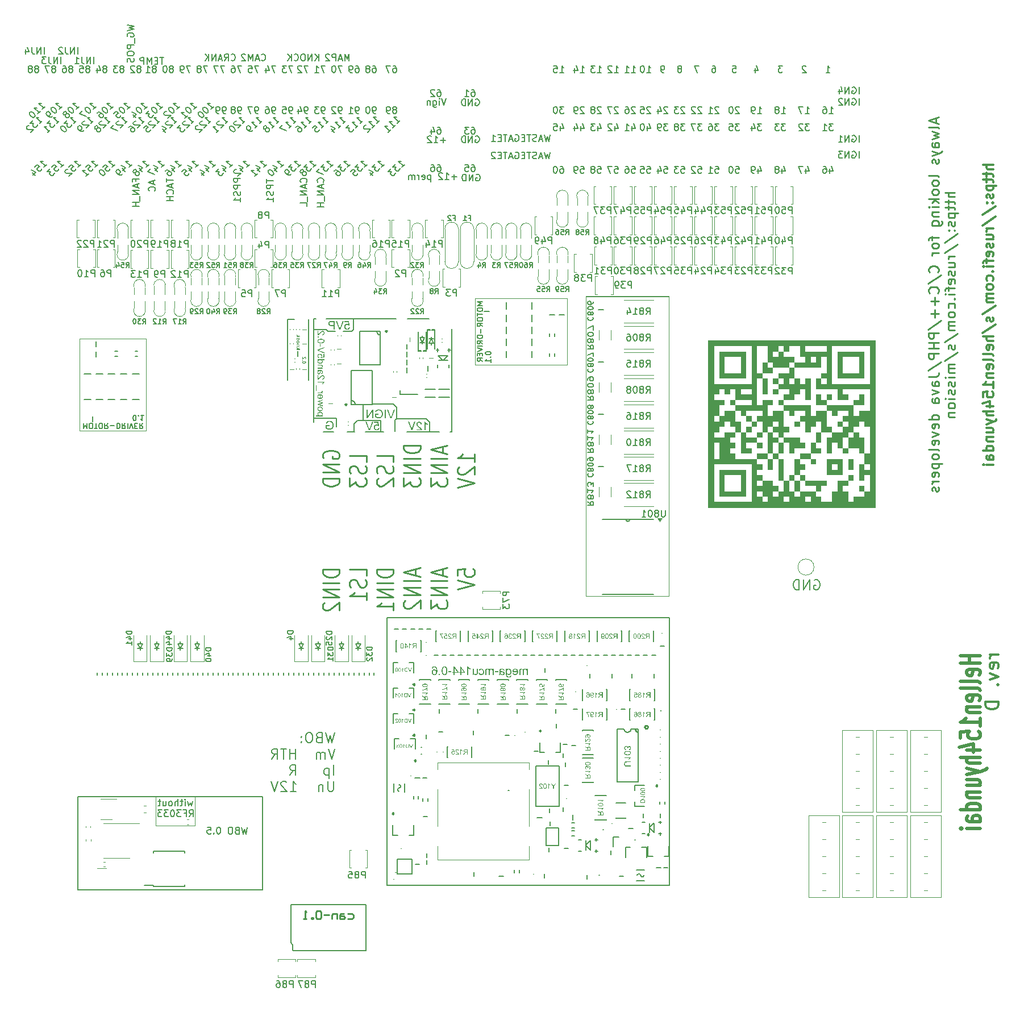
<source format=gbo>
G75*
G70*
%OFA0B0*%
%FSLAX25Y25*%
%IPPOS*%
%LPD*%
%AMOC8*
5,1,8,0,0,1.08239X$1,22.5*
%
%ADD10C,0.00787*%
%ADD157C,0.01000*%
%ADD158C,0.00300*%
%ADD252C,0.00600*%
%ADD82C,0.01969*%
%ADD83C,0.00591*%
%ADD84C,0.00984*%
%ADD88C,0.00472*%
%ADD90C,0.01181*%
%ADD91C,0.00500*%
%ADD92C,0.00669*%
%ADD93C,0.00000*%
%ADD94C,0.00800*%
%ADD95C,0.00390*%
%ADD96C,0.00394*%
X0000000Y0000000D02*
%LPD*%
G01*
D84*
X0606870Y0551265D02*
X0606870Y0548453D01*
X0608557Y0551828D02*
X0602651Y0549859D01*
X0602651Y0549859D02*
X0608557Y0547891D01*
X0608557Y0545079D02*
X0608276Y0545641D01*
X0608276Y0545641D02*
X0607713Y0545922D01*
X0607713Y0545922D02*
X0602651Y0545922D01*
X0604620Y0543391D02*
X0608557Y0542267D01*
X0608557Y0542267D02*
X0605745Y0541142D01*
X0605745Y0541142D02*
X0608557Y0540017D01*
X0608557Y0540017D02*
X0604620Y0538892D01*
X0608557Y0534111D02*
X0605464Y0534111D01*
X0605464Y0534111D02*
X0604901Y0534393D01*
X0604901Y0534393D02*
X0604620Y0534955D01*
X0604620Y0534955D02*
X0604620Y0536080D01*
X0604620Y0536080D02*
X0604901Y0536642D01*
X0608276Y0534111D02*
X0608557Y0534674D01*
X0608557Y0534674D02*
X0608557Y0536080D01*
X0608557Y0536080D02*
X0608276Y0536642D01*
X0608276Y0536642D02*
X0607713Y0536924D01*
X0607713Y0536924D02*
X0607151Y0536924D01*
X0607151Y0536924D02*
X0606588Y0536642D01*
X0606588Y0536642D02*
X0606307Y0536080D01*
X0606307Y0536080D02*
X0606307Y0534674D01*
X0606307Y0534674D02*
X0606026Y0534111D01*
X0604620Y0531862D02*
X0608557Y0530456D01*
X0604620Y0529049D02*
X0608557Y0530456D01*
X0608557Y0530456D02*
X0609963Y0531018D01*
X0609963Y0531018D02*
X0610244Y0531299D01*
X0610244Y0531299D02*
X0610525Y0531862D01*
X0608276Y0527081D02*
X0608557Y0526519D01*
X0608557Y0526519D02*
X0608557Y0525394D01*
X0608557Y0525394D02*
X0608276Y0524831D01*
X0608276Y0524831D02*
X0607713Y0524550D01*
X0607713Y0524550D02*
X0607432Y0524550D01*
X0607432Y0524550D02*
X0606870Y0524831D01*
X0606870Y0524831D02*
X0606588Y0525394D01*
X0606588Y0525394D02*
X0606588Y0526237D01*
X0606588Y0526237D02*
X0606307Y0526800D01*
X0606307Y0526800D02*
X0605745Y0527081D01*
X0605745Y0527081D02*
X0605464Y0527081D01*
X0605464Y0527081D02*
X0604901Y0526800D01*
X0604901Y0526800D02*
X0604620Y0526237D01*
X0604620Y0526237D02*
X0604620Y0525394D01*
X0604620Y0525394D02*
X0604901Y0524831D01*
X0608557Y0516676D02*
X0608276Y0517238D01*
X0608276Y0517238D02*
X0607713Y0517520D01*
X0607713Y0517520D02*
X0602651Y0517520D01*
X0608557Y0513583D02*
X0608276Y0514145D01*
X0608276Y0514145D02*
X0607995Y0514426D01*
X0607995Y0514426D02*
X0607432Y0514708D01*
X0607432Y0514708D02*
X0605745Y0514708D01*
X0605745Y0514708D02*
X0605182Y0514426D01*
X0605182Y0514426D02*
X0604901Y0514145D01*
X0604901Y0514145D02*
X0604620Y0513583D01*
X0604620Y0513583D02*
X0604620Y0512739D01*
X0604620Y0512739D02*
X0604901Y0512177D01*
X0604901Y0512177D02*
X0605182Y0511895D01*
X0605182Y0511895D02*
X0605745Y0511614D01*
X0605745Y0511614D02*
X0607432Y0511614D01*
X0607432Y0511614D02*
X0607995Y0511895D01*
X0607995Y0511895D02*
X0608276Y0512177D01*
X0608276Y0512177D02*
X0608557Y0512739D01*
X0608557Y0512739D02*
X0608557Y0513583D01*
X0608557Y0508240D02*
X0608276Y0508802D01*
X0608276Y0508802D02*
X0607995Y0509083D01*
X0607995Y0509083D02*
X0607432Y0509364D01*
X0607432Y0509364D02*
X0605745Y0509364D01*
X0605745Y0509364D02*
X0605182Y0509083D01*
X0605182Y0509083D02*
X0604901Y0508802D01*
X0604901Y0508802D02*
X0604620Y0508240D01*
X0604620Y0508240D02*
X0604620Y0507396D01*
X0604620Y0507396D02*
X0604901Y0506834D01*
X0604901Y0506834D02*
X0605182Y0506552D01*
X0605182Y0506552D02*
X0605745Y0506271D01*
X0605745Y0506271D02*
X0607432Y0506271D01*
X0607432Y0506271D02*
X0607995Y0506552D01*
X0607995Y0506552D02*
X0608276Y0506834D01*
X0608276Y0506834D02*
X0608557Y0507396D01*
X0608557Y0507396D02*
X0608557Y0508240D01*
X0608557Y0503740D02*
X0602651Y0503740D01*
X0606307Y0503178D02*
X0608557Y0501490D01*
X0604620Y0501490D02*
X0606870Y0503740D01*
X0608557Y0498960D02*
X0604620Y0498960D01*
X0602651Y0498960D02*
X0602933Y0499241D01*
X0602933Y0499241D02*
X0603214Y0498960D01*
X0603214Y0498960D02*
X0602933Y0498678D01*
X0602933Y0498678D02*
X0602651Y0498960D01*
X0602651Y0498960D02*
X0603214Y0498960D01*
X0604620Y0496147D02*
X0608557Y0496147D01*
X0605182Y0496147D02*
X0604901Y0495866D01*
X0604901Y0495866D02*
X0604620Y0495304D01*
X0604620Y0495304D02*
X0604620Y0494460D01*
X0604620Y0494460D02*
X0604901Y0493898D01*
X0604901Y0493898D02*
X0605464Y0493616D01*
X0605464Y0493616D02*
X0608557Y0493616D01*
X0604620Y0488273D02*
X0609401Y0488273D01*
X0609401Y0488273D02*
X0609963Y0488555D01*
X0609963Y0488555D02*
X0610244Y0488836D01*
X0610244Y0488836D02*
X0610525Y0489398D01*
X0610525Y0489398D02*
X0610525Y0490242D01*
X0610525Y0490242D02*
X0610244Y0490804D01*
X0608276Y0488273D02*
X0608557Y0488836D01*
X0608557Y0488836D02*
X0608557Y0489961D01*
X0608557Y0489961D02*
X0608276Y0490523D01*
X0608276Y0490523D02*
X0607995Y0490804D01*
X0607995Y0490804D02*
X0607432Y0491085D01*
X0607432Y0491085D02*
X0605745Y0491085D01*
X0605745Y0491085D02*
X0605182Y0490804D01*
X0605182Y0490804D02*
X0604901Y0490523D01*
X0604901Y0490523D02*
X0604620Y0489961D01*
X0604620Y0489961D02*
X0604620Y0488836D01*
X0604620Y0488836D02*
X0604901Y0488273D01*
X0604620Y0481805D02*
X0604620Y0479556D01*
X0608557Y0480962D02*
X0603495Y0480962D01*
X0603495Y0480962D02*
X0602933Y0480681D01*
X0602933Y0480681D02*
X0602651Y0480118D01*
X0602651Y0480118D02*
X0602651Y0479556D01*
X0608557Y0476744D02*
X0608276Y0477306D01*
X0608276Y0477306D02*
X0607995Y0477587D01*
X0607995Y0477587D02*
X0607432Y0477868D01*
X0607432Y0477868D02*
X0605745Y0477868D01*
X0605745Y0477868D02*
X0605182Y0477587D01*
X0605182Y0477587D02*
X0604901Y0477306D01*
X0604901Y0477306D02*
X0604620Y0476744D01*
X0604620Y0476744D02*
X0604620Y0475900D01*
X0604620Y0475900D02*
X0604901Y0475337D01*
X0604901Y0475337D02*
X0605182Y0475056D01*
X0605182Y0475056D02*
X0605745Y0474775D01*
X0605745Y0474775D02*
X0607432Y0474775D01*
X0607432Y0474775D02*
X0607995Y0475056D01*
X0607995Y0475056D02*
X0608276Y0475337D01*
X0608276Y0475337D02*
X0608557Y0475900D01*
X0608557Y0475900D02*
X0608557Y0476744D01*
X0608557Y0472244D02*
X0604620Y0472244D01*
X0605745Y0472244D02*
X0605182Y0471963D01*
X0605182Y0471963D02*
X0604901Y0471682D01*
X0604901Y0471682D02*
X0604620Y0471119D01*
X0604620Y0471119D02*
X0604620Y0470557D01*
X0607995Y0460714D02*
X0608276Y0460996D01*
X0608276Y0460996D02*
X0608557Y0461839D01*
X0608557Y0461839D02*
X0608557Y0462402D01*
X0608557Y0462402D02*
X0608276Y0463245D01*
X0608276Y0463245D02*
X0607713Y0463808D01*
X0607713Y0463808D02*
X0607151Y0464089D01*
X0607151Y0464089D02*
X0606026Y0464370D01*
X0606026Y0464370D02*
X0605182Y0464370D01*
X0605182Y0464370D02*
X0604058Y0464089D01*
X0604058Y0464089D02*
X0603495Y0463808D01*
X0603495Y0463808D02*
X0602933Y0463245D01*
X0602933Y0463245D02*
X0602651Y0462402D01*
X0602651Y0462402D02*
X0602651Y0461839D01*
X0602651Y0461839D02*
X0602933Y0460996D01*
X0602933Y0460996D02*
X0603214Y0460714D01*
X0602370Y0453965D02*
X0609963Y0459027D01*
X0607995Y0448622D02*
X0608276Y0448903D01*
X0608276Y0448903D02*
X0608557Y0449747D01*
X0608557Y0449747D02*
X0608557Y0450309D01*
X0608557Y0450309D02*
X0608276Y0451153D01*
X0608276Y0451153D02*
X0607713Y0451715D01*
X0607713Y0451715D02*
X0607151Y0451997D01*
X0607151Y0451997D02*
X0606026Y0452278D01*
X0606026Y0452278D02*
X0605182Y0452278D01*
X0605182Y0452278D02*
X0604058Y0451997D01*
X0604058Y0451997D02*
X0603495Y0451715D01*
X0603495Y0451715D02*
X0602933Y0451153D01*
X0602933Y0451153D02*
X0602651Y0450309D01*
X0602651Y0450309D02*
X0602651Y0449747D01*
X0602651Y0449747D02*
X0602933Y0448903D01*
X0602933Y0448903D02*
X0603214Y0448622D01*
X0606307Y0446091D02*
X0606307Y0441592D01*
X0608557Y0443841D02*
X0604058Y0443841D01*
X0606307Y0438780D02*
X0606307Y0434280D01*
X0608557Y0436530D02*
X0604058Y0436530D01*
X0602370Y0427250D02*
X0609963Y0432312D01*
X0608557Y0425281D02*
X0602651Y0425281D01*
X0602651Y0425281D02*
X0602651Y0423031D01*
X0602651Y0423031D02*
X0602933Y0422469D01*
X0602933Y0422469D02*
X0603214Y0422188D01*
X0603214Y0422188D02*
X0603776Y0421907D01*
X0603776Y0421907D02*
X0604620Y0421907D01*
X0604620Y0421907D02*
X0605182Y0422188D01*
X0605182Y0422188D02*
X0605464Y0422469D01*
X0605464Y0422469D02*
X0605745Y0423031D01*
X0605745Y0423031D02*
X0605745Y0425281D01*
X0608557Y0419376D02*
X0602651Y0419376D01*
X0605464Y0419376D02*
X0605464Y0416001D01*
X0608557Y0416001D02*
X0602651Y0416001D01*
X0608557Y0413189D02*
X0602651Y0413189D01*
X0602651Y0413189D02*
X0602651Y0410939D01*
X0602651Y0410939D02*
X0602933Y0410377D01*
X0602933Y0410377D02*
X0603214Y0410096D01*
X0603214Y0410096D02*
X0603776Y0409814D01*
X0603776Y0409814D02*
X0604620Y0409814D01*
X0604620Y0409814D02*
X0605182Y0410096D01*
X0605182Y0410096D02*
X0605464Y0410377D01*
X0605464Y0410377D02*
X0605745Y0410939D01*
X0605745Y0410939D02*
X0605745Y0413189D01*
X0602370Y0403065D02*
X0609963Y0408127D01*
X0602651Y0399409D02*
X0606870Y0399409D01*
X0606870Y0399409D02*
X0607713Y0399691D01*
X0607713Y0399691D02*
X0608276Y0400253D01*
X0608276Y0400253D02*
X0608557Y0401097D01*
X0608557Y0401097D02*
X0608557Y0401659D01*
X0608557Y0394066D02*
X0605464Y0394066D01*
X0605464Y0394066D02*
X0604901Y0394348D01*
X0604901Y0394348D02*
X0604620Y0394910D01*
X0604620Y0394910D02*
X0604620Y0396035D01*
X0604620Y0396035D02*
X0604901Y0396597D01*
X0608276Y0394066D02*
X0608557Y0394629D01*
X0608557Y0394629D02*
X0608557Y0396035D01*
X0608557Y0396035D02*
X0608276Y0396597D01*
X0608276Y0396597D02*
X0607713Y0396879D01*
X0607713Y0396879D02*
X0607151Y0396879D01*
X0607151Y0396879D02*
X0606588Y0396597D01*
X0606588Y0396597D02*
X0606307Y0396035D01*
X0606307Y0396035D02*
X0606307Y0394629D01*
X0606307Y0394629D02*
X0606026Y0394066D01*
X0604620Y0391817D02*
X0608557Y0390411D01*
X0608557Y0390411D02*
X0604620Y0389004D01*
X0608557Y0384224D02*
X0605464Y0384224D01*
X0605464Y0384224D02*
X0604901Y0384505D01*
X0604901Y0384505D02*
X0604620Y0385067D01*
X0604620Y0385067D02*
X0604620Y0386192D01*
X0604620Y0386192D02*
X0604901Y0386755D01*
X0608276Y0384224D02*
X0608557Y0384786D01*
X0608557Y0384786D02*
X0608557Y0386192D01*
X0608557Y0386192D02*
X0608276Y0386755D01*
X0608276Y0386755D02*
X0607713Y0387036D01*
X0607713Y0387036D02*
X0607151Y0387036D01*
X0607151Y0387036D02*
X0606588Y0386755D01*
X0606588Y0386755D02*
X0606307Y0386192D01*
X0606307Y0386192D02*
X0606307Y0384786D01*
X0606307Y0384786D02*
X0606026Y0384224D01*
X0608557Y0374381D02*
X0602651Y0374381D01*
X0608276Y0374381D02*
X0608557Y0374944D01*
X0608557Y0374944D02*
X0608557Y0376069D01*
X0608557Y0376069D02*
X0608276Y0376631D01*
X0608276Y0376631D02*
X0607995Y0376912D01*
X0607995Y0376912D02*
X0607432Y0377193D01*
X0607432Y0377193D02*
X0605745Y0377193D01*
X0605745Y0377193D02*
X0605182Y0376912D01*
X0605182Y0376912D02*
X0604901Y0376631D01*
X0604901Y0376631D02*
X0604620Y0376069D01*
X0604620Y0376069D02*
X0604620Y0374944D01*
X0604620Y0374944D02*
X0604901Y0374381D01*
X0608276Y0369319D02*
X0608557Y0369882D01*
X0608557Y0369882D02*
X0608557Y0371007D01*
X0608557Y0371007D02*
X0608276Y0371569D01*
X0608276Y0371569D02*
X0607713Y0371850D01*
X0607713Y0371850D02*
X0605464Y0371850D01*
X0605464Y0371850D02*
X0604901Y0371569D01*
X0604901Y0371569D02*
X0604620Y0371007D01*
X0604620Y0371007D02*
X0604620Y0369882D01*
X0604620Y0369882D02*
X0604901Y0369319D01*
X0604901Y0369319D02*
X0605464Y0369038D01*
X0605464Y0369038D02*
X0606026Y0369038D01*
X0606026Y0369038D02*
X0606588Y0371850D01*
X0604620Y0367070D02*
X0608557Y0365664D01*
X0608557Y0365664D02*
X0604620Y0364258D01*
X0608276Y0359758D02*
X0608557Y0360321D01*
X0608557Y0360321D02*
X0608557Y0361445D01*
X0608557Y0361445D02*
X0608276Y0362008D01*
X0608276Y0362008D02*
X0607713Y0362289D01*
X0607713Y0362289D02*
X0605464Y0362289D01*
X0605464Y0362289D02*
X0604901Y0362008D01*
X0604901Y0362008D02*
X0604620Y0361445D01*
X0604620Y0361445D02*
X0604620Y0360321D01*
X0604620Y0360321D02*
X0604901Y0359758D01*
X0604901Y0359758D02*
X0605464Y0359477D01*
X0605464Y0359477D02*
X0606026Y0359477D01*
X0606026Y0359477D02*
X0606588Y0362289D01*
X0608557Y0356102D02*
X0608276Y0356665D01*
X0608276Y0356665D02*
X0607713Y0356946D01*
X0607713Y0356946D02*
X0602651Y0356946D01*
X0608557Y0353009D02*
X0608276Y0353571D01*
X0608276Y0353571D02*
X0607995Y0353853D01*
X0607995Y0353853D02*
X0607432Y0354134D01*
X0607432Y0354134D02*
X0605745Y0354134D01*
X0605745Y0354134D02*
X0605182Y0353853D01*
X0605182Y0353853D02*
X0604901Y0353571D01*
X0604901Y0353571D02*
X0604620Y0353009D01*
X0604620Y0353009D02*
X0604620Y0352165D01*
X0604620Y0352165D02*
X0604901Y0351603D01*
X0604901Y0351603D02*
X0605182Y0351322D01*
X0605182Y0351322D02*
X0605745Y0351040D01*
X0605745Y0351040D02*
X0607432Y0351040D01*
X0607432Y0351040D02*
X0607995Y0351322D01*
X0607995Y0351322D02*
X0608276Y0351603D01*
X0608276Y0351603D02*
X0608557Y0352165D01*
X0608557Y0352165D02*
X0608557Y0353009D01*
X0604620Y0348510D02*
X0610525Y0348510D01*
X0604901Y0348510D02*
X0604620Y0347947D01*
X0604620Y0347947D02*
X0604620Y0346822D01*
X0604620Y0346822D02*
X0604901Y0346260D01*
X0604901Y0346260D02*
X0605182Y0345979D01*
X0605182Y0345979D02*
X0605745Y0345697D01*
X0605745Y0345697D02*
X0607432Y0345697D01*
X0607432Y0345697D02*
X0607995Y0345979D01*
X0607995Y0345979D02*
X0608276Y0346260D01*
X0608276Y0346260D02*
X0608557Y0346822D01*
X0608557Y0346822D02*
X0608557Y0347947D01*
X0608557Y0347947D02*
X0608276Y0348510D01*
X0608276Y0340917D02*
X0608557Y0341479D01*
X0608557Y0341479D02*
X0608557Y0342604D01*
X0608557Y0342604D02*
X0608276Y0343166D01*
X0608276Y0343166D02*
X0607713Y0343448D01*
X0607713Y0343448D02*
X0605464Y0343448D01*
X0605464Y0343448D02*
X0604901Y0343166D01*
X0604901Y0343166D02*
X0604620Y0342604D01*
X0604620Y0342604D02*
X0604620Y0341479D01*
X0604620Y0341479D02*
X0604901Y0340917D01*
X0604901Y0340917D02*
X0605464Y0340636D01*
X0605464Y0340636D02*
X0606026Y0340636D01*
X0606026Y0340636D02*
X0606588Y0343448D01*
X0608557Y0338105D02*
X0604620Y0338105D01*
X0605745Y0338105D02*
X0605182Y0337823D01*
X0605182Y0337823D02*
X0604901Y0337542D01*
X0604901Y0337542D02*
X0604620Y0336980D01*
X0604620Y0336980D02*
X0604620Y0336417D01*
X0608276Y0334730D02*
X0608557Y0334168D01*
X0608557Y0334168D02*
X0608557Y0333043D01*
X0608557Y0333043D02*
X0608276Y0332480D01*
X0608276Y0332480D02*
X0607713Y0332199D01*
X0607713Y0332199D02*
X0607432Y0332199D01*
X0607432Y0332199D02*
X0606870Y0332480D01*
X0606870Y0332480D02*
X0606588Y0333043D01*
X0606588Y0333043D02*
X0606588Y0333886D01*
X0606588Y0333886D02*
X0606307Y0334449D01*
X0606307Y0334449D02*
X0605745Y0334730D01*
X0605745Y0334730D02*
X0605464Y0334730D01*
X0605464Y0334730D02*
X0604901Y0334449D01*
X0604901Y0334449D02*
X0604620Y0333886D01*
X0604620Y0333886D02*
X0604620Y0333043D01*
X0604620Y0333043D02*
X0604901Y0332480D01*
X0618065Y0507537D02*
X0612159Y0507537D01*
X0618065Y0505006D02*
X0614971Y0505006D01*
X0614971Y0505006D02*
X0614409Y0505287D01*
X0614409Y0505287D02*
X0614128Y0505849D01*
X0614128Y0505849D02*
X0614128Y0506693D01*
X0614128Y0506693D02*
X0614409Y0507255D01*
X0614409Y0507255D02*
X0614690Y0507537D01*
X0614128Y0503037D02*
X0614128Y0500787D01*
X0612159Y0502193D02*
X0617221Y0502193D01*
X0617221Y0502193D02*
X0617783Y0501912D01*
X0617783Y0501912D02*
X0618065Y0501350D01*
X0618065Y0501350D02*
X0618065Y0500787D01*
X0614128Y0499663D02*
X0614128Y0497413D01*
X0612159Y0498819D02*
X0617221Y0498819D01*
X0617221Y0498819D02*
X0617783Y0498538D01*
X0617783Y0498538D02*
X0618065Y0497975D01*
X0618065Y0497975D02*
X0618065Y0497413D01*
X0614128Y0495444D02*
X0620033Y0495444D01*
X0614409Y0495444D02*
X0614128Y0494882D01*
X0614128Y0494882D02*
X0614128Y0493757D01*
X0614128Y0493757D02*
X0614409Y0493195D01*
X0614409Y0493195D02*
X0614690Y0492913D01*
X0614690Y0492913D02*
X0615252Y0492632D01*
X0615252Y0492632D02*
X0616940Y0492632D01*
X0616940Y0492632D02*
X0617502Y0492913D01*
X0617502Y0492913D02*
X0617783Y0493195D01*
X0617783Y0493195D02*
X0618065Y0493757D01*
X0618065Y0493757D02*
X0618065Y0494882D01*
X0618065Y0494882D02*
X0617783Y0495444D01*
X0617783Y0490382D02*
X0618065Y0489820D01*
X0618065Y0489820D02*
X0618065Y0488695D01*
X0618065Y0488695D02*
X0617783Y0488133D01*
X0617783Y0488133D02*
X0617221Y0487852D01*
X0617221Y0487852D02*
X0616940Y0487852D01*
X0616940Y0487852D02*
X0616377Y0488133D01*
X0616377Y0488133D02*
X0616096Y0488695D01*
X0616096Y0488695D02*
X0616096Y0489539D01*
X0616096Y0489539D02*
X0615815Y0490101D01*
X0615815Y0490101D02*
X0615252Y0490382D01*
X0615252Y0490382D02*
X0614971Y0490382D01*
X0614971Y0490382D02*
X0614409Y0490101D01*
X0614409Y0490101D02*
X0614128Y0489539D01*
X0614128Y0489539D02*
X0614128Y0488695D01*
X0614128Y0488695D02*
X0614409Y0488133D01*
X0617502Y0485321D02*
X0617783Y0485039D01*
X0617783Y0485039D02*
X0618065Y0485321D01*
X0618065Y0485321D02*
X0617783Y0485602D01*
X0617783Y0485602D02*
X0617502Y0485321D01*
X0617502Y0485321D02*
X0618065Y0485321D01*
X0614409Y0485321D02*
X0614690Y0485039D01*
X0614690Y0485039D02*
X0614971Y0485321D01*
X0614971Y0485321D02*
X0614690Y0485602D01*
X0614690Y0485602D02*
X0614409Y0485321D01*
X0614409Y0485321D02*
X0614971Y0485321D01*
X0611878Y0478290D02*
X0619471Y0483352D01*
X0611878Y0472103D02*
X0619471Y0477165D01*
X0618065Y0470135D02*
X0614128Y0470135D01*
X0615252Y0470135D02*
X0614690Y0469854D01*
X0614690Y0469854D02*
X0614409Y0469573D01*
X0614409Y0469573D02*
X0614128Y0469010D01*
X0614128Y0469010D02*
X0614128Y0468448D01*
X0614128Y0463948D02*
X0618065Y0463948D01*
X0614128Y0466479D02*
X0617221Y0466479D01*
X0617221Y0466479D02*
X0617783Y0466198D01*
X0617783Y0466198D02*
X0618065Y0465636D01*
X0618065Y0465636D02*
X0618065Y0464792D01*
X0618065Y0464792D02*
X0617783Y0464229D01*
X0617783Y0464229D02*
X0617502Y0463948D01*
X0617783Y0461417D02*
X0618065Y0460855D01*
X0618065Y0460855D02*
X0618065Y0459730D01*
X0618065Y0459730D02*
X0617783Y0459168D01*
X0617783Y0459168D02*
X0617221Y0458886D01*
X0617221Y0458886D02*
X0616940Y0458886D01*
X0616940Y0458886D02*
X0616377Y0459168D01*
X0616377Y0459168D02*
X0616096Y0459730D01*
X0616096Y0459730D02*
X0616096Y0460574D01*
X0616096Y0460574D02*
X0615815Y0461136D01*
X0615815Y0461136D02*
X0615252Y0461417D01*
X0615252Y0461417D02*
X0614971Y0461417D01*
X0614971Y0461417D02*
X0614409Y0461136D01*
X0614409Y0461136D02*
X0614128Y0460574D01*
X0614128Y0460574D02*
X0614128Y0459730D01*
X0614128Y0459730D02*
X0614409Y0459168D01*
X0617783Y0454106D02*
X0618065Y0454668D01*
X0618065Y0454668D02*
X0618065Y0455793D01*
X0618065Y0455793D02*
X0617783Y0456355D01*
X0617783Y0456355D02*
X0617221Y0456637D01*
X0617221Y0456637D02*
X0614971Y0456637D01*
X0614971Y0456637D02*
X0614409Y0456355D01*
X0614409Y0456355D02*
X0614128Y0455793D01*
X0614128Y0455793D02*
X0614128Y0454668D01*
X0614128Y0454668D02*
X0614409Y0454106D01*
X0614409Y0454106D02*
X0614971Y0453825D01*
X0614971Y0453825D02*
X0615534Y0453825D01*
X0615534Y0453825D02*
X0616096Y0456637D01*
X0614128Y0452137D02*
X0614128Y0449888D01*
X0618065Y0451294D02*
X0613003Y0451294D01*
X0613003Y0451294D02*
X0612440Y0451012D01*
X0612440Y0451012D02*
X0612159Y0450450D01*
X0612159Y0450450D02*
X0612159Y0449888D01*
X0618065Y0447919D02*
X0614128Y0447919D01*
X0612159Y0447919D02*
X0612440Y0448200D01*
X0612440Y0448200D02*
X0612721Y0447919D01*
X0612721Y0447919D02*
X0612440Y0447638D01*
X0612440Y0447638D02*
X0612159Y0447919D01*
X0612159Y0447919D02*
X0612721Y0447919D01*
X0617502Y0445107D02*
X0617783Y0444826D01*
X0617783Y0444826D02*
X0618065Y0445107D01*
X0618065Y0445107D02*
X0617783Y0445388D01*
X0617783Y0445388D02*
X0617502Y0445107D01*
X0617502Y0445107D02*
X0618065Y0445107D01*
X0617783Y0439764D02*
X0618065Y0440326D01*
X0618065Y0440326D02*
X0618065Y0441451D01*
X0618065Y0441451D02*
X0617783Y0442014D01*
X0617783Y0442014D02*
X0617502Y0442295D01*
X0617502Y0442295D02*
X0616940Y0442576D01*
X0616940Y0442576D02*
X0615252Y0442576D01*
X0615252Y0442576D02*
X0614690Y0442295D01*
X0614690Y0442295D02*
X0614409Y0442014D01*
X0614409Y0442014D02*
X0614128Y0441451D01*
X0614128Y0441451D02*
X0614128Y0440326D01*
X0614128Y0440326D02*
X0614409Y0439764D01*
X0618065Y0436389D02*
X0617783Y0436952D01*
X0617783Y0436952D02*
X0617502Y0437233D01*
X0617502Y0437233D02*
X0616940Y0437514D01*
X0616940Y0437514D02*
X0615252Y0437514D01*
X0615252Y0437514D02*
X0614690Y0437233D01*
X0614690Y0437233D02*
X0614409Y0436952D01*
X0614409Y0436952D02*
X0614128Y0436389D01*
X0614128Y0436389D02*
X0614128Y0435546D01*
X0614128Y0435546D02*
X0614409Y0434983D01*
X0614409Y0434983D02*
X0614690Y0434702D01*
X0614690Y0434702D02*
X0615252Y0434421D01*
X0615252Y0434421D02*
X0616940Y0434421D01*
X0616940Y0434421D02*
X0617502Y0434702D01*
X0617502Y0434702D02*
X0617783Y0434983D01*
X0617783Y0434983D02*
X0618065Y0435546D01*
X0618065Y0435546D02*
X0618065Y0436389D01*
X0618065Y0431890D02*
X0614128Y0431890D01*
X0614690Y0431890D02*
X0614409Y0431609D01*
X0614409Y0431609D02*
X0614128Y0431046D01*
X0614128Y0431046D02*
X0614128Y0430202D01*
X0614128Y0430202D02*
X0614409Y0429640D01*
X0614409Y0429640D02*
X0614971Y0429359D01*
X0614971Y0429359D02*
X0618065Y0429359D01*
X0614971Y0429359D02*
X0614409Y0429078D01*
X0614409Y0429078D02*
X0614128Y0428515D01*
X0614128Y0428515D02*
X0614128Y0427672D01*
X0614128Y0427672D02*
X0614409Y0427109D01*
X0614409Y0427109D02*
X0614971Y0426828D01*
X0614971Y0426828D02*
X0618065Y0426828D01*
X0611878Y0419798D02*
X0619471Y0424859D01*
X0617783Y0418110D02*
X0618065Y0417548D01*
X0618065Y0417548D02*
X0618065Y0416423D01*
X0618065Y0416423D02*
X0617783Y0415861D01*
X0617783Y0415861D02*
X0617221Y0415579D01*
X0617221Y0415579D02*
X0616940Y0415579D01*
X0616940Y0415579D02*
X0616377Y0415861D01*
X0616377Y0415861D02*
X0616096Y0416423D01*
X0616096Y0416423D02*
X0616096Y0417267D01*
X0616096Y0417267D02*
X0615815Y0417829D01*
X0615815Y0417829D02*
X0615252Y0418110D01*
X0615252Y0418110D02*
X0614971Y0418110D01*
X0614971Y0418110D02*
X0614409Y0417829D01*
X0614409Y0417829D02*
X0614128Y0417267D01*
X0614128Y0417267D02*
X0614128Y0416423D01*
X0614128Y0416423D02*
X0614409Y0415861D01*
X0611878Y0408830D02*
X0619471Y0413892D01*
X0618065Y0406862D02*
X0614128Y0406862D01*
X0614690Y0406862D02*
X0614409Y0406580D01*
X0614409Y0406580D02*
X0614128Y0406018D01*
X0614128Y0406018D02*
X0614128Y0405174D01*
X0614128Y0405174D02*
X0614409Y0404612D01*
X0614409Y0404612D02*
X0614971Y0404331D01*
X0614971Y0404331D02*
X0618065Y0404331D01*
X0614971Y0404331D02*
X0614409Y0404049D01*
X0614409Y0404049D02*
X0614128Y0403487D01*
X0614128Y0403487D02*
X0614128Y0402643D01*
X0614128Y0402643D02*
X0614409Y0402081D01*
X0614409Y0402081D02*
X0614971Y0401800D01*
X0614971Y0401800D02*
X0618065Y0401800D01*
X0618065Y0398988D02*
X0614128Y0398988D01*
X0612159Y0398988D02*
X0612440Y0399269D01*
X0612440Y0399269D02*
X0612721Y0398988D01*
X0612721Y0398988D02*
X0612440Y0398706D01*
X0612440Y0398706D02*
X0612159Y0398988D01*
X0612159Y0398988D02*
X0612721Y0398988D01*
X0617783Y0396457D02*
X0618065Y0395894D01*
X0618065Y0395894D02*
X0618065Y0394769D01*
X0618065Y0394769D02*
X0617783Y0394207D01*
X0617783Y0394207D02*
X0617221Y0393926D01*
X0617221Y0393926D02*
X0616940Y0393926D01*
X0616940Y0393926D02*
X0616377Y0394207D01*
X0616377Y0394207D02*
X0616096Y0394769D01*
X0616096Y0394769D02*
X0616096Y0395613D01*
X0616096Y0395613D02*
X0615815Y0396175D01*
X0615815Y0396175D02*
X0615252Y0396457D01*
X0615252Y0396457D02*
X0614971Y0396457D01*
X0614971Y0396457D02*
X0614409Y0396175D01*
X0614409Y0396175D02*
X0614128Y0395613D01*
X0614128Y0395613D02*
X0614128Y0394769D01*
X0614128Y0394769D02*
X0614409Y0394207D01*
X0617783Y0391676D02*
X0618065Y0391114D01*
X0618065Y0391114D02*
X0618065Y0389989D01*
X0618065Y0389989D02*
X0617783Y0389426D01*
X0617783Y0389426D02*
X0617221Y0389145D01*
X0617221Y0389145D02*
X0616940Y0389145D01*
X0616940Y0389145D02*
X0616377Y0389426D01*
X0616377Y0389426D02*
X0616096Y0389989D01*
X0616096Y0389989D02*
X0616096Y0390832D01*
X0616096Y0390832D02*
X0615815Y0391395D01*
X0615815Y0391395D02*
X0615252Y0391676D01*
X0615252Y0391676D02*
X0614971Y0391676D01*
X0614971Y0391676D02*
X0614409Y0391395D01*
X0614409Y0391395D02*
X0614128Y0390832D01*
X0614128Y0390832D02*
X0614128Y0389989D01*
X0614128Y0389989D02*
X0614409Y0389426D01*
X0618065Y0386614D02*
X0614128Y0386614D01*
X0612159Y0386614D02*
X0612440Y0386895D01*
X0612440Y0386895D02*
X0612721Y0386614D01*
X0612721Y0386614D02*
X0612440Y0386333D01*
X0612440Y0386333D02*
X0612159Y0386614D01*
X0612159Y0386614D02*
X0612721Y0386614D01*
X0618065Y0382958D02*
X0617783Y0383521D01*
X0617783Y0383521D02*
X0617502Y0383802D01*
X0617502Y0383802D02*
X0616940Y0384083D01*
X0616940Y0384083D02*
X0615252Y0384083D01*
X0615252Y0384083D02*
X0614690Y0383802D01*
X0614690Y0383802D02*
X0614409Y0383521D01*
X0614409Y0383521D02*
X0614128Y0382958D01*
X0614128Y0382958D02*
X0614128Y0382115D01*
X0614128Y0382115D02*
X0614409Y0381552D01*
X0614409Y0381552D02*
X0614690Y0381271D01*
X0614690Y0381271D02*
X0615252Y0380990D01*
X0615252Y0380990D02*
X0616940Y0380990D01*
X0616940Y0380990D02*
X0617502Y0381271D01*
X0617502Y0381271D02*
X0617783Y0381552D01*
X0617783Y0381552D02*
X0618065Y0382115D01*
X0618065Y0382115D02*
X0618065Y0382958D01*
X0614128Y0378459D02*
X0618065Y0378459D01*
X0614690Y0378459D02*
X0614409Y0378178D01*
X0614409Y0378178D02*
X0614128Y0377615D01*
X0614128Y0377615D02*
X0614128Y0376772D01*
X0614128Y0376772D02*
X0614409Y0376209D01*
X0614409Y0376209D02*
X0614971Y0375928D01*
X0614971Y0375928D02*
X0618065Y0375928D01*
D83*
X0325872Y0516638D02*
X0322872Y0516638D01*
X0324372Y0515139D02*
X0324372Y0518138D01*
X0318935Y0515139D02*
X0321185Y0515139D01*
X0320060Y0515139D02*
X0320060Y0519076D01*
X0320060Y0519076D02*
X0320435Y0518513D01*
X0320435Y0518513D02*
X0320810Y0518138D01*
X0320810Y0518138D02*
X0321185Y0517951D01*
X0317435Y0518701D02*
X0317248Y0518888D01*
X0317248Y0518888D02*
X0316873Y0519076D01*
X0316873Y0519076D02*
X0315936Y0519076D01*
X0315936Y0519076D02*
X0315561Y0518888D01*
X0315561Y0518888D02*
X0315373Y0518701D01*
X0315373Y0518701D02*
X0315186Y0518326D01*
X0315186Y0518326D02*
X0315186Y0517951D01*
X0315186Y0517951D02*
X0315373Y0517388D01*
X0315373Y0517388D02*
X0317623Y0515139D01*
X0317623Y0515139D02*
X0315186Y0515139D01*
X0310499Y0517763D02*
X0310499Y0513826D01*
X0310499Y0517576D02*
X0310124Y0517763D01*
X0310124Y0517763D02*
X0309374Y0517763D01*
X0309374Y0517763D02*
X0308999Y0517576D01*
X0308999Y0517576D02*
X0308811Y0517388D01*
X0308811Y0517388D02*
X0308624Y0517013D01*
X0308624Y0517013D02*
X0308624Y0515888D01*
X0308624Y0515888D02*
X0308811Y0515513D01*
X0308811Y0515513D02*
X0308999Y0515326D01*
X0308999Y0515326D02*
X0309374Y0515139D01*
X0309374Y0515139D02*
X0310124Y0515139D01*
X0310124Y0515139D02*
X0310499Y0515326D01*
X0305437Y0515326D02*
X0305812Y0515139D01*
X0305812Y0515139D02*
X0306562Y0515139D01*
X0306562Y0515139D02*
X0306937Y0515326D01*
X0306937Y0515326D02*
X0307124Y0515701D01*
X0307124Y0515701D02*
X0307124Y0517201D01*
X0307124Y0517201D02*
X0306937Y0517576D01*
X0306937Y0517576D02*
X0306562Y0517763D01*
X0306562Y0517763D02*
X0305812Y0517763D01*
X0305812Y0517763D02*
X0305437Y0517576D01*
X0305437Y0517576D02*
X0305249Y0517201D01*
X0305249Y0517201D02*
X0305249Y0516826D01*
X0305249Y0516826D02*
X0307124Y0516451D01*
X0303562Y0515139D02*
X0303562Y0517763D01*
X0303562Y0517013D02*
X0303375Y0517388D01*
X0303375Y0517388D02*
X0303187Y0517576D01*
X0303187Y0517576D02*
X0302812Y0517763D01*
X0302812Y0517763D02*
X0302437Y0517763D01*
X0301125Y0515139D02*
X0301125Y0517763D01*
X0301125Y0517388D02*
X0300937Y0517576D01*
X0300937Y0517576D02*
X0300562Y0517763D01*
X0300562Y0517763D02*
X0300000Y0517763D01*
X0300000Y0517763D02*
X0299625Y0517576D01*
X0299625Y0517576D02*
X0299438Y0517201D01*
X0299438Y0517201D02*
X0299438Y0515139D01*
X0299438Y0517201D02*
X0299250Y0517576D01*
X0299250Y0517576D02*
X0298875Y0517763D01*
X0298875Y0517763D02*
X0298313Y0517763D01*
X0298313Y0517763D02*
X0297938Y0517576D01*
X0297938Y0517576D02*
X0297750Y0517201D01*
X0297750Y0517201D02*
X0297750Y0515139D01*
X0380727Y0531280D02*
X0379790Y0527343D01*
X0379790Y0527343D02*
X0379040Y0530155D01*
X0379040Y0530155D02*
X0378290Y0527343D01*
X0378290Y0527343D02*
X0377353Y0531280D01*
X0376040Y0528468D02*
X0374166Y0528468D01*
X0376415Y0527343D02*
X0375103Y0531280D01*
X0375103Y0531280D02*
X0373791Y0527343D01*
X0372666Y0527531D02*
X0372103Y0527343D01*
X0372103Y0527343D02*
X0371166Y0527343D01*
X0371166Y0527343D02*
X0370791Y0527531D01*
X0370791Y0527531D02*
X0370604Y0527718D01*
X0370604Y0527718D02*
X0370416Y0528093D01*
X0370416Y0528093D02*
X0370416Y0528468D01*
X0370416Y0528468D02*
X0370604Y0528843D01*
X0370604Y0528843D02*
X0370791Y0529031D01*
X0370791Y0529031D02*
X0371166Y0529218D01*
X0371166Y0529218D02*
X0371916Y0529405D01*
X0371916Y0529405D02*
X0372291Y0529593D01*
X0372291Y0529593D02*
X0372478Y0529780D01*
X0372478Y0529780D02*
X0372666Y0530155D01*
X0372666Y0530155D02*
X0372666Y0530530D01*
X0372666Y0530530D02*
X0372478Y0530905D01*
X0372478Y0530905D02*
X0372291Y0531093D01*
X0372291Y0531093D02*
X0371916Y0531280D01*
X0371916Y0531280D02*
X0370979Y0531280D01*
X0370979Y0531280D02*
X0370416Y0531093D01*
X0369291Y0531280D02*
X0367042Y0531280D01*
X0368166Y0527343D02*
X0368166Y0531280D01*
X0365729Y0529405D02*
X0364417Y0529405D01*
X0363855Y0527343D02*
X0365729Y0527343D01*
X0365729Y0527343D02*
X0365729Y0531280D01*
X0365729Y0531280D02*
X0363855Y0531280D01*
X0360105Y0531093D02*
X0360480Y0531280D01*
X0360480Y0531280D02*
X0361042Y0531280D01*
X0361042Y0531280D02*
X0361605Y0531093D01*
X0361605Y0531093D02*
X0361980Y0530718D01*
X0361980Y0530718D02*
X0362167Y0530343D01*
X0362167Y0530343D02*
X0362355Y0529593D01*
X0362355Y0529593D02*
X0362355Y0529031D01*
X0362355Y0529031D02*
X0362167Y0528281D01*
X0362167Y0528281D02*
X0361980Y0527906D01*
X0361980Y0527906D02*
X0361605Y0527531D01*
X0361605Y0527531D02*
X0361042Y0527343D01*
X0361042Y0527343D02*
X0360667Y0527343D01*
X0360667Y0527343D02*
X0360105Y0527531D01*
X0360105Y0527531D02*
X0359918Y0527718D01*
X0359918Y0527718D02*
X0359918Y0529031D01*
X0359918Y0529031D02*
X0360667Y0529031D01*
X0358418Y0528468D02*
X0356543Y0528468D01*
X0358793Y0527343D02*
X0357480Y0531280D01*
X0357480Y0531280D02*
X0356168Y0527343D01*
X0355418Y0531280D02*
X0353168Y0531280D01*
X0354293Y0527343D02*
X0354293Y0531280D01*
X0351856Y0529405D02*
X0350544Y0529405D01*
X0349981Y0527343D02*
X0351856Y0527343D01*
X0351856Y0527343D02*
X0351856Y0531280D01*
X0351856Y0531280D02*
X0349981Y0531280D01*
X0348481Y0530905D02*
X0348294Y0531093D01*
X0348294Y0531093D02*
X0347919Y0531280D01*
X0347919Y0531280D02*
X0346982Y0531280D01*
X0346982Y0531280D02*
X0346607Y0531093D01*
X0346607Y0531093D02*
X0346419Y0530905D01*
X0346419Y0530905D02*
X0346232Y0530530D01*
X0346232Y0530530D02*
X0346232Y0530155D01*
X0346232Y0530155D02*
X0346419Y0529593D01*
X0346419Y0529593D02*
X0348669Y0527343D01*
X0348669Y0527343D02*
X0346232Y0527343D01*
X0132499Y0605943D02*
X0136436Y0605006D01*
X0136436Y0605006D02*
X0133624Y0604256D01*
X0133624Y0604256D02*
X0136436Y0603506D01*
X0136436Y0603506D02*
X0132499Y0602568D01*
X0132687Y0599006D02*
X0132499Y0599381D01*
X0132499Y0599381D02*
X0132499Y0599944D01*
X0132499Y0599944D02*
X0132687Y0600506D01*
X0132687Y0600506D02*
X0133062Y0600881D01*
X0133062Y0600881D02*
X0133437Y0601069D01*
X0133437Y0601069D02*
X0134187Y0601256D01*
X0134187Y0601256D02*
X0134749Y0601256D01*
X0134749Y0601256D02*
X0135499Y0601069D01*
X0135499Y0601069D02*
X0135874Y0600881D01*
X0135874Y0600881D02*
X0136249Y0600506D01*
X0136249Y0600506D02*
X0136436Y0599944D01*
X0136436Y0599944D02*
X0136436Y0599569D01*
X0136436Y0599569D02*
X0136249Y0599006D01*
X0136249Y0599006D02*
X0136061Y0598819D01*
X0136061Y0598819D02*
X0134749Y0598819D01*
X0134749Y0598819D02*
X0134749Y0599569D01*
X0136811Y0598069D02*
X0136811Y0595069D01*
X0136436Y0594132D02*
X0132499Y0594132D01*
X0132499Y0594132D02*
X0132499Y0592632D01*
X0132499Y0592632D02*
X0132687Y0592257D01*
X0132687Y0592257D02*
X0132874Y0592070D01*
X0132874Y0592070D02*
X0133249Y0591882D01*
X0133249Y0591882D02*
X0133812Y0591882D01*
X0133812Y0591882D02*
X0134187Y0592070D01*
X0134187Y0592070D02*
X0134374Y0592257D01*
X0134374Y0592257D02*
X0134562Y0592632D01*
X0134562Y0592632D02*
X0134562Y0594132D01*
X0132499Y0589445D02*
X0132499Y0588695D01*
X0132499Y0588695D02*
X0132687Y0588320D01*
X0132687Y0588320D02*
X0133062Y0587945D01*
X0133062Y0587945D02*
X0133812Y0587758D01*
X0133812Y0587758D02*
X0135124Y0587758D01*
X0135124Y0587758D02*
X0135874Y0587945D01*
X0135874Y0587945D02*
X0136249Y0588320D01*
X0136249Y0588320D02*
X0136436Y0588695D01*
X0136436Y0588695D02*
X0136436Y0589445D01*
X0136436Y0589445D02*
X0136249Y0589820D01*
X0136249Y0589820D02*
X0135874Y0590195D01*
X0135874Y0590195D02*
X0135124Y0590382D01*
X0135124Y0590382D02*
X0133812Y0590382D01*
X0133812Y0590382D02*
X0133062Y0590195D01*
X0133062Y0590195D02*
X0132687Y0589820D01*
X0132687Y0589820D02*
X0132499Y0589445D01*
X0136249Y0586258D02*
X0136436Y0585696D01*
X0136436Y0585696D02*
X0136436Y0584758D01*
X0136436Y0584758D02*
X0136249Y0584383D01*
X0136249Y0584383D02*
X0136061Y0584196D01*
X0136061Y0584196D02*
X0135686Y0584008D01*
X0135686Y0584008D02*
X0135311Y0584008D01*
X0135311Y0584008D02*
X0134936Y0584196D01*
X0134936Y0584196D02*
X0134749Y0584383D01*
X0134749Y0584383D02*
X0134562Y0584758D01*
X0134562Y0584758D02*
X0134374Y0585508D01*
X0134374Y0585508D02*
X0134187Y0585883D01*
X0134187Y0585883D02*
X0133999Y0586070D01*
X0133999Y0586070D02*
X0133624Y0586258D01*
X0133624Y0586258D02*
X0133249Y0586258D01*
X0133249Y0586258D02*
X0132874Y0586070D01*
X0132874Y0586070D02*
X0132687Y0585883D01*
X0132687Y0585883D02*
X0132499Y0585508D01*
X0132499Y0585508D02*
X0132499Y0584571D01*
X0132499Y0584571D02*
X0132687Y0584008D01*
X0336858Y0562195D02*
X0337233Y0562383D01*
X0337233Y0562383D02*
X0337795Y0562383D01*
X0337795Y0562383D02*
X0338358Y0562195D01*
X0338358Y0562195D02*
X0338733Y0561820D01*
X0338733Y0561820D02*
X0338920Y0561445D01*
X0338920Y0561445D02*
X0339108Y0560695D01*
X0339108Y0560695D02*
X0339108Y0560133D01*
X0339108Y0560133D02*
X0338920Y0559383D01*
X0338920Y0559383D02*
X0338733Y0559008D01*
X0338733Y0559008D02*
X0338358Y0558633D01*
X0338358Y0558633D02*
X0337795Y0558446D01*
X0337795Y0558446D02*
X0337420Y0558446D01*
X0337420Y0558446D02*
X0336858Y0558633D01*
X0336858Y0558633D02*
X0336670Y0558821D01*
X0336670Y0558821D02*
X0336670Y0560133D01*
X0336670Y0560133D02*
X0337420Y0560133D01*
X0334983Y0558446D02*
X0334983Y0562383D01*
X0334983Y0562383D02*
X0332733Y0558446D01*
X0332733Y0558446D02*
X0332733Y0562383D01*
X0330859Y0558446D02*
X0330859Y0562383D01*
X0330859Y0562383D02*
X0329921Y0562383D01*
X0329921Y0562383D02*
X0329359Y0562195D01*
X0329359Y0562195D02*
X0328984Y0561820D01*
X0328984Y0561820D02*
X0328796Y0561445D01*
X0328796Y0561445D02*
X0328609Y0560695D01*
X0328609Y0560695D02*
X0328609Y0560133D01*
X0328609Y0560133D02*
X0328796Y0559383D01*
X0328796Y0559383D02*
X0328984Y0559008D01*
X0328984Y0559008D02*
X0329359Y0558633D01*
X0329359Y0558633D02*
X0329921Y0558446D01*
X0329921Y0558446D02*
X0330859Y0558446D01*
X0262748Y0584824D02*
X0262748Y0588761D01*
X0262748Y0588761D02*
X0261436Y0585948D01*
X0261436Y0585948D02*
X0260124Y0588761D01*
X0260124Y0588761D02*
X0260124Y0584824D01*
X0258436Y0585948D02*
X0256562Y0585948D01*
X0258811Y0584824D02*
X0257499Y0588761D01*
X0257499Y0588761D02*
X0256187Y0584824D01*
X0254874Y0584824D02*
X0254874Y0588761D01*
X0254874Y0588761D02*
X0253375Y0588761D01*
X0253375Y0588761D02*
X0253000Y0588573D01*
X0253000Y0588573D02*
X0252812Y0588386D01*
X0252812Y0588386D02*
X0252625Y0588011D01*
X0252625Y0588011D02*
X0252625Y0587448D01*
X0252625Y0587448D02*
X0252812Y0587073D01*
X0252812Y0587073D02*
X0253000Y0586886D01*
X0253000Y0586886D02*
X0253375Y0586698D01*
X0253375Y0586698D02*
X0254874Y0586698D01*
X0251125Y0588386D02*
X0250937Y0588573D01*
X0250937Y0588573D02*
X0250562Y0588761D01*
X0250562Y0588761D02*
X0249625Y0588761D01*
X0249625Y0588761D02*
X0249250Y0588573D01*
X0249250Y0588573D02*
X0249063Y0588386D01*
X0249063Y0588386D02*
X0248875Y0588011D01*
X0248875Y0588011D02*
X0248875Y0587636D01*
X0248875Y0587636D02*
X0249063Y0587073D01*
X0249063Y0587073D02*
X0251312Y0584824D01*
X0251312Y0584824D02*
X0248875Y0584824D01*
X0214389Y0515504D02*
X0214389Y0513255D01*
X0218326Y0514379D02*
X0214389Y0514379D01*
X0218326Y0511942D02*
X0214389Y0511942D01*
X0214389Y0511942D02*
X0214389Y0510442D01*
X0214389Y0510442D02*
X0214577Y0510067D01*
X0214577Y0510067D02*
X0214764Y0509880D01*
X0214764Y0509880D02*
X0215139Y0509693D01*
X0215139Y0509693D02*
X0215701Y0509693D01*
X0215701Y0509693D02*
X0216076Y0509880D01*
X0216076Y0509880D02*
X0216264Y0510067D01*
X0216264Y0510067D02*
X0216451Y0510442D01*
X0216451Y0510442D02*
X0216451Y0511942D01*
X0218139Y0508193D02*
X0218326Y0507630D01*
X0218326Y0507630D02*
X0218326Y0506693D01*
X0218326Y0506693D02*
X0218139Y0506318D01*
X0218139Y0506318D02*
X0217951Y0506130D01*
X0217951Y0506130D02*
X0217576Y0505943D01*
X0217576Y0505943D02*
X0217201Y0505943D01*
X0217201Y0505943D02*
X0216826Y0506130D01*
X0216826Y0506130D02*
X0216639Y0506318D01*
X0216639Y0506318D02*
X0216451Y0506693D01*
X0216451Y0506693D02*
X0216264Y0507443D01*
X0216264Y0507443D02*
X0216076Y0507818D01*
X0216076Y0507818D02*
X0215889Y0508005D01*
X0215889Y0508005D02*
X0215514Y0508193D01*
X0215514Y0508193D02*
X0215139Y0508193D01*
X0215139Y0508193D02*
X0214764Y0508005D01*
X0214764Y0508005D02*
X0214577Y0507818D01*
X0214577Y0507818D02*
X0214389Y0507443D01*
X0214389Y0507443D02*
X0214389Y0506505D01*
X0214389Y0506505D02*
X0214577Y0505943D01*
X0218326Y0502193D02*
X0218326Y0504443D01*
X0218326Y0503318D02*
X0214389Y0503318D01*
X0214389Y0503318D02*
X0214951Y0503693D01*
X0214951Y0503693D02*
X0215326Y0504068D01*
X0215326Y0504068D02*
X0215514Y0504443D01*
X0319423Y0538292D02*
X0316423Y0538292D01*
X0317923Y0536792D02*
X0317923Y0539792D01*
X0312486Y0536792D02*
X0314736Y0536792D01*
X0313611Y0536792D02*
X0313611Y0540729D01*
X0313611Y0540729D02*
X0313986Y0540167D01*
X0313986Y0540167D02*
X0314361Y0539792D01*
X0314361Y0539792D02*
X0314736Y0539604D01*
X0310986Y0540354D02*
X0310799Y0540542D01*
X0310799Y0540542D02*
X0310424Y0540729D01*
X0310424Y0540729D02*
X0309486Y0540729D01*
X0309486Y0540729D02*
X0309111Y0540542D01*
X0309111Y0540542D02*
X0308924Y0540354D01*
X0308924Y0540354D02*
X0308736Y0539979D01*
X0308736Y0539979D02*
X0308736Y0539604D01*
X0308736Y0539604D02*
X0308924Y0539042D01*
X0308924Y0539042D02*
X0311174Y0536792D01*
X0311174Y0536792D02*
X0308736Y0536792D01*
X0561811Y0537186D02*
X0561811Y0541123D01*
X0557874Y0540935D02*
X0558249Y0541123D01*
X0558249Y0541123D02*
X0558811Y0541123D01*
X0558811Y0541123D02*
X0559374Y0540935D01*
X0559374Y0540935D02*
X0559749Y0540560D01*
X0559749Y0540560D02*
X0559936Y0540185D01*
X0559936Y0540185D02*
X0560124Y0539435D01*
X0560124Y0539435D02*
X0560124Y0538873D01*
X0560124Y0538873D02*
X0559936Y0538123D01*
X0559936Y0538123D02*
X0559749Y0537748D01*
X0559749Y0537748D02*
X0559374Y0537373D01*
X0559374Y0537373D02*
X0558811Y0537186D01*
X0558811Y0537186D02*
X0558436Y0537186D01*
X0558436Y0537186D02*
X0557874Y0537373D01*
X0557874Y0537373D02*
X0557687Y0537561D01*
X0557687Y0537561D02*
X0557687Y0538873D01*
X0557687Y0538873D02*
X0558436Y0538873D01*
X0555999Y0537186D02*
X0555999Y0541123D01*
X0555999Y0541123D02*
X0553750Y0537186D01*
X0553750Y0537186D02*
X0553750Y0541123D01*
X0549813Y0537186D02*
X0552062Y0537186D01*
X0550937Y0537186D02*
X0550937Y0541123D01*
X0550937Y0541123D02*
X0551312Y0540560D01*
X0551312Y0540560D02*
X0551687Y0540185D01*
X0551687Y0540185D02*
X0552062Y0539998D01*
D82*
X0632921Y0235807D02*
X0621110Y0235807D01*
X0626734Y0235807D02*
X0626734Y0231307D01*
X0632921Y0231307D02*
X0621110Y0231307D01*
X0632358Y0224558D02*
X0632921Y0225308D01*
X0632921Y0225308D02*
X0632921Y0226808D01*
X0632921Y0226808D02*
X0632358Y0227558D01*
X0632358Y0227558D02*
X0631233Y0227933D01*
X0631233Y0227933D02*
X0626734Y0227933D01*
X0626734Y0227933D02*
X0625609Y0227558D01*
X0625609Y0227558D02*
X0625047Y0226808D01*
X0625047Y0226808D02*
X0625047Y0225308D01*
X0625047Y0225308D02*
X0625609Y0224558D01*
X0625609Y0224558D02*
X0626734Y0224183D01*
X0626734Y0224183D02*
X0627859Y0224183D01*
X0627859Y0224183D02*
X0628984Y0227933D01*
X0632921Y0219684D02*
X0632358Y0220433D01*
X0632358Y0220433D02*
X0631233Y0220808D01*
X0631233Y0220808D02*
X0621110Y0220808D01*
X0632921Y0215559D02*
X0632358Y0216309D01*
X0632358Y0216309D02*
X0631233Y0216684D01*
X0631233Y0216684D02*
X0621110Y0216684D01*
X0632358Y0209560D02*
X0632921Y0210310D01*
X0632921Y0210310D02*
X0632921Y0211810D01*
X0632921Y0211810D02*
X0632358Y0212559D01*
X0632358Y0212559D02*
X0631233Y0212934D01*
X0631233Y0212934D02*
X0626734Y0212934D01*
X0626734Y0212934D02*
X0625609Y0212559D01*
X0625609Y0212559D02*
X0625047Y0211810D01*
X0625047Y0211810D02*
X0625047Y0210310D01*
X0625047Y0210310D02*
X0625609Y0209560D01*
X0625609Y0209560D02*
X0626734Y0209185D01*
X0626734Y0209185D02*
X0627859Y0209185D01*
X0627859Y0209185D02*
X0628984Y0212934D01*
X0625047Y0205810D02*
X0632921Y0205810D01*
X0626172Y0205810D02*
X0625609Y0205435D01*
X0625609Y0205435D02*
X0625047Y0204685D01*
X0625047Y0204685D02*
X0625047Y0203561D01*
X0625047Y0203561D02*
X0625609Y0202811D01*
X0625609Y0202811D02*
X0626734Y0202436D01*
X0626734Y0202436D02*
X0632921Y0202436D01*
X0632921Y0194562D02*
X0632921Y0199061D01*
X0632921Y0196811D02*
X0621110Y0196811D01*
X0621110Y0196811D02*
X0622797Y0197561D01*
X0622797Y0197561D02*
X0623922Y0198311D01*
X0623922Y0198311D02*
X0624484Y0199061D01*
X0621110Y0187438D02*
X0621110Y0191187D01*
X0621110Y0191187D02*
X0626734Y0191562D01*
X0626734Y0191562D02*
X0626172Y0191187D01*
X0626172Y0191187D02*
X0625609Y0190437D01*
X0625609Y0190437D02*
X0625609Y0188562D01*
X0625609Y0188562D02*
X0626172Y0187813D01*
X0626172Y0187813D02*
X0626734Y0187438D01*
X0626734Y0187438D02*
X0627859Y0187063D01*
X0627859Y0187063D02*
X0630671Y0187063D01*
X0630671Y0187063D02*
X0631796Y0187438D01*
X0631796Y0187438D02*
X0632358Y0187813D01*
X0632358Y0187813D02*
X0632921Y0188562D01*
X0632921Y0188562D02*
X0632921Y0190437D01*
X0632921Y0190437D02*
X0632358Y0191187D01*
X0632358Y0191187D02*
X0631796Y0191562D01*
X0625047Y0180313D02*
X0632921Y0180313D01*
X0620547Y0182188D02*
X0628984Y0184063D01*
X0628984Y0184063D02*
X0628984Y0179189D01*
X0632921Y0176189D02*
X0621110Y0176189D01*
X0632921Y0172814D02*
X0626734Y0172814D01*
X0626734Y0172814D02*
X0625609Y0173189D01*
X0625609Y0173189D02*
X0625047Y0173939D01*
X0625047Y0173939D02*
X0625047Y0175064D01*
X0625047Y0175064D02*
X0625609Y0175814D01*
X0625609Y0175814D02*
X0626172Y0176189D01*
X0625047Y0169815D02*
X0632921Y0167940D01*
X0625047Y0166065D02*
X0632921Y0167940D01*
X0632921Y0167940D02*
X0635733Y0168690D01*
X0635733Y0168690D02*
X0636295Y0169065D01*
X0636295Y0169065D02*
X0636858Y0169815D01*
X0625047Y0159691D02*
X0632921Y0159691D01*
X0625047Y0163066D02*
X0631233Y0163066D01*
X0631233Y0163066D02*
X0632358Y0162691D01*
X0632358Y0162691D02*
X0632921Y0161941D01*
X0632921Y0161941D02*
X0632921Y0160816D01*
X0632921Y0160816D02*
X0632358Y0160066D01*
X0632358Y0160066D02*
X0631796Y0159691D01*
X0625047Y0155942D02*
X0632921Y0155942D01*
X0626172Y0155942D02*
X0625609Y0155567D01*
X0625609Y0155567D02*
X0625047Y0154817D01*
X0625047Y0154817D02*
X0625047Y0153692D01*
X0625047Y0153692D02*
X0625609Y0152942D01*
X0625609Y0152942D02*
X0626734Y0152567D01*
X0626734Y0152567D02*
X0632921Y0152567D01*
X0632921Y0145443D02*
X0621110Y0145443D01*
X0632358Y0145443D02*
X0632921Y0146193D01*
X0632921Y0146193D02*
X0632921Y0147693D01*
X0632921Y0147693D02*
X0632358Y0148442D01*
X0632358Y0148442D02*
X0631796Y0148817D01*
X0631796Y0148817D02*
X0630671Y0149192D01*
X0630671Y0149192D02*
X0627296Y0149192D01*
X0627296Y0149192D02*
X0626172Y0148817D01*
X0626172Y0148817D02*
X0625609Y0148442D01*
X0625609Y0148442D02*
X0625047Y0147693D01*
X0625047Y0147693D02*
X0625047Y0146193D01*
X0625047Y0146193D02*
X0625609Y0145443D01*
X0632921Y0138319D02*
X0626734Y0138319D01*
X0626734Y0138319D02*
X0625609Y0138694D01*
X0625609Y0138694D02*
X0625047Y0139444D01*
X0625047Y0139444D02*
X0625047Y0140943D01*
X0625047Y0140943D02*
X0625609Y0141693D01*
X0632358Y0138319D02*
X0632921Y0139069D01*
X0632921Y0139069D02*
X0632921Y0140943D01*
X0632921Y0140943D02*
X0632358Y0141693D01*
X0632358Y0141693D02*
X0631233Y0142068D01*
X0631233Y0142068D02*
X0630109Y0142068D01*
X0630109Y0142068D02*
X0628984Y0141693D01*
X0628984Y0141693D02*
X0628421Y0140943D01*
X0628421Y0140943D02*
X0628421Y0139069D01*
X0628421Y0139069D02*
X0627859Y0138319D01*
X0632921Y0134569D02*
X0625047Y0134569D01*
X0621110Y0134569D02*
X0621672Y0134944D01*
X0621672Y0134944D02*
X0622235Y0134569D01*
X0622235Y0134569D02*
X0621672Y0134194D01*
X0621672Y0134194D02*
X0621110Y0134569D01*
X0621110Y0134569D02*
X0622235Y0134569D01*
D83*
X0561811Y0527737D02*
X0561811Y0531674D01*
X0557874Y0531486D02*
X0558249Y0531674D01*
X0558249Y0531674D02*
X0558811Y0531674D01*
X0558811Y0531674D02*
X0559374Y0531486D01*
X0559374Y0531486D02*
X0559749Y0531112D01*
X0559749Y0531112D02*
X0559936Y0530737D01*
X0559936Y0530737D02*
X0560124Y0529987D01*
X0560124Y0529987D02*
X0560124Y0529424D01*
X0560124Y0529424D02*
X0559936Y0528674D01*
X0559936Y0528674D02*
X0559749Y0528299D01*
X0559749Y0528299D02*
X0559374Y0527924D01*
X0559374Y0527924D02*
X0558811Y0527737D01*
X0558811Y0527737D02*
X0558436Y0527737D01*
X0558436Y0527737D02*
X0557874Y0527924D01*
X0557874Y0527924D02*
X0557687Y0528112D01*
X0557687Y0528112D02*
X0557687Y0529424D01*
X0557687Y0529424D02*
X0558436Y0529424D01*
X0555999Y0527737D02*
X0555999Y0531674D01*
X0555999Y0531674D02*
X0553750Y0527737D01*
X0553750Y0527737D02*
X0553750Y0531674D01*
X0552250Y0531674D02*
X0549813Y0531674D01*
X0549813Y0531674D02*
X0551125Y0530174D01*
X0551125Y0530174D02*
X0550562Y0530174D01*
X0550562Y0530174D02*
X0550187Y0529987D01*
X0550187Y0529987D02*
X0550000Y0529799D01*
X0550000Y0529799D02*
X0549813Y0529424D01*
X0549813Y0529424D02*
X0549813Y0528487D01*
X0549813Y0528487D02*
X0550000Y0528112D01*
X0550000Y0528112D02*
X0550187Y0527924D01*
X0550187Y0527924D02*
X0550562Y0527737D01*
X0550562Y0527737D02*
X0551687Y0527737D01*
X0551687Y0527737D02*
X0552062Y0527924D01*
X0552062Y0527924D02*
X0552250Y0528112D01*
X0137524Y0514229D02*
X0137524Y0515542D01*
X0139586Y0515542D02*
X0135649Y0515542D01*
X0135649Y0515542D02*
X0135649Y0513667D01*
X0138461Y0512355D02*
X0138461Y0510480D01*
X0139586Y0512730D02*
X0135649Y0511417D01*
X0135649Y0511417D02*
X0139586Y0510105D01*
X0139586Y0508793D02*
X0135649Y0508793D01*
X0135649Y0508793D02*
X0139586Y0506543D01*
X0139586Y0506543D02*
X0135649Y0506543D01*
X0139961Y0505606D02*
X0139961Y0502606D01*
X0139586Y0501669D02*
X0135649Y0501669D01*
X0137524Y0501669D02*
X0137524Y0499419D01*
X0139586Y0499419D02*
X0135649Y0499419D01*
D90*
X0640466Y0523706D02*
X0634560Y0523706D01*
X0640466Y0521175D02*
X0637372Y0521175D01*
X0637372Y0521175D02*
X0636810Y0521457D01*
X0636810Y0521457D02*
X0636529Y0522019D01*
X0636529Y0522019D02*
X0636529Y0522863D01*
X0636529Y0522863D02*
X0636810Y0523425D01*
X0636810Y0523425D02*
X0637091Y0523706D01*
X0636529Y0519207D02*
X0636529Y0516957D01*
X0634560Y0518363D02*
X0639622Y0518363D01*
X0639622Y0518363D02*
X0640185Y0518082D01*
X0640185Y0518082D02*
X0640466Y0517520D01*
X0640466Y0517520D02*
X0640466Y0516957D01*
X0636529Y0515832D02*
X0636529Y0513583D01*
X0634560Y0514989D02*
X0639622Y0514989D01*
X0639622Y0514989D02*
X0640185Y0514708D01*
X0640185Y0514708D02*
X0640466Y0514145D01*
X0640466Y0514145D02*
X0640466Y0513583D01*
X0636529Y0511614D02*
X0642434Y0511614D01*
X0636810Y0511614D02*
X0636529Y0511052D01*
X0636529Y0511052D02*
X0636529Y0509927D01*
X0636529Y0509927D02*
X0636810Y0509364D01*
X0636810Y0509364D02*
X0637091Y0509083D01*
X0637091Y0509083D02*
X0637654Y0508802D01*
X0637654Y0508802D02*
X0639341Y0508802D01*
X0639341Y0508802D02*
X0639903Y0509083D01*
X0639903Y0509083D02*
X0640185Y0509364D01*
X0640185Y0509364D02*
X0640466Y0509927D01*
X0640466Y0509927D02*
X0640466Y0511052D01*
X0640466Y0511052D02*
X0640185Y0511614D01*
X0640185Y0506552D02*
X0640466Y0505990D01*
X0640466Y0505990D02*
X0640466Y0504865D01*
X0640466Y0504865D02*
X0640185Y0504303D01*
X0640185Y0504303D02*
X0639622Y0504021D01*
X0639622Y0504021D02*
X0639341Y0504021D01*
X0639341Y0504021D02*
X0638779Y0504303D01*
X0638779Y0504303D02*
X0638497Y0504865D01*
X0638497Y0504865D02*
X0638497Y0505709D01*
X0638497Y0505709D02*
X0638216Y0506271D01*
X0638216Y0506271D02*
X0637654Y0506552D01*
X0637654Y0506552D02*
X0637372Y0506552D01*
X0637372Y0506552D02*
X0636810Y0506271D01*
X0636810Y0506271D02*
X0636529Y0505709D01*
X0636529Y0505709D02*
X0636529Y0504865D01*
X0636529Y0504865D02*
X0636810Y0504303D01*
X0639903Y0501490D02*
X0640185Y0501209D01*
X0640185Y0501209D02*
X0640466Y0501490D01*
X0640466Y0501490D02*
X0640185Y0501772D01*
X0640185Y0501772D02*
X0639903Y0501490D01*
X0639903Y0501490D02*
X0640466Y0501490D01*
X0636810Y0501490D02*
X0637091Y0501209D01*
X0637091Y0501209D02*
X0637372Y0501490D01*
X0637372Y0501490D02*
X0637091Y0501772D01*
X0637091Y0501772D02*
X0636810Y0501490D01*
X0636810Y0501490D02*
X0637372Y0501490D01*
X0634279Y0494460D02*
X0641872Y0499522D01*
X0634279Y0488273D02*
X0641872Y0493335D01*
X0640466Y0486305D02*
X0636529Y0486305D01*
X0637654Y0486305D02*
X0637091Y0486024D01*
X0637091Y0486024D02*
X0636810Y0485742D01*
X0636810Y0485742D02*
X0636529Y0485180D01*
X0636529Y0485180D02*
X0636529Y0484618D01*
X0636529Y0480118D02*
X0640466Y0480118D01*
X0636529Y0482649D02*
X0639622Y0482649D01*
X0639622Y0482649D02*
X0640185Y0482368D01*
X0640185Y0482368D02*
X0640466Y0481805D01*
X0640466Y0481805D02*
X0640466Y0480962D01*
X0640466Y0480962D02*
X0640185Y0480399D01*
X0640185Y0480399D02*
X0639903Y0480118D01*
X0640185Y0477587D02*
X0640466Y0477025D01*
X0640466Y0477025D02*
X0640466Y0475900D01*
X0640466Y0475900D02*
X0640185Y0475337D01*
X0640185Y0475337D02*
X0639622Y0475056D01*
X0639622Y0475056D02*
X0639341Y0475056D01*
X0639341Y0475056D02*
X0638779Y0475337D01*
X0638779Y0475337D02*
X0638497Y0475900D01*
X0638497Y0475900D02*
X0638497Y0476744D01*
X0638497Y0476744D02*
X0638216Y0477306D01*
X0638216Y0477306D02*
X0637654Y0477587D01*
X0637654Y0477587D02*
X0637372Y0477587D01*
X0637372Y0477587D02*
X0636810Y0477306D01*
X0636810Y0477306D02*
X0636529Y0476744D01*
X0636529Y0476744D02*
X0636529Y0475900D01*
X0636529Y0475900D02*
X0636810Y0475337D01*
X0640185Y0470276D02*
X0640466Y0470838D01*
X0640466Y0470838D02*
X0640466Y0471963D01*
X0640466Y0471963D02*
X0640185Y0472525D01*
X0640185Y0472525D02*
X0639622Y0472807D01*
X0639622Y0472807D02*
X0637372Y0472807D01*
X0637372Y0472807D02*
X0636810Y0472525D01*
X0636810Y0472525D02*
X0636529Y0471963D01*
X0636529Y0471963D02*
X0636529Y0470838D01*
X0636529Y0470838D02*
X0636810Y0470276D01*
X0636810Y0470276D02*
X0637372Y0469994D01*
X0637372Y0469994D02*
X0637935Y0469994D01*
X0637935Y0469994D02*
X0638497Y0472807D01*
X0636529Y0468307D02*
X0636529Y0466057D01*
X0640466Y0467463D02*
X0635404Y0467463D01*
X0635404Y0467463D02*
X0634842Y0467182D01*
X0634842Y0467182D02*
X0634560Y0466620D01*
X0634560Y0466620D02*
X0634560Y0466057D01*
X0640466Y0464089D02*
X0636529Y0464089D01*
X0634560Y0464089D02*
X0634842Y0464370D01*
X0634842Y0464370D02*
X0635123Y0464089D01*
X0635123Y0464089D02*
X0634842Y0463808D01*
X0634842Y0463808D02*
X0634560Y0464089D01*
X0634560Y0464089D02*
X0635123Y0464089D01*
X0639903Y0461277D02*
X0640185Y0460995D01*
X0640185Y0460995D02*
X0640466Y0461277D01*
X0640466Y0461277D02*
X0640185Y0461558D01*
X0640185Y0461558D02*
X0639903Y0461277D01*
X0639903Y0461277D02*
X0640466Y0461277D01*
X0640185Y0455934D02*
X0640466Y0456496D01*
X0640466Y0456496D02*
X0640466Y0457621D01*
X0640466Y0457621D02*
X0640185Y0458183D01*
X0640185Y0458183D02*
X0639903Y0458465D01*
X0639903Y0458465D02*
X0639341Y0458746D01*
X0639341Y0458746D02*
X0637654Y0458746D01*
X0637654Y0458746D02*
X0637091Y0458465D01*
X0637091Y0458465D02*
X0636810Y0458183D01*
X0636810Y0458183D02*
X0636529Y0457621D01*
X0636529Y0457621D02*
X0636529Y0456496D01*
X0636529Y0456496D02*
X0636810Y0455934D01*
X0640466Y0452559D02*
X0640185Y0453121D01*
X0640185Y0453121D02*
X0639903Y0453403D01*
X0639903Y0453403D02*
X0639341Y0453684D01*
X0639341Y0453684D02*
X0637654Y0453684D01*
X0637654Y0453684D02*
X0637091Y0453403D01*
X0637091Y0453403D02*
X0636810Y0453121D01*
X0636810Y0453121D02*
X0636529Y0452559D01*
X0636529Y0452559D02*
X0636529Y0451715D01*
X0636529Y0451715D02*
X0636810Y0451153D01*
X0636810Y0451153D02*
X0637091Y0450872D01*
X0637091Y0450872D02*
X0637654Y0450591D01*
X0637654Y0450591D02*
X0639341Y0450591D01*
X0639341Y0450591D02*
X0639903Y0450872D01*
X0639903Y0450872D02*
X0640185Y0451153D01*
X0640185Y0451153D02*
X0640466Y0451715D01*
X0640466Y0451715D02*
X0640466Y0452559D01*
X0640466Y0448060D02*
X0636529Y0448060D01*
X0637091Y0448060D02*
X0636810Y0447778D01*
X0636810Y0447778D02*
X0636529Y0447216D01*
X0636529Y0447216D02*
X0636529Y0446372D01*
X0636529Y0446372D02*
X0636810Y0445810D01*
X0636810Y0445810D02*
X0637372Y0445529D01*
X0637372Y0445529D02*
X0640466Y0445529D01*
X0637372Y0445529D02*
X0636810Y0445247D01*
X0636810Y0445247D02*
X0636529Y0444685D01*
X0636529Y0444685D02*
X0636529Y0443841D01*
X0636529Y0443841D02*
X0636810Y0443279D01*
X0636810Y0443279D02*
X0637372Y0442998D01*
X0637372Y0442998D02*
X0640466Y0442998D01*
X0634279Y0435967D02*
X0641872Y0441029D01*
X0640185Y0434280D02*
X0640466Y0433718D01*
X0640466Y0433718D02*
X0640466Y0432593D01*
X0640466Y0432593D02*
X0640185Y0432030D01*
X0640185Y0432030D02*
X0639622Y0431749D01*
X0639622Y0431749D02*
X0639341Y0431749D01*
X0639341Y0431749D02*
X0638779Y0432030D01*
X0638779Y0432030D02*
X0638497Y0432593D01*
X0638497Y0432593D02*
X0638497Y0433436D01*
X0638497Y0433436D02*
X0638216Y0433999D01*
X0638216Y0433999D02*
X0637654Y0434280D01*
X0637654Y0434280D02*
X0637372Y0434280D01*
X0637372Y0434280D02*
X0636810Y0433999D01*
X0636810Y0433999D02*
X0636529Y0433436D01*
X0636529Y0433436D02*
X0636529Y0432593D01*
X0636529Y0432593D02*
X0636810Y0432030D01*
X0634279Y0425000D02*
X0641872Y0430062D01*
X0640466Y0423031D02*
X0634560Y0423031D01*
X0640466Y0420501D02*
X0637372Y0420501D01*
X0637372Y0420501D02*
X0636810Y0420782D01*
X0636810Y0420782D02*
X0636529Y0421344D01*
X0636529Y0421344D02*
X0636529Y0422188D01*
X0636529Y0422188D02*
X0636810Y0422750D01*
X0636810Y0422750D02*
X0637091Y0423031D01*
X0640185Y0415439D02*
X0640466Y0416001D01*
X0640466Y0416001D02*
X0640466Y0417126D01*
X0640466Y0417126D02*
X0640185Y0417688D01*
X0640185Y0417688D02*
X0639622Y0417970D01*
X0639622Y0417970D02*
X0637372Y0417970D01*
X0637372Y0417970D02*
X0636810Y0417688D01*
X0636810Y0417688D02*
X0636529Y0417126D01*
X0636529Y0417126D02*
X0636529Y0416001D01*
X0636529Y0416001D02*
X0636810Y0415439D01*
X0636810Y0415439D02*
X0637372Y0415157D01*
X0637372Y0415157D02*
X0637935Y0415157D01*
X0637935Y0415157D02*
X0638497Y0417970D01*
X0640466Y0411783D02*
X0640185Y0412345D01*
X0640185Y0412345D02*
X0639622Y0412627D01*
X0639622Y0412627D02*
X0634560Y0412627D01*
X0640466Y0408690D02*
X0640185Y0409252D01*
X0640185Y0409252D02*
X0639622Y0409533D01*
X0639622Y0409533D02*
X0634560Y0409533D01*
X0640185Y0404190D02*
X0640466Y0404753D01*
X0640466Y0404753D02*
X0640466Y0405877D01*
X0640466Y0405877D02*
X0640185Y0406440D01*
X0640185Y0406440D02*
X0639622Y0406721D01*
X0639622Y0406721D02*
X0637372Y0406721D01*
X0637372Y0406721D02*
X0636810Y0406440D01*
X0636810Y0406440D02*
X0636529Y0405877D01*
X0636529Y0405877D02*
X0636529Y0404753D01*
X0636529Y0404753D02*
X0636810Y0404190D01*
X0636810Y0404190D02*
X0637372Y0403909D01*
X0637372Y0403909D02*
X0637935Y0403909D01*
X0637935Y0403909D02*
X0638497Y0406721D01*
X0636529Y0401378D02*
X0640466Y0401378D01*
X0637091Y0401378D02*
X0636810Y0401097D01*
X0636810Y0401097D02*
X0636529Y0400534D01*
X0636529Y0400534D02*
X0636529Y0399691D01*
X0636529Y0399691D02*
X0636810Y0399128D01*
X0636810Y0399128D02*
X0637372Y0398847D01*
X0637372Y0398847D02*
X0640466Y0398847D01*
X0640466Y0392942D02*
X0640466Y0396316D01*
X0640466Y0394629D02*
X0634560Y0394629D01*
X0634560Y0394629D02*
X0635404Y0395191D01*
X0635404Y0395191D02*
X0635966Y0395754D01*
X0635966Y0395754D02*
X0636248Y0396316D01*
X0634560Y0387598D02*
X0634560Y0390411D01*
X0634560Y0390411D02*
X0637372Y0390692D01*
X0637372Y0390692D02*
X0637091Y0390411D01*
X0637091Y0390411D02*
X0636810Y0389848D01*
X0636810Y0389848D02*
X0636810Y0388442D01*
X0636810Y0388442D02*
X0637091Y0387880D01*
X0637091Y0387880D02*
X0637372Y0387598D01*
X0637372Y0387598D02*
X0637935Y0387317D01*
X0637935Y0387317D02*
X0639341Y0387317D01*
X0639341Y0387317D02*
X0639903Y0387598D01*
X0639903Y0387598D02*
X0640185Y0387880D01*
X0640185Y0387880D02*
X0640466Y0388442D01*
X0640466Y0388442D02*
X0640466Y0389848D01*
X0640466Y0389848D02*
X0640185Y0390411D01*
X0640185Y0390411D02*
X0639903Y0390692D01*
X0636529Y0382255D02*
X0640466Y0382255D01*
X0634279Y0383661D02*
X0638497Y0385067D01*
X0638497Y0385067D02*
X0638497Y0381412D01*
X0640466Y0379162D02*
X0634560Y0379162D01*
X0640466Y0376631D02*
X0637372Y0376631D01*
X0637372Y0376631D02*
X0636810Y0376912D01*
X0636810Y0376912D02*
X0636529Y0377475D01*
X0636529Y0377475D02*
X0636529Y0378318D01*
X0636529Y0378318D02*
X0636810Y0378881D01*
X0636810Y0378881D02*
X0637091Y0379162D01*
X0636529Y0374381D02*
X0640466Y0372975D01*
X0636529Y0371569D02*
X0640466Y0372975D01*
X0640466Y0372975D02*
X0641872Y0373538D01*
X0641872Y0373538D02*
X0642153Y0373819D01*
X0642153Y0373819D02*
X0642434Y0374381D01*
X0636529Y0366789D02*
X0640466Y0366789D01*
X0636529Y0369319D02*
X0639622Y0369319D01*
X0639622Y0369319D02*
X0640185Y0369038D01*
X0640185Y0369038D02*
X0640466Y0368476D01*
X0640466Y0368476D02*
X0640466Y0367632D01*
X0640466Y0367632D02*
X0640185Y0367070D01*
X0640185Y0367070D02*
X0639903Y0366789D01*
X0636529Y0363976D02*
X0640466Y0363976D01*
X0637091Y0363976D02*
X0636810Y0363695D01*
X0636810Y0363695D02*
X0636529Y0363133D01*
X0636529Y0363133D02*
X0636529Y0362289D01*
X0636529Y0362289D02*
X0636810Y0361727D01*
X0636810Y0361727D02*
X0637372Y0361445D01*
X0637372Y0361445D02*
X0640466Y0361445D01*
X0640466Y0356102D02*
X0634560Y0356102D01*
X0640185Y0356102D02*
X0640466Y0356665D01*
X0640466Y0356665D02*
X0640466Y0357790D01*
X0640466Y0357790D02*
X0640185Y0358352D01*
X0640185Y0358352D02*
X0639903Y0358633D01*
X0639903Y0358633D02*
X0639341Y0358915D01*
X0639341Y0358915D02*
X0637654Y0358915D01*
X0637654Y0358915D02*
X0637091Y0358633D01*
X0637091Y0358633D02*
X0636810Y0358352D01*
X0636810Y0358352D02*
X0636529Y0357790D01*
X0636529Y0357790D02*
X0636529Y0356665D01*
X0636529Y0356665D02*
X0636810Y0356102D01*
X0640466Y0350759D02*
X0637372Y0350759D01*
X0637372Y0350759D02*
X0636810Y0351040D01*
X0636810Y0351040D02*
X0636529Y0351603D01*
X0636529Y0351603D02*
X0636529Y0352728D01*
X0636529Y0352728D02*
X0636810Y0353290D01*
X0640185Y0350759D02*
X0640466Y0351322D01*
X0640466Y0351322D02*
X0640466Y0352728D01*
X0640466Y0352728D02*
X0640185Y0353290D01*
X0640185Y0353290D02*
X0639622Y0353571D01*
X0639622Y0353571D02*
X0639060Y0353571D01*
X0639060Y0353571D02*
X0638497Y0353290D01*
X0638497Y0353290D02*
X0638216Y0352728D01*
X0638216Y0352728D02*
X0638216Y0351322D01*
X0638216Y0351322D02*
X0637935Y0350759D01*
X0640466Y0347947D02*
X0636529Y0347947D01*
X0634560Y0347947D02*
X0634842Y0348228D01*
X0634842Y0348228D02*
X0635123Y0347947D01*
X0635123Y0347947D02*
X0634842Y0347666D01*
X0634842Y0347666D02*
X0634560Y0347947D01*
X0634560Y0347947D02*
X0635123Y0347947D01*
D83*
X0561811Y0565532D02*
X0561811Y0569469D01*
X0557874Y0569282D02*
X0558249Y0569469D01*
X0558249Y0569469D02*
X0558811Y0569469D01*
X0558811Y0569469D02*
X0559374Y0569282D01*
X0559374Y0569282D02*
X0559749Y0568907D01*
X0559749Y0568907D02*
X0559936Y0568532D01*
X0559936Y0568532D02*
X0560124Y0567782D01*
X0560124Y0567782D02*
X0560124Y0567220D01*
X0560124Y0567220D02*
X0559936Y0566470D01*
X0559936Y0566470D02*
X0559749Y0566095D01*
X0559749Y0566095D02*
X0559374Y0565720D01*
X0559374Y0565720D02*
X0558811Y0565532D01*
X0558811Y0565532D02*
X0558436Y0565532D01*
X0558436Y0565532D02*
X0557874Y0565720D01*
X0557874Y0565720D02*
X0557687Y0565907D01*
X0557687Y0565907D02*
X0557687Y0567220D01*
X0557687Y0567220D02*
X0558436Y0567220D01*
X0555999Y0565532D02*
X0555999Y0569469D01*
X0555999Y0569469D02*
X0553750Y0565532D01*
X0553750Y0565532D02*
X0553750Y0569469D01*
X0550187Y0568157D02*
X0550187Y0565532D01*
X0551125Y0569657D02*
X0552062Y0566845D01*
X0552062Y0566845D02*
X0549625Y0566845D01*
X0319591Y0562776D02*
X0318279Y0558839D01*
X0318279Y0558839D02*
X0316967Y0562776D01*
X0315654Y0558839D02*
X0315654Y0561464D01*
X0315654Y0562776D02*
X0315842Y0562589D01*
X0315842Y0562589D02*
X0315654Y0562401D01*
X0315654Y0562401D02*
X0315467Y0562589D01*
X0315467Y0562589D02*
X0315654Y0562776D01*
X0315654Y0562776D02*
X0315654Y0562401D01*
X0312092Y0561464D02*
X0312092Y0558277D01*
X0312092Y0558277D02*
X0312280Y0557902D01*
X0312280Y0557902D02*
X0312467Y0557714D01*
X0312467Y0557714D02*
X0312842Y0557527D01*
X0312842Y0557527D02*
X0313405Y0557527D01*
X0313405Y0557527D02*
X0313780Y0557714D01*
X0312092Y0559027D02*
X0312467Y0558839D01*
X0312467Y0558839D02*
X0313217Y0558839D01*
X0313217Y0558839D02*
X0313592Y0559027D01*
X0313592Y0559027D02*
X0313780Y0559214D01*
X0313780Y0559214D02*
X0313967Y0559589D01*
X0313967Y0559589D02*
X0313967Y0560714D01*
X0313967Y0560714D02*
X0313780Y0561089D01*
X0313780Y0561089D02*
X0313592Y0561276D01*
X0313592Y0561276D02*
X0313217Y0561464D01*
X0313217Y0561464D02*
X0312467Y0561464D01*
X0312467Y0561464D02*
X0312092Y0561276D01*
X0310217Y0561464D02*
X0310217Y0558839D01*
X0310217Y0561089D02*
X0310030Y0561276D01*
X0310030Y0561276D02*
X0309655Y0561464D01*
X0309655Y0561464D02*
X0309093Y0561464D01*
X0309093Y0561464D02*
X0308718Y0561276D01*
X0308718Y0561276D02*
X0308530Y0560902D01*
X0308530Y0560902D02*
X0308530Y0558839D01*
X0237636Y0513498D02*
X0237824Y0513686D01*
X0237824Y0513686D02*
X0238011Y0514248D01*
X0238011Y0514248D02*
X0238011Y0514623D01*
X0238011Y0514623D02*
X0237824Y0515186D01*
X0237824Y0515186D02*
X0237449Y0515561D01*
X0237449Y0515561D02*
X0237074Y0515748D01*
X0237074Y0515748D02*
X0236324Y0515936D01*
X0236324Y0515936D02*
X0235761Y0515936D01*
X0235761Y0515936D02*
X0235011Y0515748D01*
X0235011Y0515748D02*
X0234637Y0515561D01*
X0234637Y0515561D02*
X0234262Y0515186D01*
X0234262Y0515186D02*
X0234074Y0514623D01*
X0234074Y0514623D02*
X0234074Y0514248D01*
X0234074Y0514248D02*
X0234262Y0513686D01*
X0234262Y0513686D02*
X0234449Y0513498D01*
X0236886Y0511998D02*
X0236886Y0510124D01*
X0238011Y0512373D02*
X0234074Y0511061D01*
X0234074Y0511061D02*
X0238011Y0509749D01*
X0238011Y0508436D02*
X0234074Y0508436D01*
X0234074Y0508436D02*
X0238011Y0506187D01*
X0238011Y0506187D02*
X0234074Y0506187D01*
X0238386Y0505249D02*
X0238386Y0502250D01*
X0238011Y0499438D02*
X0238011Y0501312D01*
X0238011Y0501312D02*
X0234074Y0501312D01*
X0147910Y0514323D02*
X0147910Y0512448D01*
X0149035Y0514698D02*
X0145098Y0513386D01*
X0145098Y0513386D02*
X0149035Y0512073D01*
X0148660Y0508511D02*
X0148847Y0508699D01*
X0148847Y0508699D02*
X0149035Y0509261D01*
X0149035Y0509261D02*
X0149035Y0509636D01*
X0149035Y0509636D02*
X0148847Y0510199D01*
X0148847Y0510199D02*
X0148472Y0510574D01*
X0148472Y0510574D02*
X0148097Y0510761D01*
X0148097Y0510761D02*
X0147347Y0510949D01*
X0147347Y0510949D02*
X0146785Y0510949D01*
X0146785Y0510949D02*
X0146035Y0510761D01*
X0146035Y0510761D02*
X0145660Y0510574D01*
X0145660Y0510574D02*
X0145285Y0510199D01*
X0145285Y0510199D02*
X0145098Y0509636D01*
X0145098Y0509636D02*
X0145098Y0509261D01*
X0145098Y0509261D02*
X0145285Y0508699D01*
X0145285Y0508699D02*
X0145473Y0508511D01*
X0103468Y0588761D02*
X0103468Y0592698D01*
X0101594Y0588761D02*
X0101594Y0592698D01*
X0101594Y0592698D02*
X0099344Y0588761D01*
X0099344Y0588761D02*
X0099344Y0592698D01*
X0096344Y0592698D02*
X0096344Y0589885D01*
X0096344Y0589885D02*
X0096532Y0589323D01*
X0096532Y0589323D02*
X0096907Y0588948D01*
X0096907Y0588948D02*
X0097469Y0588761D01*
X0097469Y0588761D02*
X0097844Y0588761D01*
X0094657Y0592323D02*
X0094469Y0592510D01*
X0094469Y0592510D02*
X0094094Y0592698D01*
X0094094Y0592698D02*
X0093157Y0592698D01*
X0093157Y0592698D02*
X0092782Y0592510D01*
X0092782Y0592510D02*
X0092595Y0592323D01*
X0092595Y0592323D02*
X0092407Y0591948D01*
X0092407Y0591948D02*
X0092407Y0591573D01*
X0092407Y0591573D02*
X0092595Y0591010D01*
X0092595Y0591010D02*
X0094844Y0588761D01*
X0094844Y0588761D02*
X0092407Y0588761D01*
D10*
X0535602Y0280099D02*
X0536164Y0280380D01*
X0536164Y0280380D02*
X0537008Y0280380D01*
X0537008Y0280380D02*
X0537852Y0280099D01*
X0537852Y0280099D02*
X0538414Y0279536D01*
X0538414Y0279536D02*
X0538695Y0278974D01*
X0538695Y0278974D02*
X0538976Y0277849D01*
X0538976Y0277849D02*
X0538976Y0277005D01*
X0538976Y0277005D02*
X0538695Y0275880D01*
X0538695Y0275880D02*
X0538414Y0275318D01*
X0538414Y0275318D02*
X0537852Y0274756D01*
X0537852Y0274756D02*
X0537008Y0274474D01*
X0537008Y0274474D02*
X0536445Y0274474D01*
X0536445Y0274474D02*
X0535602Y0274756D01*
X0535602Y0274756D02*
X0535321Y0275037D01*
X0535321Y0275037D02*
X0535321Y0277005D01*
X0535321Y0277005D02*
X0536445Y0277005D01*
X0532790Y0274474D02*
X0532790Y0280380D01*
X0532790Y0280380D02*
X0529415Y0274474D01*
X0529415Y0274474D02*
X0529415Y0280380D01*
X0526603Y0274474D02*
X0526603Y0280380D01*
X0526603Y0280380D02*
X0525197Y0280380D01*
X0525197Y0280380D02*
X0524353Y0280099D01*
X0524353Y0280099D02*
X0523791Y0279536D01*
X0523791Y0279536D02*
X0523510Y0278974D01*
X0523510Y0278974D02*
X0523228Y0277849D01*
X0523228Y0277849D02*
X0523228Y0277005D01*
X0523228Y0277005D02*
X0523510Y0275880D01*
X0523510Y0275880D02*
X0523791Y0275318D01*
X0523791Y0275318D02*
X0524353Y0274756D01*
X0524353Y0274756D02*
X0525197Y0274474D01*
X0525197Y0274474D02*
X0526603Y0274474D01*
D83*
X0561811Y0558839D02*
X0561811Y0562776D01*
X0557874Y0562589D02*
X0558249Y0562776D01*
X0558249Y0562776D02*
X0558811Y0562776D01*
X0558811Y0562776D02*
X0559374Y0562589D01*
X0559374Y0562589D02*
X0559749Y0562214D01*
X0559749Y0562214D02*
X0559936Y0561839D01*
X0559936Y0561839D02*
X0560124Y0561089D01*
X0560124Y0561089D02*
X0560124Y0560527D01*
X0560124Y0560527D02*
X0559936Y0559777D01*
X0559936Y0559777D02*
X0559749Y0559402D01*
X0559749Y0559402D02*
X0559374Y0559027D01*
X0559374Y0559027D02*
X0558811Y0558839D01*
X0558811Y0558839D02*
X0558436Y0558839D01*
X0558436Y0558839D02*
X0557874Y0559027D01*
X0557874Y0559027D02*
X0557687Y0559214D01*
X0557687Y0559214D02*
X0557687Y0560527D01*
X0557687Y0560527D02*
X0558436Y0560527D01*
X0555999Y0558839D02*
X0555999Y0562776D01*
X0555999Y0562776D02*
X0553750Y0558839D01*
X0553750Y0558839D02*
X0553750Y0562776D01*
X0552062Y0562401D02*
X0551875Y0562589D01*
X0551875Y0562589D02*
X0551500Y0562776D01*
X0551500Y0562776D02*
X0550562Y0562776D01*
X0550562Y0562776D02*
X0550187Y0562589D01*
X0550187Y0562589D02*
X0550000Y0562401D01*
X0550000Y0562401D02*
X0549813Y0562026D01*
X0549813Y0562026D02*
X0549813Y0561651D01*
X0549813Y0561651D02*
X0550000Y0561089D01*
X0550000Y0561089D02*
X0552250Y0558839D01*
X0552250Y0558839D02*
X0549813Y0558839D01*
X0337252Y0518101D02*
X0337627Y0518288D01*
X0337627Y0518288D02*
X0338189Y0518288D01*
X0338189Y0518288D02*
X0338751Y0518101D01*
X0338751Y0518101D02*
X0339126Y0517726D01*
X0339126Y0517726D02*
X0339314Y0517351D01*
X0339314Y0517351D02*
X0339501Y0516601D01*
X0339501Y0516601D02*
X0339501Y0516038D01*
X0339501Y0516038D02*
X0339314Y0515288D01*
X0339314Y0515288D02*
X0339126Y0514914D01*
X0339126Y0514914D02*
X0338751Y0514539D01*
X0338751Y0514539D02*
X0338189Y0514351D01*
X0338189Y0514351D02*
X0337814Y0514351D01*
X0337814Y0514351D02*
X0337252Y0514539D01*
X0337252Y0514539D02*
X0337064Y0514726D01*
X0337064Y0514726D02*
X0337064Y0516038D01*
X0337064Y0516038D02*
X0337814Y0516038D01*
X0335377Y0514351D02*
X0335377Y0518288D01*
X0335377Y0518288D02*
X0333127Y0514351D01*
X0333127Y0514351D02*
X0333127Y0518288D01*
X0331252Y0514351D02*
X0331252Y0518288D01*
X0331252Y0518288D02*
X0330315Y0518288D01*
X0330315Y0518288D02*
X0329753Y0518101D01*
X0329753Y0518101D02*
X0329378Y0517726D01*
X0329378Y0517726D02*
X0329190Y0517351D01*
X0329190Y0517351D02*
X0329003Y0516601D01*
X0329003Y0516601D02*
X0329003Y0516038D01*
X0329003Y0516038D02*
X0329190Y0515288D01*
X0329190Y0515288D02*
X0329378Y0514914D01*
X0329378Y0514914D02*
X0329753Y0514539D01*
X0329753Y0514539D02*
X0330315Y0514351D01*
X0330315Y0514351D02*
X0331252Y0514351D01*
X0093626Y0583249D02*
X0093626Y0587186D01*
X0091751Y0583249D02*
X0091751Y0587186D01*
X0091751Y0587186D02*
X0089501Y0583249D01*
X0089501Y0583249D02*
X0089501Y0587186D01*
X0086502Y0587186D02*
X0086502Y0584374D01*
X0086502Y0584374D02*
X0086689Y0583811D01*
X0086689Y0583811D02*
X0087064Y0583436D01*
X0087064Y0583436D02*
X0087627Y0583249D01*
X0087627Y0583249D02*
X0088001Y0583249D01*
X0085002Y0587186D02*
X0082565Y0587186D01*
X0082565Y0587186D02*
X0083877Y0585686D01*
X0083877Y0585686D02*
X0083315Y0585686D01*
X0083315Y0585686D02*
X0082940Y0585498D01*
X0082940Y0585498D02*
X0082752Y0585311D01*
X0082752Y0585311D02*
X0082565Y0584936D01*
X0082565Y0584936D02*
X0082565Y0583999D01*
X0082565Y0583999D02*
X0082752Y0583624D01*
X0082752Y0583624D02*
X0082940Y0583436D01*
X0082940Y0583436D02*
X0083315Y0583249D01*
X0083315Y0583249D02*
X0084439Y0583249D01*
X0084439Y0583249D02*
X0084814Y0583436D01*
X0084814Y0583436D02*
X0085002Y0583624D01*
X0247479Y0513573D02*
X0247666Y0513761D01*
X0247666Y0513761D02*
X0247854Y0514323D01*
X0247854Y0514323D02*
X0247854Y0514698D01*
X0247854Y0514698D02*
X0247666Y0515261D01*
X0247666Y0515261D02*
X0247291Y0515636D01*
X0247291Y0515636D02*
X0246916Y0515823D01*
X0246916Y0515823D02*
X0246166Y0516011D01*
X0246166Y0516011D02*
X0245604Y0516011D01*
X0245604Y0516011D02*
X0244854Y0515823D01*
X0244854Y0515823D02*
X0244479Y0515636D01*
X0244479Y0515636D02*
X0244104Y0515261D01*
X0244104Y0515261D02*
X0243917Y0514698D01*
X0243917Y0514698D02*
X0243917Y0514323D01*
X0243917Y0514323D02*
X0244104Y0513761D01*
X0244104Y0513761D02*
X0244292Y0513573D01*
X0246729Y0512073D02*
X0246729Y0510199D01*
X0247854Y0512448D02*
X0243917Y0511136D01*
X0243917Y0511136D02*
X0247854Y0509824D01*
X0247854Y0508511D02*
X0243917Y0508511D01*
X0243917Y0508511D02*
X0247854Y0506262D01*
X0247854Y0506262D02*
X0243917Y0506262D01*
X0248229Y0505324D02*
X0248229Y0502325D01*
X0247854Y0501387D02*
X0243917Y0501387D01*
X0245791Y0501387D02*
X0245791Y0499138D01*
X0247854Y0499138D02*
X0243917Y0499138D01*
D84*
X0247640Y0351756D02*
X0247171Y0352505D01*
X0247171Y0352505D02*
X0247171Y0353630D01*
X0247171Y0353630D02*
X0247640Y0354755D01*
X0247640Y0354755D02*
X0248577Y0355505D01*
X0248577Y0355505D02*
X0249514Y0355880D01*
X0249514Y0355880D02*
X0251389Y0356255D01*
X0251389Y0356255D02*
X0252795Y0356255D01*
X0252795Y0356255D02*
X0254670Y0355880D01*
X0254670Y0355880D02*
X0255607Y0355505D01*
X0255607Y0355505D02*
X0256545Y0354755D01*
X0256545Y0354755D02*
X0257013Y0353630D01*
X0257013Y0353630D02*
X0257013Y0352880D01*
X0257013Y0352880D02*
X0256545Y0351756D01*
X0256545Y0351756D02*
X0256076Y0351381D01*
X0256076Y0351381D02*
X0252795Y0351381D01*
X0252795Y0351381D02*
X0252795Y0352880D01*
X0257013Y0348006D02*
X0247171Y0348006D01*
X0247171Y0348006D02*
X0257013Y0343507D01*
X0257013Y0343507D02*
X0247171Y0343507D01*
X0257013Y0339757D02*
X0247171Y0339757D01*
X0247171Y0339757D02*
X0247171Y0337882D01*
X0247171Y0337882D02*
X0247640Y0336757D01*
X0247640Y0336757D02*
X0248577Y0336007D01*
X0248577Y0336007D02*
X0249514Y0335633D01*
X0249514Y0335633D02*
X0251389Y0335258D01*
X0251389Y0335258D02*
X0252795Y0335258D01*
X0252795Y0335258D02*
X0254670Y0335633D01*
X0254670Y0335633D02*
X0255607Y0336007D01*
X0255607Y0336007D02*
X0256545Y0336757D01*
X0256545Y0336757D02*
X0257013Y0337882D01*
X0257013Y0337882D02*
X0257013Y0339757D01*
X0272859Y0349506D02*
X0272859Y0353255D01*
X0272859Y0353255D02*
X0263017Y0353255D01*
X0272391Y0347256D02*
X0272859Y0346131D01*
X0272859Y0346131D02*
X0272859Y0344256D01*
X0272859Y0344256D02*
X0272391Y0343507D01*
X0272391Y0343507D02*
X0271922Y0343132D01*
X0271922Y0343132D02*
X0270985Y0342757D01*
X0270985Y0342757D02*
X0270047Y0342757D01*
X0270047Y0342757D02*
X0269110Y0343132D01*
X0269110Y0343132D02*
X0268641Y0343507D01*
X0268641Y0343507D02*
X0268172Y0344256D01*
X0268172Y0344256D02*
X0267704Y0345756D01*
X0267704Y0345756D02*
X0267235Y0346506D01*
X0267235Y0346506D02*
X0266766Y0346881D01*
X0266766Y0346881D02*
X0265829Y0347256D01*
X0265829Y0347256D02*
X0264892Y0347256D01*
X0264892Y0347256D02*
X0263954Y0346881D01*
X0263954Y0346881D02*
X0263485Y0346506D01*
X0263485Y0346506D02*
X0263017Y0345756D01*
X0263017Y0345756D02*
X0263017Y0343882D01*
X0263017Y0343882D02*
X0263485Y0342757D01*
X0263017Y0340132D02*
X0263017Y0335258D01*
X0263017Y0335258D02*
X0266766Y0337882D01*
X0266766Y0337882D02*
X0266766Y0336757D01*
X0266766Y0336757D02*
X0267235Y0336007D01*
X0267235Y0336007D02*
X0267704Y0335633D01*
X0267704Y0335633D02*
X0268641Y0335258D01*
X0268641Y0335258D02*
X0270985Y0335258D01*
X0270985Y0335258D02*
X0271922Y0335633D01*
X0271922Y0335633D02*
X0272391Y0336007D01*
X0272391Y0336007D02*
X0272859Y0336757D01*
X0272859Y0336757D02*
X0272859Y0339007D01*
X0272859Y0339007D02*
X0272391Y0339757D01*
X0272391Y0339757D02*
X0271922Y0340132D01*
X0288705Y0349506D02*
X0288705Y0353255D01*
X0288705Y0353255D02*
X0278863Y0353255D01*
X0288236Y0347256D02*
X0288705Y0346131D01*
X0288705Y0346131D02*
X0288705Y0344256D01*
X0288705Y0344256D02*
X0288236Y0343507D01*
X0288236Y0343507D02*
X0287768Y0343132D01*
X0287768Y0343132D02*
X0286830Y0342757D01*
X0286830Y0342757D02*
X0285893Y0342757D01*
X0285893Y0342757D02*
X0284956Y0343132D01*
X0284956Y0343132D02*
X0284487Y0343507D01*
X0284487Y0343507D02*
X0284018Y0344256D01*
X0284018Y0344256D02*
X0283550Y0345756D01*
X0283550Y0345756D02*
X0283081Y0346506D01*
X0283081Y0346506D02*
X0282612Y0346881D01*
X0282612Y0346881D02*
X0281675Y0347256D01*
X0281675Y0347256D02*
X0280737Y0347256D01*
X0280737Y0347256D02*
X0279800Y0346881D01*
X0279800Y0346881D02*
X0279331Y0346506D01*
X0279331Y0346506D02*
X0278863Y0345756D01*
X0278863Y0345756D02*
X0278863Y0343882D01*
X0278863Y0343882D02*
X0279331Y0342757D01*
X0279800Y0339757D02*
X0279331Y0339382D01*
X0279331Y0339382D02*
X0278863Y0338632D01*
X0278863Y0338632D02*
X0278863Y0336757D01*
X0278863Y0336757D02*
X0279331Y0336007D01*
X0279331Y0336007D02*
X0279800Y0335633D01*
X0279800Y0335633D02*
X0280737Y0335258D01*
X0280737Y0335258D02*
X0281675Y0335258D01*
X0281675Y0335258D02*
X0283081Y0335633D01*
X0283081Y0335633D02*
X0288705Y0340132D01*
X0288705Y0340132D02*
X0288705Y0335258D01*
X0304551Y0359255D02*
X0294709Y0359255D01*
X0294709Y0359255D02*
X0294709Y0357380D01*
X0294709Y0357380D02*
X0295177Y0356255D01*
X0295177Y0356255D02*
X0296115Y0355505D01*
X0296115Y0355505D02*
X0297052Y0355130D01*
X0297052Y0355130D02*
X0298927Y0354755D01*
X0298927Y0354755D02*
X0300333Y0354755D01*
X0300333Y0354755D02*
X0302208Y0355130D01*
X0302208Y0355130D02*
X0303145Y0355505D01*
X0303145Y0355505D02*
X0304082Y0356255D01*
X0304082Y0356255D02*
X0304551Y0357380D01*
X0304551Y0357380D02*
X0304551Y0359255D01*
X0304551Y0351381D02*
X0294709Y0351381D01*
X0304551Y0347631D02*
X0294709Y0347631D01*
X0294709Y0347631D02*
X0304551Y0343132D01*
X0304551Y0343132D02*
X0294709Y0343132D01*
X0294709Y0340132D02*
X0294709Y0335258D01*
X0294709Y0335258D02*
X0298458Y0337882D01*
X0298458Y0337882D02*
X0298458Y0336757D01*
X0298458Y0336757D02*
X0298927Y0336007D01*
X0298927Y0336007D02*
X0299395Y0335633D01*
X0299395Y0335633D02*
X0300333Y0335258D01*
X0300333Y0335258D02*
X0302676Y0335258D01*
X0302676Y0335258D02*
X0303614Y0335633D01*
X0303614Y0335633D02*
X0304082Y0336007D01*
X0304082Y0336007D02*
X0304551Y0336757D01*
X0304551Y0336757D02*
X0304551Y0339007D01*
X0304551Y0339007D02*
X0304082Y0339757D01*
X0304082Y0339757D02*
X0303614Y0340132D01*
X0317585Y0358505D02*
X0317585Y0354755D01*
X0320397Y0359255D02*
X0310554Y0356630D01*
X0310554Y0356630D02*
X0320397Y0354005D01*
X0320397Y0351381D02*
X0310554Y0351381D01*
X0320397Y0347631D02*
X0310554Y0347631D01*
X0310554Y0347631D02*
X0320397Y0343132D01*
X0320397Y0343132D02*
X0310554Y0343132D01*
X0310554Y0340132D02*
X0310554Y0335258D01*
X0310554Y0335258D02*
X0314304Y0337882D01*
X0314304Y0337882D02*
X0314304Y0336757D01*
X0314304Y0336757D02*
X0314773Y0336007D01*
X0314773Y0336007D02*
X0315241Y0335633D01*
X0315241Y0335633D02*
X0316179Y0335258D01*
X0316179Y0335258D02*
X0318522Y0335258D01*
X0318522Y0335258D02*
X0319460Y0335633D01*
X0319460Y0335633D02*
X0319928Y0336007D01*
X0319928Y0336007D02*
X0320397Y0336757D01*
X0320397Y0336757D02*
X0320397Y0339007D01*
X0320397Y0339007D02*
X0319928Y0339757D01*
X0319928Y0339757D02*
X0319460Y0340132D01*
X0336243Y0349506D02*
X0336243Y0354005D01*
X0336243Y0351756D02*
X0326400Y0351756D01*
X0326400Y0351756D02*
X0327806Y0352505D01*
X0327806Y0352505D02*
X0328744Y0353255D01*
X0328744Y0353255D02*
X0329213Y0354005D01*
X0327338Y0346506D02*
X0326869Y0346131D01*
X0326869Y0346131D02*
X0326400Y0345381D01*
X0326400Y0345381D02*
X0326400Y0343507D01*
X0326400Y0343507D02*
X0326869Y0342757D01*
X0326869Y0342757D02*
X0327338Y0342382D01*
X0327338Y0342382D02*
X0328275Y0342007D01*
X0328275Y0342007D02*
X0329213Y0342007D01*
X0329213Y0342007D02*
X0330619Y0342382D01*
X0330619Y0342382D02*
X0336243Y0346881D01*
X0336243Y0346881D02*
X0336243Y0342007D01*
X0326400Y0339757D02*
X0336243Y0337132D01*
X0336243Y0337132D02*
X0326400Y0334508D01*
D83*
X0153974Y0586792D02*
X0151725Y0586792D01*
X0152850Y0582855D02*
X0152850Y0586792D01*
X0150412Y0584917D02*
X0149100Y0584917D01*
X0148538Y0582855D02*
X0150412Y0582855D01*
X0150412Y0582855D02*
X0150412Y0586792D01*
X0150412Y0586792D02*
X0148538Y0586792D01*
X0146850Y0582855D02*
X0146850Y0586792D01*
X0146850Y0586792D02*
X0145538Y0583980D01*
X0145538Y0583980D02*
X0144226Y0586792D01*
X0144226Y0586792D02*
X0144226Y0582855D01*
X0142351Y0582855D02*
X0142351Y0586792D01*
X0142351Y0586792D02*
X0140851Y0586792D01*
X0140851Y0586792D02*
X0140476Y0586605D01*
X0140476Y0586605D02*
X0140289Y0586417D01*
X0140289Y0586417D02*
X0140101Y0586042D01*
X0140101Y0586042D02*
X0140101Y0585480D01*
X0140101Y0585480D02*
X0140289Y0585105D01*
X0140289Y0585105D02*
X0140476Y0584917D01*
X0140476Y0584917D02*
X0140851Y0584730D01*
X0140851Y0584730D02*
X0142351Y0584730D01*
X0112917Y0583249D02*
X0112917Y0587186D01*
X0111042Y0583249D02*
X0111042Y0587186D01*
X0111042Y0587186D02*
X0108793Y0583249D01*
X0108793Y0583249D02*
X0108793Y0587186D01*
X0105793Y0587186D02*
X0105793Y0584374D01*
X0105793Y0584374D02*
X0105980Y0583811D01*
X0105980Y0583811D02*
X0106355Y0583436D01*
X0106355Y0583436D02*
X0106918Y0583249D01*
X0106918Y0583249D02*
X0107293Y0583249D01*
X0101856Y0583249D02*
X0104106Y0583249D01*
X0102981Y0583249D02*
X0102981Y0587186D01*
X0102981Y0587186D02*
X0103356Y0586623D01*
X0103356Y0586623D02*
X0103731Y0586248D01*
X0103731Y0586248D02*
X0104106Y0586061D01*
D10*
X0254150Y0190704D02*
X0252744Y0184799D01*
X0252744Y0184799D02*
X0251619Y0189017D01*
X0251619Y0189017D02*
X0250494Y0184799D01*
X0250494Y0184799D02*
X0249088Y0190704D01*
X0244870Y0187892D02*
X0244026Y0187611D01*
X0244026Y0187611D02*
X0243745Y0187330D01*
X0243745Y0187330D02*
X0243464Y0186767D01*
X0243464Y0186767D02*
X0243464Y0185923D01*
X0243464Y0185923D02*
X0243745Y0185361D01*
X0243745Y0185361D02*
X0244026Y0185080D01*
X0244026Y0185080D02*
X0244589Y0184799D01*
X0244589Y0184799D02*
X0246839Y0184799D01*
X0246839Y0184799D02*
X0246839Y0190704D01*
X0246839Y0190704D02*
X0244870Y0190704D01*
X0244870Y0190704D02*
X0244308Y0190423D01*
X0244308Y0190423D02*
X0244026Y0190142D01*
X0244026Y0190142D02*
X0243745Y0189579D01*
X0243745Y0189579D02*
X0243745Y0189017D01*
X0243745Y0189017D02*
X0244026Y0188454D01*
X0244026Y0188454D02*
X0244308Y0188173D01*
X0244308Y0188173D02*
X0244870Y0187892D01*
X0244870Y0187892D02*
X0246839Y0187892D01*
X0239808Y0190704D02*
X0238683Y0190704D01*
X0238683Y0190704D02*
X0238121Y0190423D01*
X0238121Y0190423D02*
X0237558Y0189860D01*
X0237558Y0189860D02*
X0237277Y0188736D01*
X0237277Y0188736D02*
X0237277Y0186767D01*
X0237277Y0186767D02*
X0237558Y0185642D01*
X0237558Y0185642D02*
X0238121Y0185080D01*
X0238121Y0185080D02*
X0238683Y0184799D01*
X0238683Y0184799D02*
X0239808Y0184799D01*
X0239808Y0184799D02*
X0240371Y0185080D01*
X0240371Y0185080D02*
X0240933Y0185642D01*
X0240933Y0185642D02*
X0241214Y0186767D01*
X0241214Y0186767D02*
X0241214Y0188736D01*
X0241214Y0188736D02*
X0240933Y0189860D01*
X0240933Y0189860D02*
X0240371Y0190423D01*
X0240371Y0190423D02*
X0239808Y0190704D01*
X0234746Y0185361D02*
X0234465Y0185080D01*
X0234465Y0185080D02*
X0234746Y0184799D01*
X0234746Y0184799D02*
X0235028Y0185080D01*
X0235028Y0185080D02*
X0234746Y0185361D01*
X0234746Y0185361D02*
X0234746Y0184799D01*
X0234746Y0188454D02*
X0234465Y0188173D01*
X0234465Y0188173D02*
X0234746Y0187892D01*
X0234746Y0187892D02*
X0235028Y0188173D01*
X0235028Y0188173D02*
X0234746Y0188454D01*
X0234746Y0188454D02*
X0234746Y0187892D01*
X0254431Y0181197D02*
X0252463Y0175291D01*
X0252463Y0175291D02*
X0250494Y0181197D01*
X0248526Y0175291D02*
X0248526Y0179228D01*
X0248526Y0178666D02*
X0248245Y0178947D01*
X0248245Y0178947D02*
X0247682Y0179228D01*
X0247682Y0179228D02*
X0246839Y0179228D01*
X0246839Y0179228D02*
X0246276Y0178947D01*
X0246276Y0178947D02*
X0245995Y0178384D01*
X0245995Y0178384D02*
X0245995Y0175291D01*
X0245995Y0178384D02*
X0245714Y0178947D01*
X0245714Y0178947D02*
X0245151Y0179228D01*
X0245151Y0179228D02*
X0244308Y0179228D01*
X0244308Y0179228D02*
X0243745Y0178947D01*
X0243745Y0178947D02*
X0243464Y0178384D01*
X0243464Y0178384D02*
X0243464Y0175291D01*
X0231372Y0175291D02*
X0231372Y0181197D01*
X0231372Y0178384D02*
X0227997Y0178384D01*
X0227997Y0175291D02*
X0227997Y0181197D01*
X0226029Y0181197D02*
X0222654Y0181197D01*
X0224341Y0175291D02*
X0224341Y0181197D01*
X0217311Y0175291D02*
X0219280Y0178103D01*
X0220686Y0175291D02*
X0220686Y0181197D01*
X0220686Y0181197D02*
X0218436Y0181197D01*
X0218436Y0181197D02*
X0217873Y0180915D01*
X0217873Y0180915D02*
X0217592Y0180634D01*
X0217592Y0180634D02*
X0217311Y0180072D01*
X0217311Y0180072D02*
X0217311Y0179228D01*
X0217311Y0179228D02*
X0217592Y0178666D01*
X0217592Y0178666D02*
X0217873Y0178384D01*
X0217873Y0178384D02*
X0218436Y0178103D01*
X0218436Y0178103D02*
X0220686Y0178103D01*
X0253588Y0165784D02*
X0253588Y0171689D01*
X0250776Y0169721D02*
X0250776Y0163815D01*
X0250776Y0169439D02*
X0250213Y0169721D01*
X0250213Y0169721D02*
X0249088Y0169721D01*
X0249088Y0169721D02*
X0248526Y0169439D01*
X0248526Y0169439D02*
X0248245Y0169158D01*
X0248245Y0169158D02*
X0247963Y0168596D01*
X0247963Y0168596D02*
X0247963Y0166908D01*
X0247963Y0166908D02*
X0248245Y0166346D01*
X0248245Y0166346D02*
X0248526Y0166065D01*
X0248526Y0166065D02*
X0249088Y0165784D01*
X0249088Y0165784D02*
X0250213Y0165784D01*
X0250213Y0165784D02*
X0250776Y0166065D01*
X0227997Y0165784D02*
X0229966Y0168596D01*
X0231372Y0165784D02*
X0231372Y0171689D01*
X0231372Y0171689D02*
X0229122Y0171689D01*
X0229122Y0171689D02*
X0228560Y0171408D01*
X0228560Y0171408D02*
X0228278Y0171127D01*
X0228278Y0171127D02*
X0227997Y0170564D01*
X0227997Y0170564D02*
X0227997Y0169721D01*
X0227997Y0169721D02*
X0228278Y0169158D01*
X0228278Y0169158D02*
X0228560Y0168877D01*
X0228560Y0168877D02*
X0229122Y0168596D01*
X0229122Y0168596D02*
X0231372Y0168596D01*
X0253588Y0162181D02*
X0253588Y0157401D01*
X0253588Y0157401D02*
X0253306Y0156838D01*
X0253306Y0156838D02*
X0253025Y0156557D01*
X0253025Y0156557D02*
X0252463Y0156276D01*
X0252463Y0156276D02*
X0251338Y0156276D01*
X0251338Y0156276D02*
X0250776Y0156557D01*
X0250776Y0156557D02*
X0250494Y0156838D01*
X0250494Y0156838D02*
X0250213Y0157401D01*
X0250213Y0157401D02*
X0250213Y0162181D01*
X0247401Y0160213D02*
X0247401Y0156276D01*
X0247401Y0159651D02*
X0247120Y0159932D01*
X0247120Y0159932D02*
X0246557Y0160213D01*
X0246557Y0160213D02*
X0245714Y0160213D01*
X0245714Y0160213D02*
X0245151Y0159932D01*
X0245151Y0159932D02*
X0244870Y0159369D01*
X0244870Y0159369D02*
X0244870Y0156276D01*
X0228278Y0156276D02*
X0231653Y0156276D01*
X0229966Y0156276D02*
X0229966Y0162181D01*
X0229966Y0162181D02*
X0230528Y0161338D01*
X0230528Y0161338D02*
X0231091Y0160775D01*
X0231091Y0160775D02*
X0231653Y0160494D01*
X0226029Y0161619D02*
X0225747Y0161900D01*
X0225747Y0161900D02*
X0225185Y0162181D01*
X0225185Y0162181D02*
X0223779Y0162181D01*
X0223779Y0162181D02*
X0223217Y0161900D01*
X0223217Y0161900D02*
X0222935Y0161619D01*
X0222935Y0161619D02*
X0222654Y0161057D01*
X0222654Y0161057D02*
X0222654Y0160494D01*
X0222654Y0160494D02*
X0222935Y0159651D01*
X0222935Y0159651D02*
X0226310Y0156276D01*
X0226310Y0156276D02*
X0222654Y0156276D01*
X0220967Y0162181D02*
X0218998Y0156276D01*
X0218998Y0156276D02*
X0217030Y0162181D01*
D83*
X0083783Y0588761D02*
X0083783Y0592698D01*
X0081909Y0588761D02*
X0081909Y0592698D01*
X0081909Y0592698D02*
X0079659Y0588761D01*
X0079659Y0588761D02*
X0079659Y0592698D01*
X0076659Y0592698D02*
X0076659Y0589885D01*
X0076659Y0589885D02*
X0076847Y0589323D01*
X0076847Y0589323D02*
X0077222Y0588948D01*
X0077222Y0588948D02*
X0077784Y0588761D01*
X0077784Y0588761D02*
X0078159Y0588761D01*
X0073097Y0591385D02*
X0073097Y0588761D01*
X0074034Y0592885D02*
X0074972Y0590073D01*
X0074972Y0590073D02*
X0072535Y0590073D01*
X0193476Y0585199D02*
X0193663Y0585011D01*
X0193663Y0585011D02*
X0194226Y0584824D01*
X0194226Y0584824D02*
X0194601Y0584824D01*
X0194601Y0584824D02*
X0195163Y0585011D01*
X0195163Y0585011D02*
X0195538Y0585386D01*
X0195538Y0585386D02*
X0195726Y0585761D01*
X0195726Y0585761D02*
X0195913Y0586511D01*
X0195913Y0586511D02*
X0195913Y0587073D01*
X0195913Y0587073D02*
X0195726Y0587823D01*
X0195726Y0587823D02*
X0195538Y0588198D01*
X0195538Y0588198D02*
X0195163Y0588573D01*
X0195163Y0588573D02*
X0194601Y0588761D01*
X0194601Y0588761D02*
X0194226Y0588761D01*
X0194226Y0588761D02*
X0193663Y0588573D01*
X0193663Y0588573D02*
X0193476Y0588386D01*
X0189539Y0584824D02*
X0190851Y0586698D01*
X0191789Y0584824D02*
X0191789Y0588761D01*
X0191789Y0588761D02*
X0190289Y0588761D01*
X0190289Y0588761D02*
X0189914Y0588573D01*
X0189914Y0588573D02*
X0189726Y0588386D01*
X0189726Y0588386D02*
X0189539Y0588011D01*
X0189539Y0588011D02*
X0189539Y0587448D01*
X0189539Y0587448D02*
X0189726Y0587073D01*
X0189726Y0587073D02*
X0189914Y0586886D01*
X0189914Y0586886D02*
X0190289Y0586698D01*
X0190289Y0586698D02*
X0191789Y0586698D01*
X0188039Y0585948D02*
X0186164Y0585948D01*
X0188414Y0584824D02*
X0187102Y0588761D01*
X0187102Y0588761D02*
X0185789Y0584824D01*
X0184477Y0584824D02*
X0184477Y0588761D01*
X0184477Y0588761D02*
X0182227Y0584824D01*
X0182227Y0584824D02*
X0182227Y0588761D01*
X0180352Y0584824D02*
X0180352Y0588761D01*
X0178103Y0584824D02*
X0179790Y0587073D01*
X0178103Y0588761D02*
X0180352Y0586511D01*
X0155728Y0515898D02*
X0155728Y0513648D01*
X0159665Y0514773D02*
X0155728Y0514773D01*
X0158540Y0512523D02*
X0158540Y0510649D01*
X0159665Y0512898D02*
X0155728Y0511586D01*
X0155728Y0511586D02*
X0159665Y0510274D01*
X0159290Y0506712D02*
X0159477Y0506899D01*
X0159477Y0506899D02*
X0159665Y0507462D01*
X0159665Y0507462D02*
X0159665Y0507837D01*
X0159665Y0507837D02*
X0159477Y0508399D01*
X0159477Y0508399D02*
X0159102Y0508774D01*
X0159102Y0508774D02*
X0158727Y0508961D01*
X0158727Y0508961D02*
X0157977Y0509149D01*
X0157977Y0509149D02*
X0157415Y0509149D01*
X0157415Y0509149D02*
X0156665Y0508961D01*
X0156665Y0508961D02*
X0156290Y0508774D01*
X0156290Y0508774D02*
X0155915Y0508399D01*
X0155915Y0508399D02*
X0155728Y0507837D01*
X0155728Y0507837D02*
X0155728Y0507462D01*
X0155728Y0507462D02*
X0155915Y0506899D01*
X0155915Y0506899D02*
X0156103Y0506712D01*
X0159665Y0505024D02*
X0155728Y0505024D01*
X0157602Y0505024D02*
X0157602Y0502775D01*
X0159665Y0502775D02*
X0155728Y0502775D01*
D90*
X0643739Y0236325D02*
X0638489Y0236325D01*
X0639989Y0236325D02*
X0639239Y0235950D01*
X0639239Y0235950D02*
X0638864Y0235575D01*
X0638864Y0235575D02*
X0638489Y0234825D01*
X0638489Y0234825D02*
X0638489Y0234075D01*
X0643364Y0228451D02*
X0643739Y0229200D01*
X0643739Y0229200D02*
X0643739Y0230700D01*
X0643739Y0230700D02*
X0643364Y0231450D01*
X0643364Y0231450D02*
X0642614Y0231825D01*
X0642614Y0231825D02*
X0639614Y0231825D01*
X0639614Y0231825D02*
X0638864Y0231450D01*
X0638864Y0231450D02*
X0638489Y0230700D01*
X0638489Y0230700D02*
X0638489Y0229200D01*
X0638489Y0229200D02*
X0638864Y0228451D01*
X0638864Y0228451D02*
X0639614Y0228076D01*
X0639614Y0228076D02*
X0640364Y0228076D01*
X0640364Y0228076D02*
X0641114Y0231825D01*
X0638489Y0225451D02*
X0643739Y0223576D01*
X0643739Y0223576D02*
X0638489Y0221701D01*
X0642989Y0218702D02*
X0643364Y0218327D01*
X0643364Y0218327D02*
X0643739Y0218702D01*
X0643739Y0218702D02*
X0643364Y0219077D01*
X0643364Y0219077D02*
X0642989Y0218702D01*
X0642989Y0218702D02*
X0643739Y0218702D01*
X0643739Y0208953D02*
X0635865Y0208953D01*
X0635865Y0208953D02*
X0635865Y0207078D01*
X0635865Y0207078D02*
X0636240Y0205953D01*
X0636240Y0205953D02*
X0636990Y0205203D01*
X0636990Y0205203D02*
X0637739Y0204829D01*
X0637739Y0204829D02*
X0639239Y0204454D01*
X0639239Y0204454D02*
X0640364Y0204454D01*
X0640364Y0204454D02*
X0641864Y0204829D01*
X0641864Y0204829D02*
X0642614Y0205203D01*
X0642614Y0205203D02*
X0643364Y0205953D01*
X0643364Y0205953D02*
X0643739Y0207078D01*
X0643739Y0207078D02*
X0643739Y0208953D01*
D84*
X0257013Y0286415D02*
X0247171Y0286415D01*
X0247171Y0286415D02*
X0247171Y0284540D01*
X0247171Y0284540D02*
X0247640Y0283415D01*
X0247640Y0283415D02*
X0248577Y0282665D01*
X0248577Y0282665D02*
X0249514Y0282290D01*
X0249514Y0282290D02*
X0251389Y0281915D01*
X0251389Y0281915D02*
X0252795Y0281915D01*
X0252795Y0281915D02*
X0254670Y0282290D01*
X0254670Y0282290D02*
X0255607Y0282665D01*
X0255607Y0282665D02*
X0256545Y0283415D01*
X0256545Y0283415D02*
X0257013Y0284540D01*
X0257013Y0284540D02*
X0257013Y0286415D01*
X0257013Y0278541D02*
X0247171Y0278541D01*
X0257013Y0274791D02*
X0247171Y0274791D01*
X0247171Y0274791D02*
X0257013Y0270292D01*
X0257013Y0270292D02*
X0247171Y0270292D01*
X0248108Y0266917D02*
X0247640Y0266542D01*
X0247640Y0266542D02*
X0247171Y0265792D01*
X0247171Y0265792D02*
X0247171Y0263918D01*
X0247171Y0263918D02*
X0247640Y0263168D01*
X0247640Y0263168D02*
X0248108Y0262793D01*
X0248108Y0262793D02*
X0249046Y0262418D01*
X0249046Y0262418D02*
X0249983Y0262418D01*
X0249983Y0262418D02*
X0251389Y0262793D01*
X0251389Y0262793D02*
X0257013Y0267292D01*
X0257013Y0267292D02*
X0257013Y0262418D01*
X0272859Y0282665D02*
X0272859Y0286415D01*
X0272859Y0286415D02*
X0263017Y0286415D01*
X0272391Y0280415D02*
X0272859Y0279291D01*
X0272859Y0279291D02*
X0272859Y0277416D01*
X0272859Y0277416D02*
X0272391Y0276666D01*
X0272391Y0276666D02*
X0271922Y0276291D01*
X0271922Y0276291D02*
X0270985Y0275916D01*
X0270985Y0275916D02*
X0270047Y0275916D01*
X0270047Y0275916D02*
X0269110Y0276291D01*
X0269110Y0276291D02*
X0268641Y0276666D01*
X0268641Y0276666D02*
X0268172Y0277416D01*
X0268172Y0277416D02*
X0267704Y0278916D01*
X0267704Y0278916D02*
X0267235Y0279666D01*
X0267235Y0279666D02*
X0266766Y0280041D01*
X0266766Y0280041D02*
X0265829Y0280415D01*
X0265829Y0280415D02*
X0264892Y0280415D01*
X0264892Y0280415D02*
X0263954Y0280041D01*
X0263954Y0280041D02*
X0263485Y0279666D01*
X0263485Y0279666D02*
X0263017Y0278916D01*
X0263017Y0278916D02*
X0263017Y0277041D01*
X0263017Y0277041D02*
X0263485Y0275916D01*
X0272859Y0268417D02*
X0272859Y0272916D01*
X0272859Y0270667D02*
X0263017Y0270667D01*
X0263017Y0270667D02*
X0264423Y0271417D01*
X0264423Y0271417D02*
X0265360Y0272166D01*
X0265360Y0272166D02*
X0265829Y0272916D01*
X0288705Y0286415D02*
X0278863Y0286415D01*
X0278863Y0286415D02*
X0278863Y0284540D01*
X0278863Y0284540D02*
X0279331Y0283415D01*
X0279331Y0283415D02*
X0280269Y0282665D01*
X0280269Y0282665D02*
X0281206Y0282290D01*
X0281206Y0282290D02*
X0283081Y0281915D01*
X0283081Y0281915D02*
X0284487Y0281915D01*
X0284487Y0281915D02*
X0286362Y0282290D01*
X0286362Y0282290D02*
X0287299Y0282665D01*
X0287299Y0282665D02*
X0288236Y0283415D01*
X0288236Y0283415D02*
X0288705Y0284540D01*
X0288705Y0284540D02*
X0288705Y0286415D01*
X0288705Y0278541D02*
X0278863Y0278541D01*
X0288705Y0274791D02*
X0278863Y0274791D01*
X0278863Y0274791D02*
X0288705Y0270292D01*
X0288705Y0270292D02*
X0278863Y0270292D01*
X0288705Y0262418D02*
X0288705Y0266917D01*
X0288705Y0264667D02*
X0278863Y0264667D01*
X0278863Y0264667D02*
X0280269Y0265417D01*
X0280269Y0265417D02*
X0281206Y0266167D01*
X0281206Y0266167D02*
X0281675Y0266917D01*
X0301739Y0286790D02*
X0301739Y0283040D01*
X0304551Y0287540D02*
X0294709Y0284915D01*
X0294709Y0284915D02*
X0304551Y0282290D01*
X0304551Y0279666D02*
X0294709Y0279666D01*
X0304551Y0275916D02*
X0294709Y0275916D01*
X0294709Y0275916D02*
X0304551Y0271417D01*
X0304551Y0271417D02*
X0294709Y0271417D01*
X0295646Y0268042D02*
X0295177Y0267667D01*
X0295177Y0267667D02*
X0294709Y0266917D01*
X0294709Y0266917D02*
X0294709Y0265042D01*
X0294709Y0265042D02*
X0295177Y0264292D01*
X0295177Y0264292D02*
X0295646Y0263918D01*
X0295646Y0263918D02*
X0296583Y0263543D01*
X0296583Y0263543D02*
X0297521Y0263543D01*
X0297521Y0263543D02*
X0298927Y0263918D01*
X0298927Y0263918D02*
X0304551Y0268417D01*
X0304551Y0268417D02*
X0304551Y0263543D01*
X0317585Y0286790D02*
X0317585Y0283040D01*
X0320397Y0287540D02*
X0310554Y0284915D01*
X0310554Y0284915D02*
X0320397Y0282290D01*
X0320397Y0279666D02*
X0310554Y0279666D01*
X0320397Y0275916D02*
X0310554Y0275916D01*
X0310554Y0275916D02*
X0320397Y0271417D01*
X0320397Y0271417D02*
X0310554Y0271417D01*
X0310554Y0268417D02*
X0310554Y0263543D01*
X0310554Y0263543D02*
X0314304Y0266167D01*
X0314304Y0266167D02*
X0314304Y0265042D01*
X0314304Y0265042D02*
X0314773Y0264292D01*
X0314773Y0264292D02*
X0315241Y0263918D01*
X0315241Y0263918D02*
X0316179Y0263543D01*
X0316179Y0263543D02*
X0318522Y0263543D01*
X0318522Y0263543D02*
X0319460Y0263918D01*
X0319460Y0263918D02*
X0319928Y0264292D01*
X0319928Y0264292D02*
X0320397Y0265042D01*
X0320397Y0265042D02*
X0320397Y0267292D01*
X0320397Y0267292D02*
X0319928Y0268042D01*
X0319928Y0268042D02*
X0319460Y0268417D01*
X0326400Y0282665D02*
X0326400Y0286415D01*
X0326400Y0286415D02*
X0331087Y0286790D01*
X0331087Y0286790D02*
X0330619Y0286415D01*
X0330619Y0286415D02*
X0330150Y0285665D01*
X0330150Y0285665D02*
X0330150Y0283790D01*
X0330150Y0283790D02*
X0330619Y0283040D01*
X0330619Y0283040D02*
X0331087Y0282665D01*
X0331087Y0282665D02*
X0332025Y0282290D01*
X0332025Y0282290D02*
X0334368Y0282290D01*
X0334368Y0282290D02*
X0335306Y0282665D01*
X0335306Y0282665D02*
X0335774Y0283040D01*
X0335774Y0283040D02*
X0336243Y0283790D01*
X0336243Y0283790D02*
X0336243Y0285665D01*
X0336243Y0285665D02*
X0335774Y0286415D01*
X0335774Y0286415D02*
X0335306Y0286790D01*
X0326400Y0280041D02*
X0336243Y0277416D01*
X0336243Y0277416D02*
X0326400Y0274791D01*
D83*
X0380727Y0541516D02*
X0379790Y0537579D01*
X0379790Y0537579D02*
X0379040Y0540392D01*
X0379040Y0540392D02*
X0378290Y0537579D01*
X0378290Y0537579D02*
X0377353Y0541516D01*
X0376040Y0538704D02*
X0374166Y0538704D01*
X0376415Y0537579D02*
X0375103Y0541516D01*
X0375103Y0541516D02*
X0373791Y0537579D01*
X0372666Y0537767D02*
X0372103Y0537579D01*
X0372103Y0537579D02*
X0371166Y0537579D01*
X0371166Y0537579D02*
X0370791Y0537767D01*
X0370791Y0537767D02*
X0370604Y0537954D01*
X0370604Y0537954D02*
X0370416Y0538329D01*
X0370416Y0538329D02*
X0370416Y0538704D01*
X0370416Y0538704D02*
X0370604Y0539079D01*
X0370604Y0539079D02*
X0370791Y0539267D01*
X0370791Y0539267D02*
X0371166Y0539454D01*
X0371166Y0539454D02*
X0371916Y0539642D01*
X0371916Y0539642D02*
X0372291Y0539829D01*
X0372291Y0539829D02*
X0372478Y0540017D01*
X0372478Y0540017D02*
X0372666Y0540392D01*
X0372666Y0540392D02*
X0372666Y0540767D01*
X0372666Y0540767D02*
X0372478Y0541142D01*
X0372478Y0541142D02*
X0372291Y0541329D01*
X0372291Y0541329D02*
X0371916Y0541516D01*
X0371916Y0541516D02*
X0370979Y0541516D01*
X0370979Y0541516D02*
X0370416Y0541329D01*
X0369291Y0541516D02*
X0367042Y0541516D01*
X0368166Y0537579D02*
X0368166Y0541516D01*
X0365729Y0539642D02*
X0364417Y0539642D01*
X0363855Y0537579D02*
X0365729Y0537579D01*
X0365729Y0537579D02*
X0365729Y0541516D01*
X0365729Y0541516D02*
X0363855Y0541516D01*
X0360105Y0541329D02*
X0360480Y0541516D01*
X0360480Y0541516D02*
X0361042Y0541516D01*
X0361042Y0541516D02*
X0361605Y0541329D01*
X0361605Y0541329D02*
X0361980Y0540954D01*
X0361980Y0540954D02*
X0362167Y0540579D01*
X0362167Y0540579D02*
X0362355Y0539829D01*
X0362355Y0539829D02*
X0362355Y0539267D01*
X0362355Y0539267D02*
X0362167Y0538517D01*
X0362167Y0538517D02*
X0361980Y0538142D01*
X0361980Y0538142D02*
X0361605Y0537767D01*
X0361605Y0537767D02*
X0361042Y0537579D01*
X0361042Y0537579D02*
X0360667Y0537579D01*
X0360667Y0537579D02*
X0360105Y0537767D01*
X0360105Y0537767D02*
X0359918Y0537954D01*
X0359918Y0537954D02*
X0359918Y0539267D01*
X0359918Y0539267D02*
X0360667Y0539267D01*
X0358418Y0538704D02*
X0356543Y0538704D01*
X0358793Y0537579D02*
X0357480Y0541516D01*
X0357480Y0541516D02*
X0356168Y0537579D01*
X0355418Y0541516D02*
X0353168Y0541516D01*
X0354293Y0537579D02*
X0354293Y0541516D01*
X0351856Y0539642D02*
X0350544Y0539642D01*
X0349981Y0537579D02*
X0351856Y0537579D01*
X0351856Y0537579D02*
X0351856Y0541516D01*
X0351856Y0541516D02*
X0349981Y0541516D01*
X0346232Y0537579D02*
X0348481Y0537579D01*
X0347357Y0537579D02*
X0347357Y0541516D01*
X0347357Y0541516D02*
X0347732Y0540954D01*
X0347732Y0540954D02*
X0348106Y0540579D01*
X0348106Y0540579D02*
X0348481Y0540392D01*
X0211286Y0585199D02*
X0211474Y0585011D01*
X0211474Y0585011D02*
X0212036Y0584824D01*
X0212036Y0584824D02*
X0212411Y0584824D01*
X0212411Y0584824D02*
X0212973Y0585011D01*
X0212973Y0585011D02*
X0213348Y0585386D01*
X0213348Y0585386D02*
X0213536Y0585761D01*
X0213536Y0585761D02*
X0213723Y0586511D01*
X0213723Y0586511D02*
X0213723Y0587073D01*
X0213723Y0587073D02*
X0213536Y0587823D01*
X0213536Y0587823D02*
X0213348Y0588198D01*
X0213348Y0588198D02*
X0212973Y0588573D01*
X0212973Y0588573D02*
X0212411Y0588761D01*
X0212411Y0588761D02*
X0212036Y0588761D01*
X0212036Y0588761D02*
X0211474Y0588573D01*
X0211474Y0588573D02*
X0211286Y0588386D01*
X0209786Y0585948D02*
X0207912Y0585948D01*
X0210161Y0584824D02*
X0208849Y0588761D01*
X0208849Y0588761D02*
X0207537Y0584824D01*
X0206224Y0584824D02*
X0206224Y0588761D01*
X0206224Y0588761D02*
X0204912Y0585948D01*
X0204912Y0585948D02*
X0203600Y0588761D01*
X0203600Y0588761D02*
X0203600Y0584824D01*
X0201912Y0588386D02*
X0201725Y0588573D01*
X0201725Y0588573D02*
X0201350Y0588761D01*
X0201350Y0588761D02*
X0200412Y0588761D01*
X0200412Y0588761D02*
X0200037Y0588573D01*
X0200037Y0588573D02*
X0199850Y0588386D01*
X0199850Y0588386D02*
X0199663Y0588011D01*
X0199663Y0588011D02*
X0199663Y0587636D01*
X0199663Y0587636D02*
X0199850Y0587073D01*
X0199850Y0587073D02*
X0202100Y0584824D01*
X0202100Y0584824D02*
X0199663Y0584824D01*
X0199035Y0515804D02*
X0195098Y0515804D01*
X0195098Y0515804D02*
X0195098Y0514304D01*
X0195098Y0514304D02*
X0195285Y0513930D01*
X0195285Y0513930D02*
X0195473Y0513742D01*
X0195473Y0513742D02*
X0195848Y0513555D01*
X0195848Y0513555D02*
X0196410Y0513555D01*
X0196410Y0513555D02*
X0196785Y0513742D01*
X0196785Y0513742D02*
X0196972Y0513930D01*
X0196972Y0513930D02*
X0197160Y0514304D01*
X0197160Y0514304D02*
X0197160Y0515804D01*
X0199035Y0511867D02*
X0195098Y0511867D01*
X0195098Y0511867D02*
X0195098Y0510367D01*
X0195098Y0510367D02*
X0195285Y0509993D01*
X0195285Y0509993D02*
X0195473Y0509805D01*
X0195473Y0509805D02*
X0195848Y0509618D01*
X0195848Y0509618D02*
X0196410Y0509618D01*
X0196410Y0509618D02*
X0196785Y0509805D01*
X0196785Y0509805D02*
X0196972Y0509993D01*
X0196972Y0509993D02*
X0197160Y0510367D01*
X0197160Y0510367D02*
X0197160Y0511867D01*
X0198847Y0508118D02*
X0199035Y0507555D01*
X0199035Y0507555D02*
X0199035Y0506618D01*
X0199035Y0506618D02*
X0198847Y0506243D01*
X0198847Y0506243D02*
X0198660Y0506055D01*
X0198660Y0506055D02*
X0198285Y0505868D01*
X0198285Y0505868D02*
X0197910Y0505868D01*
X0197910Y0505868D02*
X0197535Y0506055D01*
X0197535Y0506055D02*
X0197347Y0506243D01*
X0197347Y0506243D02*
X0197160Y0506618D01*
X0197160Y0506618D02*
X0196972Y0507368D01*
X0196972Y0507368D02*
X0196785Y0507743D01*
X0196785Y0507743D02*
X0196598Y0507930D01*
X0196598Y0507930D02*
X0196223Y0508118D01*
X0196223Y0508118D02*
X0195848Y0508118D01*
X0195848Y0508118D02*
X0195473Y0507930D01*
X0195473Y0507930D02*
X0195285Y0507743D01*
X0195285Y0507743D02*
X0195098Y0507368D01*
X0195098Y0507368D02*
X0195098Y0506430D01*
X0195098Y0506430D02*
X0195285Y0505868D01*
X0199035Y0502118D02*
X0199035Y0504368D01*
X0199035Y0503243D02*
X0195098Y0503243D01*
X0195098Y0503243D02*
X0195660Y0503618D01*
X0195660Y0503618D02*
X0196035Y0503993D01*
X0196035Y0503993D02*
X0196223Y0504368D01*
X0336858Y0540542D02*
X0337233Y0540729D01*
X0337233Y0540729D02*
X0337795Y0540729D01*
X0337795Y0540729D02*
X0338358Y0540542D01*
X0338358Y0540542D02*
X0338733Y0540167D01*
X0338733Y0540167D02*
X0338920Y0539792D01*
X0338920Y0539792D02*
X0339108Y0539042D01*
X0339108Y0539042D02*
X0339108Y0538479D01*
X0339108Y0538479D02*
X0338920Y0537729D01*
X0338920Y0537729D02*
X0338733Y0537354D01*
X0338733Y0537354D02*
X0338358Y0536980D01*
X0338358Y0536980D02*
X0337795Y0536792D01*
X0337795Y0536792D02*
X0337420Y0536792D01*
X0337420Y0536792D02*
X0336858Y0536980D01*
X0336858Y0536980D02*
X0336670Y0537167D01*
X0336670Y0537167D02*
X0336670Y0538479D01*
X0336670Y0538479D02*
X0337420Y0538479D01*
X0334983Y0536792D02*
X0334983Y0540729D01*
X0334983Y0540729D02*
X0332733Y0536792D01*
X0332733Y0536792D02*
X0332733Y0540729D01*
X0330859Y0536792D02*
X0330859Y0540729D01*
X0330859Y0540729D02*
X0329921Y0540729D01*
X0329921Y0540729D02*
X0329359Y0540542D01*
X0329359Y0540542D02*
X0328984Y0540167D01*
X0328984Y0540167D02*
X0328796Y0539792D01*
X0328796Y0539792D02*
X0328609Y0539042D01*
X0328609Y0539042D02*
X0328609Y0538479D01*
X0328609Y0538479D02*
X0328796Y0537729D01*
X0328796Y0537729D02*
X0328984Y0537354D01*
X0328984Y0537354D02*
X0329359Y0536980D01*
X0329359Y0536980D02*
X0329921Y0536792D01*
X0329921Y0536792D02*
X0330859Y0536792D01*
X0244919Y0584824D02*
X0244919Y0588761D01*
X0242670Y0584824D02*
X0244357Y0587073D01*
X0242670Y0588761D02*
X0244919Y0586511D01*
X0240982Y0584824D02*
X0240982Y0588761D01*
X0240982Y0588761D02*
X0238733Y0584824D01*
X0238733Y0584824D02*
X0238733Y0588761D01*
X0236108Y0588761D02*
X0235358Y0588761D01*
X0235358Y0588761D02*
X0234983Y0588573D01*
X0234983Y0588573D02*
X0234608Y0588198D01*
X0234608Y0588198D02*
X0234421Y0587448D01*
X0234421Y0587448D02*
X0234421Y0586136D01*
X0234421Y0586136D02*
X0234608Y0585386D01*
X0234608Y0585386D02*
X0234983Y0585011D01*
X0234983Y0585011D02*
X0235358Y0584824D01*
X0235358Y0584824D02*
X0236108Y0584824D01*
X0236108Y0584824D02*
X0236483Y0585011D01*
X0236483Y0585011D02*
X0236858Y0585386D01*
X0236858Y0585386D02*
X0237045Y0586136D01*
X0237045Y0586136D02*
X0237045Y0587448D01*
X0237045Y0587448D02*
X0236858Y0588198D01*
X0236858Y0588198D02*
X0236483Y0588573D01*
X0236483Y0588573D02*
X0236108Y0588761D01*
X0230484Y0585199D02*
X0230671Y0585011D01*
X0230671Y0585011D02*
X0231234Y0584824D01*
X0231234Y0584824D02*
X0231609Y0584824D01*
X0231609Y0584824D02*
X0232171Y0585011D01*
X0232171Y0585011D02*
X0232546Y0585386D01*
X0232546Y0585386D02*
X0232733Y0585761D01*
X0232733Y0585761D02*
X0232921Y0586511D01*
X0232921Y0586511D02*
X0232921Y0587073D01*
X0232921Y0587073D02*
X0232733Y0587823D01*
X0232733Y0587823D02*
X0232546Y0588198D01*
X0232546Y0588198D02*
X0232171Y0588573D01*
X0232171Y0588573D02*
X0231609Y0588761D01*
X0231609Y0588761D02*
X0231234Y0588761D01*
X0231234Y0588761D02*
X0230671Y0588573D01*
X0230671Y0588573D02*
X0230484Y0588386D01*
X0228796Y0584824D02*
X0228796Y0588761D01*
X0226547Y0584824D02*
X0228234Y0587073D01*
X0226547Y0588761D02*
X0228796Y0586511D01*
X0416198Y0495257D02*
X0416198Y0499194D01*
X0416198Y0499194D02*
X0414698Y0499194D01*
X0414698Y0499194D02*
X0414323Y0499006D01*
X0414323Y0499006D02*
X0414136Y0498819D01*
X0414136Y0498819D02*
X0413948Y0498444D01*
X0413948Y0498444D02*
X0413948Y0497881D01*
X0413948Y0497881D02*
X0414136Y0497506D01*
X0414136Y0497506D02*
X0414323Y0497319D01*
X0414323Y0497319D02*
X0414698Y0497131D01*
X0414698Y0497131D02*
X0416198Y0497131D01*
X0412636Y0499194D02*
X0410199Y0499194D01*
X0410199Y0499194D02*
X0411511Y0497694D01*
X0411511Y0497694D02*
X0410949Y0497694D01*
X0410949Y0497694D02*
X0410574Y0497506D01*
X0410574Y0497506D02*
X0410386Y0497319D01*
X0410386Y0497319D02*
X0410199Y0496944D01*
X0410199Y0496944D02*
X0410199Y0496007D01*
X0410199Y0496007D02*
X0410386Y0495632D01*
X0410386Y0495632D02*
X0410574Y0495444D01*
X0410574Y0495444D02*
X0410949Y0495257D01*
X0410949Y0495257D02*
X0412073Y0495257D01*
X0412073Y0495257D02*
X0412448Y0495444D01*
X0412448Y0495444D02*
X0412636Y0495632D01*
X0408886Y0499194D02*
X0406262Y0499194D01*
X0406262Y0499194D02*
X0407949Y0495257D01*
X0510686Y0459824D02*
X0510686Y0463761D01*
X0510686Y0463761D02*
X0509186Y0463761D01*
X0509186Y0463761D02*
X0508811Y0463573D01*
X0508811Y0463573D02*
X0508624Y0463386D01*
X0508624Y0463386D02*
X0508436Y0463011D01*
X0508436Y0463011D02*
X0508436Y0462448D01*
X0508436Y0462448D02*
X0508624Y0462073D01*
X0508624Y0462073D02*
X0508811Y0461886D01*
X0508811Y0461886D02*
X0509186Y0461698D01*
X0509186Y0461698D02*
X0510686Y0461698D01*
X0507124Y0463761D02*
X0504687Y0463761D01*
X0504687Y0463761D02*
X0505999Y0462261D01*
X0505999Y0462261D02*
X0505437Y0462261D01*
X0505437Y0462261D02*
X0505062Y0462073D01*
X0505062Y0462073D02*
X0504874Y0461886D01*
X0504874Y0461886D02*
X0504687Y0461511D01*
X0504687Y0461511D02*
X0504687Y0460573D01*
X0504687Y0460573D02*
X0504874Y0460199D01*
X0504874Y0460199D02*
X0505062Y0460011D01*
X0505062Y0460011D02*
X0505437Y0459824D01*
X0505437Y0459824D02*
X0506562Y0459824D01*
X0506562Y0459824D02*
X0506937Y0460011D01*
X0506937Y0460011D02*
X0507124Y0460199D01*
X0503375Y0463761D02*
X0500937Y0463761D01*
X0500937Y0463761D02*
X0502250Y0462261D01*
X0502250Y0462261D02*
X0501687Y0462261D01*
X0501687Y0462261D02*
X0501312Y0462073D01*
X0501312Y0462073D02*
X0501125Y0461886D01*
X0501125Y0461886D02*
X0500937Y0461511D01*
X0500937Y0461511D02*
X0500937Y0460573D01*
X0500937Y0460573D02*
X0501125Y0460199D01*
X0501125Y0460199D02*
X0501312Y0460011D01*
X0501312Y0460011D02*
X0501687Y0459824D01*
X0501687Y0459824D02*
X0502812Y0459824D01*
X0502812Y0459824D02*
X0503187Y0460011D01*
X0503187Y0460011D02*
X0503375Y0460199D01*
X0451631Y0477540D02*
X0451631Y0481477D01*
X0451631Y0481477D02*
X0450131Y0481477D01*
X0450131Y0481477D02*
X0449756Y0481290D01*
X0449756Y0481290D02*
X0449569Y0481102D01*
X0449569Y0481102D02*
X0449381Y0480727D01*
X0449381Y0480727D02*
X0449381Y0480165D01*
X0449381Y0480165D02*
X0449569Y0479790D01*
X0449569Y0479790D02*
X0449756Y0479602D01*
X0449756Y0479602D02*
X0450131Y0479415D01*
X0450131Y0479415D02*
X0451631Y0479415D01*
X0446007Y0480165D02*
X0446007Y0477540D01*
X0446944Y0481665D02*
X0447882Y0478852D01*
X0447882Y0478852D02*
X0445444Y0478852D01*
X0442257Y0481477D02*
X0443007Y0481477D01*
X0443007Y0481477D02*
X0443382Y0481290D01*
X0443382Y0481290D02*
X0443570Y0481102D01*
X0443570Y0481102D02*
X0443945Y0480540D01*
X0443945Y0480540D02*
X0444132Y0479790D01*
X0444132Y0479790D02*
X0444132Y0478290D01*
X0444132Y0478290D02*
X0443945Y0477915D01*
X0443945Y0477915D02*
X0443757Y0477728D01*
X0443757Y0477728D02*
X0443382Y0477540D01*
X0443382Y0477540D02*
X0442632Y0477540D01*
X0442632Y0477540D02*
X0442257Y0477728D01*
X0442257Y0477728D02*
X0442070Y0477915D01*
X0442070Y0477915D02*
X0441882Y0478290D01*
X0441882Y0478290D02*
X0441882Y0479227D01*
X0441882Y0479227D02*
X0442070Y0479602D01*
X0442070Y0479602D02*
X0442257Y0479790D01*
X0442257Y0479790D02*
X0442632Y0479977D01*
X0442632Y0479977D02*
X0443382Y0479977D01*
X0443382Y0479977D02*
X0443757Y0479790D01*
X0443757Y0479790D02*
X0443945Y0479602D01*
X0443945Y0479602D02*
X0444132Y0479227D01*
D91*
X0332890Y0492532D02*
X0333890Y0492532D01*
X0333890Y0490961D02*
X0333890Y0493961D01*
X0333890Y0493961D02*
X0332461Y0493961D01*
X0329747Y0490961D02*
X0331461Y0490961D01*
X0330604Y0490961D02*
X0330604Y0493961D01*
X0330604Y0493961D02*
X0330890Y0493532D01*
X0330890Y0493532D02*
X0331175Y0493247D01*
X0331175Y0493247D02*
X0331461Y0493104D01*
D83*
X0272103Y0105299D02*
X0272103Y0109236D01*
X0272103Y0109236D02*
X0270604Y0109236D01*
X0270604Y0109236D02*
X0270229Y0109048D01*
X0270229Y0109048D02*
X0270041Y0108861D01*
X0270041Y0108861D02*
X0269854Y0108486D01*
X0269854Y0108486D02*
X0269854Y0107923D01*
X0269854Y0107923D02*
X0270041Y0107548D01*
X0270041Y0107548D02*
X0270229Y0107361D01*
X0270229Y0107361D02*
X0270604Y0107173D01*
X0270604Y0107173D02*
X0272103Y0107173D01*
X0267604Y0107548D02*
X0267979Y0107736D01*
X0267979Y0107736D02*
X0268166Y0107923D01*
X0268166Y0107923D02*
X0268354Y0108298D01*
X0268354Y0108298D02*
X0268354Y0108486D01*
X0268354Y0108486D02*
X0268166Y0108861D01*
X0268166Y0108861D02*
X0267979Y0109048D01*
X0267979Y0109048D02*
X0267604Y0109236D01*
X0267604Y0109236D02*
X0266854Y0109236D01*
X0266854Y0109236D02*
X0266479Y0109048D01*
X0266479Y0109048D02*
X0266292Y0108861D01*
X0266292Y0108861D02*
X0266104Y0108486D01*
X0266104Y0108486D02*
X0266104Y0108298D01*
X0266104Y0108298D02*
X0266292Y0107923D01*
X0266292Y0107923D02*
X0266479Y0107736D01*
X0266479Y0107736D02*
X0266854Y0107548D01*
X0266854Y0107548D02*
X0267604Y0107548D01*
X0267604Y0107548D02*
X0267979Y0107361D01*
X0267979Y0107361D02*
X0268166Y0107173D01*
X0268166Y0107173D02*
X0268354Y0106798D01*
X0268354Y0106798D02*
X0268354Y0106049D01*
X0268354Y0106049D02*
X0268166Y0105674D01*
X0268166Y0105674D02*
X0267979Y0105486D01*
X0267979Y0105486D02*
X0267604Y0105299D01*
X0267604Y0105299D02*
X0266854Y0105299D01*
X0266854Y0105299D02*
X0266479Y0105486D01*
X0266479Y0105486D02*
X0266292Y0105674D01*
X0266292Y0105674D02*
X0266104Y0106049D01*
X0266104Y0106049D02*
X0266104Y0106798D01*
X0266104Y0106798D02*
X0266292Y0107173D01*
X0266292Y0107173D02*
X0266479Y0107361D01*
X0266479Y0107361D02*
X0266854Y0107548D01*
X0262542Y0109236D02*
X0264417Y0109236D01*
X0264417Y0109236D02*
X0264604Y0107361D01*
X0264604Y0107361D02*
X0264417Y0107548D01*
X0264417Y0107548D02*
X0264042Y0107736D01*
X0264042Y0107736D02*
X0263105Y0107736D01*
X0263105Y0107736D02*
X0262730Y0107548D01*
X0262730Y0107548D02*
X0262542Y0107361D01*
X0262542Y0107361D02*
X0262355Y0106986D01*
X0262355Y0106986D02*
X0262355Y0106049D01*
X0262355Y0106049D02*
X0262542Y0105674D01*
X0262542Y0105674D02*
X0262730Y0105486D01*
X0262730Y0105486D02*
X0263105Y0105299D01*
X0263105Y0105299D02*
X0264042Y0105299D01*
X0264042Y0105299D02*
X0264417Y0105486D01*
X0264417Y0105486D02*
X0264604Y0105674D01*
X0487064Y0495257D02*
X0487064Y0499194D01*
X0487064Y0499194D02*
X0485564Y0499194D01*
X0485564Y0499194D02*
X0485189Y0499006D01*
X0485189Y0499006D02*
X0485002Y0498819D01*
X0485002Y0498819D02*
X0484814Y0498444D01*
X0484814Y0498444D02*
X0484814Y0497881D01*
X0484814Y0497881D02*
X0485002Y0497506D01*
X0485002Y0497506D02*
X0485189Y0497319D01*
X0485189Y0497319D02*
X0485564Y0497131D01*
X0485564Y0497131D02*
X0487064Y0497131D01*
X0481252Y0499194D02*
X0483127Y0499194D01*
X0483127Y0499194D02*
X0483315Y0497319D01*
X0483315Y0497319D02*
X0483127Y0497506D01*
X0483127Y0497506D02*
X0482752Y0497694D01*
X0482752Y0497694D02*
X0481815Y0497694D01*
X0481815Y0497694D02*
X0481440Y0497506D01*
X0481440Y0497506D02*
X0481252Y0497319D01*
X0481252Y0497319D02*
X0481065Y0496944D01*
X0481065Y0496944D02*
X0481065Y0496007D01*
X0481065Y0496007D02*
X0481252Y0495632D01*
X0481252Y0495632D02*
X0481440Y0495444D01*
X0481440Y0495444D02*
X0481815Y0495257D01*
X0481815Y0495257D02*
X0482752Y0495257D01*
X0482752Y0495257D02*
X0483127Y0495444D01*
X0483127Y0495444D02*
X0483315Y0495632D01*
X0479753Y0499194D02*
X0477315Y0499194D01*
X0477315Y0499194D02*
X0478628Y0497694D01*
X0478628Y0497694D02*
X0478065Y0497694D01*
X0478065Y0497694D02*
X0477690Y0497506D01*
X0477690Y0497506D02*
X0477503Y0497319D01*
X0477503Y0497319D02*
X0477315Y0496944D01*
X0477315Y0496944D02*
X0477315Y0496007D01*
X0477315Y0496007D02*
X0477503Y0495632D01*
X0477503Y0495632D02*
X0477690Y0495444D01*
X0477690Y0495444D02*
X0478065Y0495257D01*
X0478065Y0495257D02*
X0479190Y0495257D01*
X0479190Y0495257D02*
X0479565Y0495444D01*
X0479565Y0495444D02*
X0479753Y0495632D01*
X0317379Y0475591D02*
X0317379Y0479528D01*
X0317379Y0479528D02*
X0315879Y0479528D01*
X0315879Y0479528D02*
X0315504Y0479341D01*
X0315504Y0479341D02*
X0315317Y0479153D01*
X0315317Y0479153D02*
X0315129Y0478778D01*
X0315129Y0478778D02*
X0315129Y0478216D01*
X0315129Y0478216D02*
X0315317Y0477841D01*
X0315317Y0477841D02*
X0315504Y0477654D01*
X0315504Y0477654D02*
X0315879Y0477466D01*
X0315879Y0477466D02*
X0317379Y0477466D01*
X0311380Y0475591D02*
X0313630Y0475591D01*
X0312505Y0475591D02*
X0312505Y0479528D01*
X0312505Y0479528D02*
X0312880Y0478966D01*
X0312880Y0478966D02*
X0313255Y0478591D01*
X0313255Y0478591D02*
X0313630Y0478403D01*
X0308005Y0478216D02*
X0308005Y0475591D01*
X0308943Y0479716D02*
X0309880Y0476904D01*
X0309880Y0476904D02*
X0307443Y0476904D01*
X0230125Y0547964D02*
X0231716Y0549555D01*
X0230921Y0548760D02*
X0228137Y0551544D01*
X0228137Y0551544D02*
X0228800Y0551411D01*
X0228800Y0551411D02*
X0229330Y0551411D01*
X0229330Y0551411D02*
X0229728Y0551544D01*
X0227474Y0545313D02*
X0229065Y0546904D01*
X0228269Y0546108D02*
X0225486Y0548892D01*
X0225486Y0548892D02*
X0226148Y0548760D01*
X0226148Y0548760D02*
X0226679Y0548760D01*
X0226679Y0548760D02*
X0227076Y0548892D01*
X0223762Y0547169D02*
X0221906Y0545313D01*
X0221906Y0545313D02*
X0225883Y0543722D01*
X0386686Y0546582D02*
X0386686Y0543957D01*
X0387623Y0548082D02*
X0388561Y0545270D01*
X0388561Y0545270D02*
X0386123Y0545270D01*
X0382749Y0547894D02*
X0384624Y0547894D01*
X0384624Y0547894D02*
X0384811Y0546020D01*
X0384811Y0546020D02*
X0384624Y0546207D01*
X0384624Y0546207D02*
X0384249Y0546395D01*
X0384249Y0546395D02*
X0383311Y0546395D01*
X0383311Y0546395D02*
X0382936Y0546207D01*
X0382936Y0546207D02*
X0382749Y0546020D01*
X0382749Y0546020D02*
X0382561Y0545645D01*
X0382561Y0545645D02*
X0382561Y0544707D01*
X0382561Y0544707D02*
X0382749Y0544332D01*
X0382749Y0544332D02*
X0382936Y0544145D01*
X0382936Y0544145D02*
X0383311Y0543957D01*
X0383311Y0543957D02*
X0384249Y0543957D01*
X0384249Y0543957D02*
X0384624Y0544145D01*
X0384624Y0544145D02*
X0384811Y0544332D01*
X0410561Y0557519D02*
X0410373Y0557707D01*
X0410373Y0557707D02*
X0409998Y0557894D01*
X0409998Y0557894D02*
X0409061Y0557894D01*
X0409061Y0557894D02*
X0408686Y0557707D01*
X0408686Y0557707D02*
X0408498Y0557519D01*
X0408498Y0557519D02*
X0408311Y0557145D01*
X0408311Y0557145D02*
X0408311Y0556770D01*
X0408311Y0556770D02*
X0408498Y0556207D01*
X0408498Y0556207D02*
X0410748Y0553957D01*
X0410748Y0553957D02*
X0408311Y0553957D01*
X0406061Y0556207D02*
X0406436Y0556395D01*
X0406436Y0556395D02*
X0406624Y0556582D01*
X0406624Y0556582D02*
X0406811Y0556957D01*
X0406811Y0556957D02*
X0406811Y0557145D01*
X0406811Y0557145D02*
X0406624Y0557519D01*
X0406624Y0557519D02*
X0406436Y0557707D01*
X0406436Y0557707D02*
X0406061Y0557894D01*
X0406061Y0557894D02*
X0405311Y0557894D01*
X0405311Y0557894D02*
X0404936Y0557707D01*
X0404936Y0557707D02*
X0404749Y0557519D01*
X0404749Y0557519D02*
X0404561Y0557145D01*
X0404561Y0557145D02*
X0404561Y0556957D01*
X0404561Y0556957D02*
X0404749Y0556582D01*
X0404749Y0556582D02*
X0404936Y0556395D01*
X0404936Y0556395D02*
X0405311Y0556207D01*
X0405311Y0556207D02*
X0406061Y0556207D01*
X0406061Y0556207D02*
X0406436Y0556020D01*
X0406436Y0556020D02*
X0406624Y0555832D01*
X0406624Y0555832D02*
X0406811Y0555457D01*
X0406811Y0555457D02*
X0406811Y0554707D01*
X0406811Y0554707D02*
X0406624Y0554332D01*
X0406624Y0554332D02*
X0406436Y0554145D01*
X0406436Y0554145D02*
X0406061Y0553957D01*
X0406061Y0553957D02*
X0405311Y0553957D01*
X0405311Y0553957D02*
X0404936Y0554145D01*
X0404936Y0554145D02*
X0404749Y0554332D01*
X0404749Y0554332D02*
X0404561Y0554707D01*
X0404561Y0554707D02*
X0404561Y0555457D01*
X0404561Y0555457D02*
X0404749Y0555832D01*
X0404749Y0555832D02*
X0404936Y0556020D01*
X0404936Y0556020D02*
X0405311Y0556207D01*
X0281683Y0522338D02*
X0283274Y0523929D01*
X0282479Y0523133D02*
X0279695Y0525917D01*
X0279695Y0525917D02*
X0280357Y0525785D01*
X0280357Y0525785D02*
X0280888Y0525785D01*
X0280888Y0525785D02*
X0281285Y0525917D01*
X0277971Y0524194D02*
X0276248Y0522470D01*
X0276248Y0522470D02*
X0278236Y0522338D01*
X0278236Y0522338D02*
X0277839Y0521940D01*
X0277839Y0521940D02*
X0277706Y0521542D01*
X0277706Y0521542D02*
X0277706Y0521277D01*
X0277706Y0521277D02*
X0277839Y0520880D01*
X0277839Y0520880D02*
X0278502Y0520217D01*
X0278502Y0520217D02*
X0278899Y0520084D01*
X0278899Y0520084D02*
X0279164Y0520084D01*
X0279164Y0520084D02*
X0279562Y0520217D01*
X0279562Y0520217D02*
X0280357Y0521012D01*
X0280357Y0521012D02*
X0280490Y0521410D01*
X0280490Y0521410D02*
X0280490Y0521675D01*
X0274790Y0519156D02*
X0276646Y0517300D01*
X0274392Y0520880D02*
X0277043Y0519554D01*
X0277043Y0519554D02*
X0275320Y0517831D01*
X0258748Y0581894D02*
X0256123Y0581894D01*
X0256123Y0581894D02*
X0257811Y0577957D01*
X0253874Y0581894D02*
X0253499Y0581894D01*
X0253499Y0581894D02*
X0253124Y0581707D01*
X0253124Y0581707D02*
X0252936Y0581519D01*
X0252936Y0581519D02*
X0252749Y0581145D01*
X0252749Y0581145D02*
X0252561Y0580395D01*
X0252561Y0580395D02*
X0252561Y0579457D01*
X0252561Y0579457D02*
X0252749Y0578707D01*
X0252749Y0578707D02*
X0252936Y0578332D01*
X0252936Y0578332D02*
X0253124Y0578145D01*
X0253124Y0578145D02*
X0253499Y0577957D01*
X0253499Y0577957D02*
X0253874Y0577957D01*
X0253874Y0577957D02*
X0254249Y0578145D01*
X0254249Y0578145D02*
X0254436Y0578332D01*
X0254436Y0578332D02*
X0254624Y0578707D01*
X0254624Y0578707D02*
X0254811Y0579457D01*
X0254811Y0579457D02*
X0254811Y0580395D01*
X0254811Y0580395D02*
X0254624Y0581145D01*
X0254624Y0581145D02*
X0254436Y0581519D01*
X0254436Y0581519D02*
X0254249Y0581707D01*
X0254249Y0581707D02*
X0253874Y0581894D01*
X0475811Y0581894D02*
X0476561Y0581894D01*
X0476561Y0581894D02*
X0476936Y0581707D01*
X0476936Y0581707D02*
X0477123Y0581519D01*
X0477123Y0581519D02*
X0477498Y0580957D01*
X0477498Y0580957D02*
X0477686Y0580207D01*
X0477686Y0580207D02*
X0477686Y0578707D01*
X0477686Y0578707D02*
X0477498Y0578332D01*
X0477498Y0578332D02*
X0477311Y0578145D01*
X0477311Y0578145D02*
X0476936Y0577957D01*
X0476936Y0577957D02*
X0476186Y0577957D01*
X0476186Y0577957D02*
X0475811Y0578145D01*
X0475811Y0578145D02*
X0475624Y0578332D01*
X0475624Y0578332D02*
X0475436Y0578707D01*
X0475436Y0578707D02*
X0475436Y0579645D01*
X0475436Y0579645D02*
X0475624Y0580020D01*
X0475624Y0580020D02*
X0475811Y0580207D01*
X0475811Y0580207D02*
X0476186Y0580395D01*
X0476186Y0580395D02*
X0476936Y0580395D01*
X0476936Y0580395D02*
X0477311Y0580207D01*
X0477311Y0580207D02*
X0477498Y0580020D01*
X0477498Y0580020D02*
X0477686Y0579645D01*
X0172683Y0522338D02*
X0174274Y0523929D01*
X0173479Y0523133D02*
X0170695Y0525917D01*
X0170695Y0525917D02*
X0171357Y0525785D01*
X0171357Y0525785D02*
X0171888Y0525785D01*
X0171888Y0525785D02*
X0172285Y0525917D01*
X0168441Y0521808D02*
X0170297Y0519952D01*
X0168043Y0523531D02*
X0170695Y0522205D01*
X0170695Y0522205D02*
X0168971Y0520482D01*
X0164729Y0519952D02*
X0166055Y0521277D01*
X0166055Y0521277D02*
X0167513Y0520084D01*
X0167513Y0520084D02*
X0167248Y0520084D01*
X0167248Y0520084D02*
X0166850Y0519952D01*
X0166850Y0519952D02*
X0166187Y0519289D01*
X0166187Y0519289D02*
X0166055Y0518891D01*
X0166055Y0518891D02*
X0166055Y0518626D01*
X0166055Y0518626D02*
X0166187Y0518228D01*
X0166187Y0518228D02*
X0166850Y0517565D01*
X0166850Y0517565D02*
X0167248Y0517433D01*
X0167248Y0517433D02*
X0167513Y0517433D01*
X0167513Y0517433D02*
X0167911Y0517565D01*
X0167911Y0517565D02*
X0168574Y0518228D01*
X0168574Y0518228D02*
X0168706Y0518626D01*
X0168706Y0518626D02*
X0168706Y0518891D01*
X0190146Y0553957D02*
X0189396Y0553957D01*
X0189396Y0553957D02*
X0189021Y0554145D01*
X0189021Y0554145D02*
X0188834Y0554332D01*
X0188834Y0554332D02*
X0188459Y0554895D01*
X0188459Y0554895D02*
X0188272Y0555645D01*
X0188272Y0555645D02*
X0188272Y0557145D01*
X0188272Y0557145D02*
X0188459Y0557519D01*
X0188459Y0557519D02*
X0188647Y0557707D01*
X0188647Y0557707D02*
X0189021Y0557894D01*
X0189021Y0557894D02*
X0189771Y0557894D01*
X0189771Y0557894D02*
X0190146Y0557707D01*
X0190146Y0557707D02*
X0190334Y0557519D01*
X0190334Y0557519D02*
X0190521Y0557145D01*
X0190521Y0557145D02*
X0190521Y0556207D01*
X0190521Y0556207D02*
X0190334Y0555832D01*
X0190334Y0555832D02*
X0190146Y0555645D01*
X0190146Y0555645D02*
X0189771Y0555457D01*
X0189771Y0555457D02*
X0189021Y0555457D01*
X0189021Y0555457D02*
X0188647Y0555645D01*
X0188647Y0555645D02*
X0188459Y0555832D01*
X0188459Y0555832D02*
X0188272Y0556207D01*
X0186397Y0553957D02*
X0185647Y0553957D01*
X0185647Y0553957D02*
X0185272Y0554145D01*
X0185272Y0554145D02*
X0185084Y0554332D01*
X0185084Y0554332D02*
X0184710Y0554895D01*
X0184710Y0554895D02*
X0184522Y0555645D01*
X0184522Y0555645D02*
X0184522Y0557145D01*
X0184522Y0557145D02*
X0184710Y0557519D01*
X0184710Y0557519D02*
X0184897Y0557707D01*
X0184897Y0557707D02*
X0185272Y0557894D01*
X0185272Y0557894D02*
X0186022Y0557894D01*
X0186022Y0557894D02*
X0186397Y0557707D01*
X0186397Y0557707D02*
X0186584Y0557519D01*
X0186584Y0557519D02*
X0186772Y0557145D01*
X0186772Y0557145D02*
X0186772Y0556207D01*
X0186772Y0556207D02*
X0186584Y0555832D01*
X0186584Y0555832D02*
X0186397Y0555645D01*
X0186397Y0555645D02*
X0186022Y0555457D01*
X0186022Y0555457D02*
X0185272Y0555457D01*
X0185272Y0555457D02*
X0184897Y0555645D01*
X0184897Y0555645D02*
X0184710Y0555832D01*
X0184710Y0555832D02*
X0184522Y0556207D01*
X0238748Y0581894D02*
X0236123Y0581894D01*
X0236123Y0581894D02*
X0237811Y0577957D01*
X0234811Y0581519D02*
X0234624Y0581707D01*
X0234624Y0581707D02*
X0234249Y0581894D01*
X0234249Y0581894D02*
X0233311Y0581894D01*
X0233311Y0581894D02*
X0232936Y0581707D01*
X0232936Y0581707D02*
X0232749Y0581519D01*
X0232749Y0581519D02*
X0232561Y0581145D01*
X0232561Y0581145D02*
X0232561Y0580770D01*
X0232561Y0580770D02*
X0232749Y0580207D01*
X0232749Y0580207D02*
X0234999Y0577957D01*
X0234999Y0577957D02*
X0232561Y0577957D01*
X0190125Y0547964D02*
X0191716Y0549555D01*
X0190921Y0548760D02*
X0188137Y0551544D01*
X0188137Y0551544D02*
X0188800Y0551411D01*
X0188800Y0551411D02*
X0189330Y0551411D01*
X0189330Y0551411D02*
X0189728Y0551544D01*
X0186546Y0549423D02*
X0186281Y0549423D01*
X0186281Y0549423D02*
X0185883Y0549290D01*
X0185883Y0549290D02*
X0185220Y0548627D01*
X0185220Y0548627D02*
X0185088Y0548229D01*
X0185088Y0548229D02*
X0185088Y0547964D01*
X0185088Y0547964D02*
X0185220Y0547567D01*
X0185220Y0547567D02*
X0185486Y0547302D01*
X0185486Y0547302D02*
X0186016Y0547036D01*
X0186016Y0547036D02*
X0189197Y0547036D01*
X0189197Y0547036D02*
X0187474Y0545313D01*
X0184823Y0542662D02*
X0186414Y0544253D01*
X0185618Y0543457D02*
X0182834Y0546241D01*
X0182834Y0546241D02*
X0183497Y0546108D01*
X0183497Y0546108D02*
X0184027Y0546108D01*
X0184027Y0546108D02*
X0184425Y0546241D01*
X0530311Y0553957D02*
X0532561Y0553957D01*
X0531436Y0553957D02*
X0531436Y0557894D01*
X0531436Y0557894D02*
X0531811Y0557332D01*
X0531811Y0557332D02*
X0532186Y0556957D01*
X0532186Y0556957D02*
X0532561Y0556770D01*
X0528999Y0557894D02*
X0526374Y0557894D01*
X0526374Y0557894D02*
X0528061Y0553957D01*
X0428686Y0546582D02*
X0428686Y0543957D01*
X0429623Y0548082D02*
X0430561Y0545270D01*
X0430561Y0545270D02*
X0428123Y0545270D01*
X0424561Y0543957D02*
X0426811Y0543957D01*
X0425686Y0543957D02*
X0425686Y0547894D01*
X0425686Y0547894D02*
X0426061Y0547332D01*
X0426061Y0547332D02*
X0426436Y0546957D01*
X0426436Y0546957D02*
X0426811Y0546770D01*
X0179748Y0581894D02*
X0177123Y0581894D01*
X0177123Y0581894D02*
X0178811Y0577957D01*
X0175061Y0580207D02*
X0175436Y0580395D01*
X0175436Y0580395D02*
X0175624Y0580582D01*
X0175624Y0580582D02*
X0175811Y0580957D01*
X0175811Y0580957D02*
X0175811Y0581145D01*
X0175811Y0581145D02*
X0175624Y0581519D01*
X0175624Y0581519D02*
X0175436Y0581707D01*
X0175436Y0581707D02*
X0175061Y0581894D01*
X0175061Y0581894D02*
X0174311Y0581894D01*
X0174311Y0581894D02*
X0173936Y0581707D01*
X0173936Y0581707D02*
X0173749Y0581519D01*
X0173749Y0581519D02*
X0173561Y0581145D01*
X0173561Y0581145D02*
X0173561Y0580957D01*
X0173561Y0580957D02*
X0173749Y0580582D01*
X0173749Y0580582D02*
X0173936Y0580395D01*
X0173936Y0580395D02*
X0174311Y0580207D01*
X0174311Y0580207D02*
X0175061Y0580207D01*
X0175061Y0580207D02*
X0175436Y0580020D01*
X0175436Y0580020D02*
X0175624Y0579832D01*
X0175624Y0579832D02*
X0175811Y0579457D01*
X0175811Y0579457D02*
X0175811Y0578707D01*
X0175811Y0578707D02*
X0175624Y0578332D01*
X0175624Y0578332D02*
X0175436Y0578145D01*
X0175436Y0578145D02*
X0175061Y0577957D01*
X0175061Y0577957D02*
X0174311Y0577957D01*
X0174311Y0577957D02*
X0173936Y0578145D01*
X0173936Y0578145D02*
X0173749Y0578332D01*
X0173749Y0578332D02*
X0173561Y0578707D01*
X0173561Y0578707D02*
X0173561Y0579457D01*
X0173561Y0579457D02*
X0173749Y0579832D01*
X0173749Y0579832D02*
X0173936Y0580020D01*
X0173936Y0580020D02*
X0174311Y0580207D01*
X0439561Y0557519D02*
X0439373Y0557707D01*
X0439373Y0557707D02*
X0438998Y0557894D01*
X0438998Y0557894D02*
X0438061Y0557894D01*
X0438061Y0557894D02*
X0437686Y0557707D01*
X0437686Y0557707D02*
X0437498Y0557519D01*
X0437498Y0557519D02*
X0437311Y0557145D01*
X0437311Y0557145D02*
X0437311Y0556770D01*
X0437311Y0556770D02*
X0437498Y0556207D01*
X0437498Y0556207D02*
X0439748Y0553957D01*
X0439748Y0553957D02*
X0437311Y0553957D01*
X0433749Y0557894D02*
X0435624Y0557894D01*
X0435624Y0557894D02*
X0435811Y0556020D01*
X0435811Y0556020D02*
X0435624Y0556207D01*
X0435624Y0556207D02*
X0435249Y0556395D01*
X0435249Y0556395D02*
X0434311Y0556395D01*
X0434311Y0556395D02*
X0433936Y0556207D01*
X0433936Y0556207D02*
X0433749Y0556020D01*
X0433749Y0556020D02*
X0433561Y0555645D01*
X0433561Y0555645D02*
X0433561Y0554707D01*
X0433561Y0554707D02*
X0433749Y0554332D01*
X0433749Y0554332D02*
X0433936Y0554145D01*
X0433936Y0554145D02*
X0434311Y0553957D01*
X0434311Y0553957D02*
X0435249Y0553957D01*
X0435249Y0553957D02*
X0435624Y0554145D01*
X0435624Y0554145D02*
X0435811Y0554332D01*
X0170125Y0547964D02*
X0171716Y0549555D01*
X0170921Y0548760D02*
X0168137Y0551544D01*
X0168137Y0551544D02*
X0168800Y0551411D01*
X0168800Y0551411D02*
X0169330Y0551411D01*
X0169330Y0551411D02*
X0169728Y0551544D01*
X0166546Y0549423D02*
X0166281Y0549423D01*
X0166281Y0549423D02*
X0165883Y0549290D01*
X0165883Y0549290D02*
X0165220Y0548627D01*
X0165220Y0548627D02*
X0165088Y0548229D01*
X0165088Y0548229D02*
X0165088Y0547964D01*
X0165088Y0547964D02*
X0165220Y0547567D01*
X0165220Y0547567D02*
X0165486Y0547302D01*
X0165486Y0547302D02*
X0166016Y0547036D01*
X0166016Y0547036D02*
X0169197Y0547036D01*
X0169197Y0547036D02*
X0167474Y0545313D01*
X0163762Y0547169D02*
X0162039Y0545446D01*
X0162039Y0545446D02*
X0164027Y0545313D01*
X0164027Y0545313D02*
X0163630Y0544915D01*
X0163630Y0544915D02*
X0163497Y0544518D01*
X0163497Y0544518D02*
X0163497Y0544253D01*
X0163497Y0544253D02*
X0163630Y0543855D01*
X0163630Y0543855D02*
X0164292Y0543192D01*
X0164292Y0543192D02*
X0164690Y0543059D01*
X0164690Y0543059D02*
X0164955Y0543059D01*
X0164955Y0543059D02*
X0165353Y0543192D01*
X0165353Y0543192D02*
X0166148Y0543987D01*
X0166148Y0543987D02*
X0166281Y0544385D01*
X0166281Y0544385D02*
X0166281Y0544650D01*
X0334686Y0567894D02*
X0335436Y0567894D01*
X0335436Y0567894D02*
X0335811Y0567707D01*
X0335811Y0567707D02*
X0335998Y0567519D01*
X0335998Y0567519D02*
X0336373Y0566957D01*
X0336373Y0566957D02*
X0336561Y0566207D01*
X0336561Y0566207D02*
X0336561Y0564707D01*
X0336561Y0564707D02*
X0336373Y0564332D01*
X0336373Y0564332D02*
X0336186Y0564145D01*
X0336186Y0564145D02*
X0335811Y0563957D01*
X0335811Y0563957D02*
X0335061Y0563957D01*
X0335061Y0563957D02*
X0334686Y0564145D01*
X0334686Y0564145D02*
X0334498Y0564332D01*
X0334498Y0564332D02*
X0334311Y0564707D01*
X0334311Y0564707D02*
X0334311Y0565645D01*
X0334311Y0565645D02*
X0334498Y0566020D01*
X0334498Y0566020D02*
X0334686Y0566207D01*
X0334686Y0566207D02*
X0335061Y0566395D01*
X0335061Y0566395D02*
X0335811Y0566395D01*
X0335811Y0566395D02*
X0336186Y0566207D01*
X0336186Y0566207D02*
X0336373Y0566020D01*
X0336373Y0566020D02*
X0336561Y0565645D01*
X0330561Y0563957D02*
X0332811Y0563957D01*
X0331686Y0563957D02*
X0331686Y0567894D01*
X0331686Y0567894D02*
X0332061Y0567332D01*
X0332061Y0567332D02*
X0332436Y0566957D01*
X0332436Y0566957D02*
X0332811Y0566770D01*
X0113683Y0522338D02*
X0115274Y0523929D01*
X0114479Y0523133D02*
X0111695Y0525917D01*
X0111695Y0525917D02*
X0112357Y0525785D01*
X0112357Y0525785D02*
X0112888Y0525785D01*
X0112888Y0525785D02*
X0113285Y0525917D01*
X0108380Y0522603D02*
X0109706Y0523929D01*
X0109706Y0523929D02*
X0111164Y0522735D01*
X0111164Y0522735D02*
X0110899Y0522735D01*
X0110899Y0522735D02*
X0110502Y0522603D01*
X0110502Y0522603D02*
X0109839Y0521940D01*
X0109839Y0521940D02*
X0109706Y0521542D01*
X0109706Y0521542D02*
X0109706Y0521277D01*
X0109706Y0521277D02*
X0109839Y0520880D01*
X0109839Y0520880D02*
X0110502Y0520217D01*
X0110502Y0520217D02*
X0110899Y0520084D01*
X0110899Y0520084D02*
X0111164Y0520084D01*
X0111164Y0520084D02*
X0111562Y0520217D01*
X0111562Y0520217D02*
X0112225Y0520880D01*
X0112225Y0520880D02*
X0112357Y0521277D01*
X0112357Y0521277D02*
X0112357Y0521542D01*
X0108380Y0517035D02*
X0109971Y0518626D01*
X0109176Y0517831D02*
X0106392Y0520614D01*
X0106392Y0520614D02*
X0107055Y0520482D01*
X0107055Y0520482D02*
X0107585Y0520482D01*
X0107585Y0520482D02*
X0107983Y0520614D01*
X0516311Y0553957D02*
X0518561Y0553957D01*
X0517436Y0553957D02*
X0517436Y0557894D01*
X0517436Y0557894D02*
X0517811Y0557332D01*
X0517811Y0557332D02*
X0518186Y0556957D01*
X0518186Y0556957D02*
X0518561Y0556770D01*
X0514061Y0556207D02*
X0514436Y0556395D01*
X0514436Y0556395D02*
X0514624Y0556582D01*
X0514624Y0556582D02*
X0514811Y0556957D01*
X0514811Y0556957D02*
X0514811Y0557145D01*
X0514811Y0557145D02*
X0514624Y0557519D01*
X0514624Y0557519D02*
X0514436Y0557707D01*
X0514436Y0557707D02*
X0514061Y0557894D01*
X0514061Y0557894D02*
X0513311Y0557894D01*
X0513311Y0557894D02*
X0512936Y0557707D01*
X0512936Y0557707D02*
X0512749Y0557519D01*
X0512749Y0557519D02*
X0512561Y0557145D01*
X0512561Y0557145D02*
X0512561Y0556957D01*
X0512561Y0556957D02*
X0512749Y0556582D01*
X0512749Y0556582D02*
X0512936Y0556395D01*
X0512936Y0556395D02*
X0513311Y0556207D01*
X0513311Y0556207D02*
X0514061Y0556207D01*
X0514061Y0556207D02*
X0514436Y0556020D01*
X0514436Y0556020D02*
X0514624Y0555832D01*
X0514624Y0555832D02*
X0514811Y0555457D01*
X0514811Y0555457D02*
X0514811Y0554707D01*
X0514811Y0554707D02*
X0514624Y0554332D01*
X0514624Y0554332D02*
X0514436Y0554145D01*
X0514436Y0554145D02*
X0514061Y0553957D01*
X0514061Y0553957D02*
X0513311Y0553957D01*
X0513311Y0553957D02*
X0512936Y0554145D01*
X0512936Y0554145D02*
X0512749Y0554332D01*
X0512749Y0554332D02*
X0512561Y0554707D01*
X0512561Y0554707D02*
X0512561Y0555457D01*
X0512561Y0555457D02*
X0512749Y0555832D01*
X0512749Y0555832D02*
X0512936Y0556020D01*
X0512936Y0556020D02*
X0513311Y0556207D01*
X0449561Y0557519D02*
X0449373Y0557707D01*
X0449373Y0557707D02*
X0448998Y0557894D01*
X0448998Y0557894D02*
X0448061Y0557894D01*
X0448061Y0557894D02*
X0447686Y0557707D01*
X0447686Y0557707D02*
X0447498Y0557519D01*
X0447498Y0557519D02*
X0447311Y0557145D01*
X0447311Y0557145D02*
X0447311Y0556770D01*
X0447311Y0556770D02*
X0447498Y0556207D01*
X0447498Y0556207D02*
X0449748Y0553957D01*
X0449748Y0553957D02*
X0447311Y0553957D01*
X0443936Y0556582D02*
X0443936Y0553957D01*
X0444874Y0558082D02*
X0445811Y0555270D01*
X0445811Y0555270D02*
X0443374Y0555270D01*
X0420561Y0557519D02*
X0420373Y0557707D01*
X0420373Y0557707D02*
X0419998Y0557894D01*
X0419998Y0557894D02*
X0419061Y0557894D01*
X0419061Y0557894D02*
X0418686Y0557707D01*
X0418686Y0557707D02*
X0418498Y0557519D01*
X0418498Y0557519D02*
X0418311Y0557145D01*
X0418311Y0557145D02*
X0418311Y0556770D01*
X0418311Y0556770D02*
X0418498Y0556207D01*
X0418498Y0556207D02*
X0420748Y0553957D01*
X0420748Y0553957D02*
X0418311Y0553957D01*
X0416999Y0557894D02*
X0414374Y0557894D01*
X0414374Y0557894D02*
X0416061Y0553957D01*
X0271683Y0522338D02*
X0273274Y0523929D01*
X0272479Y0523133D02*
X0269695Y0525917D01*
X0269695Y0525917D02*
X0270357Y0525785D01*
X0270357Y0525785D02*
X0270888Y0525785D01*
X0270888Y0525785D02*
X0271285Y0525917D01*
X0267971Y0524194D02*
X0266248Y0522470D01*
X0266248Y0522470D02*
X0268236Y0522338D01*
X0268236Y0522338D02*
X0267839Y0521940D01*
X0267839Y0521940D02*
X0267706Y0521542D01*
X0267706Y0521542D02*
X0267706Y0521277D01*
X0267706Y0521277D02*
X0267839Y0520880D01*
X0267839Y0520880D02*
X0268502Y0520217D01*
X0268502Y0520217D02*
X0268899Y0520084D01*
X0268899Y0520084D02*
X0269164Y0520084D01*
X0269164Y0520084D02*
X0269562Y0520217D01*
X0269562Y0520217D02*
X0270357Y0521012D01*
X0270357Y0521012D02*
X0270490Y0521410D01*
X0270490Y0521410D02*
X0270490Y0521675D01*
X0263729Y0519952D02*
X0265055Y0521277D01*
X0265055Y0521277D02*
X0266513Y0520084D01*
X0266513Y0520084D02*
X0266248Y0520084D01*
X0266248Y0520084D02*
X0265850Y0519952D01*
X0265850Y0519952D02*
X0265187Y0519289D01*
X0265187Y0519289D02*
X0265055Y0518891D01*
X0265055Y0518891D02*
X0265055Y0518626D01*
X0265055Y0518626D02*
X0265187Y0518228D01*
X0265187Y0518228D02*
X0265850Y0517565D01*
X0265850Y0517565D02*
X0266248Y0517433D01*
X0266248Y0517433D02*
X0266513Y0517433D01*
X0266513Y0517433D02*
X0266911Y0517565D01*
X0266911Y0517565D02*
X0267574Y0518228D01*
X0267574Y0518228D02*
X0267706Y0518626D01*
X0267706Y0518626D02*
X0267706Y0518891D01*
X0530647Y0521582D02*
X0530647Y0518957D01*
X0531584Y0523082D02*
X0532521Y0520270D01*
X0532521Y0520270D02*
X0530084Y0520270D01*
X0528959Y0522894D02*
X0526335Y0522894D01*
X0526335Y0522894D02*
X0528022Y0518957D01*
X0232683Y0522338D02*
X0234274Y0523929D01*
X0233479Y0523133D02*
X0230695Y0525917D01*
X0230695Y0525917D02*
X0231357Y0525785D01*
X0231357Y0525785D02*
X0231888Y0525785D01*
X0231888Y0525785D02*
X0232285Y0525917D01*
X0228971Y0524194D02*
X0227248Y0522470D01*
X0227248Y0522470D02*
X0229236Y0522338D01*
X0229236Y0522338D02*
X0228839Y0521940D01*
X0228839Y0521940D02*
X0228706Y0521542D01*
X0228706Y0521542D02*
X0228706Y0521277D01*
X0228706Y0521277D02*
X0228839Y0520880D01*
X0228839Y0520880D02*
X0229502Y0520217D01*
X0229502Y0520217D02*
X0229899Y0520084D01*
X0229899Y0520084D02*
X0230164Y0520084D01*
X0230164Y0520084D02*
X0230562Y0520217D01*
X0230562Y0520217D02*
X0231357Y0521012D01*
X0231357Y0521012D02*
X0231490Y0521410D01*
X0231490Y0521410D02*
X0231490Y0521675D01*
X0228706Y0518361D02*
X0228176Y0517831D01*
X0228176Y0517831D02*
X0227778Y0517698D01*
X0227778Y0517698D02*
X0227513Y0517698D01*
X0227513Y0517698D02*
X0226850Y0517831D01*
X0226850Y0517831D02*
X0226187Y0518228D01*
X0226187Y0518228D02*
X0225127Y0519289D01*
X0225127Y0519289D02*
X0224994Y0519686D01*
X0224994Y0519686D02*
X0224994Y0519952D01*
X0224994Y0519952D02*
X0225127Y0520349D01*
X0225127Y0520349D02*
X0225657Y0520880D01*
X0225657Y0520880D02*
X0226055Y0521012D01*
X0226055Y0521012D02*
X0226320Y0521012D01*
X0226320Y0521012D02*
X0226718Y0520880D01*
X0226718Y0520880D02*
X0227380Y0520217D01*
X0227380Y0520217D02*
X0227513Y0519819D01*
X0227513Y0519819D02*
X0227513Y0519554D01*
X0227513Y0519554D02*
X0227380Y0519156D01*
X0227380Y0519156D02*
X0226850Y0518626D01*
X0226850Y0518626D02*
X0226453Y0518493D01*
X0226453Y0518493D02*
X0226187Y0518493D01*
X0226187Y0518493D02*
X0225790Y0518626D01*
X0278186Y0553957D02*
X0277436Y0553957D01*
X0277436Y0553957D02*
X0277061Y0554145D01*
X0277061Y0554145D02*
X0276873Y0554332D01*
X0276873Y0554332D02*
X0276498Y0554895D01*
X0276498Y0554895D02*
X0276311Y0555645D01*
X0276311Y0555645D02*
X0276311Y0557145D01*
X0276311Y0557145D02*
X0276498Y0557519D01*
X0276498Y0557519D02*
X0276686Y0557707D01*
X0276686Y0557707D02*
X0277061Y0557894D01*
X0277061Y0557894D02*
X0277811Y0557894D01*
X0277811Y0557894D02*
X0278186Y0557707D01*
X0278186Y0557707D02*
X0278373Y0557519D01*
X0278373Y0557519D02*
X0278561Y0557145D01*
X0278561Y0557145D02*
X0278561Y0556207D01*
X0278561Y0556207D02*
X0278373Y0555832D01*
X0278373Y0555832D02*
X0278186Y0555645D01*
X0278186Y0555645D02*
X0277811Y0555457D01*
X0277811Y0555457D02*
X0277061Y0555457D01*
X0277061Y0555457D02*
X0276686Y0555645D01*
X0276686Y0555645D02*
X0276498Y0555832D01*
X0276498Y0555832D02*
X0276311Y0556207D01*
X0273874Y0557894D02*
X0273499Y0557894D01*
X0273499Y0557894D02*
X0273124Y0557707D01*
X0273124Y0557707D02*
X0272936Y0557519D01*
X0272936Y0557519D02*
X0272749Y0557145D01*
X0272749Y0557145D02*
X0272561Y0556395D01*
X0272561Y0556395D02*
X0272561Y0555457D01*
X0272561Y0555457D02*
X0272749Y0554707D01*
X0272749Y0554707D02*
X0272936Y0554332D01*
X0272936Y0554332D02*
X0273124Y0554145D01*
X0273124Y0554145D02*
X0273499Y0553957D01*
X0273499Y0553957D02*
X0273874Y0553957D01*
X0273874Y0553957D02*
X0274249Y0554145D01*
X0274249Y0554145D02*
X0274436Y0554332D01*
X0274436Y0554332D02*
X0274624Y0554707D01*
X0274624Y0554707D02*
X0274811Y0555457D01*
X0274811Y0555457D02*
X0274811Y0556395D01*
X0274811Y0556395D02*
X0274624Y0557145D01*
X0274624Y0557145D02*
X0274436Y0557519D01*
X0274436Y0557519D02*
X0274249Y0557707D01*
X0274249Y0557707D02*
X0273874Y0557894D01*
X0491748Y0547894D02*
X0489311Y0547894D01*
X0489311Y0547894D02*
X0490623Y0546395D01*
X0490623Y0546395D02*
X0490061Y0546395D01*
X0490061Y0546395D02*
X0489686Y0546207D01*
X0489686Y0546207D02*
X0489498Y0546020D01*
X0489498Y0546020D02*
X0489311Y0545645D01*
X0489311Y0545645D02*
X0489311Y0544707D01*
X0489311Y0544707D02*
X0489498Y0544332D01*
X0489498Y0544332D02*
X0489686Y0544145D01*
X0489686Y0544145D02*
X0490061Y0543957D01*
X0490061Y0543957D02*
X0491186Y0543957D01*
X0491186Y0543957D02*
X0491561Y0544145D01*
X0491561Y0544145D02*
X0491748Y0544332D01*
X0485749Y0547894D02*
X0487624Y0547894D01*
X0487624Y0547894D02*
X0487811Y0546020D01*
X0487811Y0546020D02*
X0487624Y0546207D01*
X0487624Y0546207D02*
X0487249Y0546395D01*
X0487249Y0546395D02*
X0486311Y0546395D01*
X0486311Y0546395D02*
X0485936Y0546207D01*
X0485936Y0546207D02*
X0485749Y0546020D01*
X0485749Y0546020D02*
X0485561Y0545645D01*
X0485561Y0545645D02*
X0485561Y0544707D01*
X0485561Y0544707D02*
X0485749Y0544332D01*
X0485749Y0544332D02*
X0485936Y0544145D01*
X0485936Y0544145D02*
X0486311Y0543957D01*
X0486311Y0543957D02*
X0487249Y0543957D01*
X0487249Y0543957D02*
X0487624Y0544145D01*
X0487624Y0544145D02*
X0487811Y0544332D01*
X0408311Y0577957D02*
X0410561Y0577957D01*
X0409436Y0577957D02*
X0409436Y0581894D01*
X0409436Y0581894D02*
X0409811Y0581332D01*
X0409811Y0581332D02*
X0410186Y0580957D01*
X0410186Y0580957D02*
X0410561Y0580770D01*
X0406999Y0581894D02*
X0404561Y0581894D01*
X0404561Y0581894D02*
X0405874Y0580395D01*
X0405874Y0580395D02*
X0405311Y0580395D01*
X0405311Y0580395D02*
X0404936Y0580207D01*
X0404936Y0580207D02*
X0404749Y0580020D01*
X0404749Y0580020D02*
X0404561Y0579645D01*
X0404561Y0579645D02*
X0404561Y0578707D01*
X0404561Y0578707D02*
X0404749Y0578332D01*
X0404749Y0578332D02*
X0404936Y0578145D01*
X0404936Y0578145D02*
X0405311Y0577957D01*
X0405311Y0577957D02*
X0406436Y0577957D01*
X0406436Y0577957D02*
X0406811Y0578145D01*
X0406811Y0578145D02*
X0406999Y0578332D01*
X0082683Y0556338D02*
X0084274Y0557929D01*
X0083479Y0557133D02*
X0080695Y0559917D01*
X0080695Y0559917D02*
X0081357Y0559785D01*
X0081357Y0559785D02*
X0081888Y0559785D01*
X0081888Y0559785D02*
X0082285Y0559917D01*
X0080032Y0553686D02*
X0081623Y0555277D01*
X0080827Y0554482D02*
X0078043Y0557266D01*
X0078043Y0557266D02*
X0078706Y0557133D01*
X0078706Y0557133D02*
X0079236Y0557133D01*
X0079236Y0557133D02*
X0079634Y0557266D01*
X0075525Y0554747D02*
X0075259Y0554482D01*
X0075259Y0554482D02*
X0075127Y0554084D01*
X0075127Y0554084D02*
X0075127Y0553819D01*
X0075127Y0553819D02*
X0075259Y0553421D01*
X0075259Y0553421D02*
X0075657Y0552759D01*
X0075657Y0552759D02*
X0076320Y0552096D01*
X0076320Y0552096D02*
X0076983Y0551698D01*
X0076983Y0551698D02*
X0077380Y0551565D01*
X0077380Y0551565D02*
X0077646Y0551565D01*
X0077646Y0551565D02*
X0078043Y0551698D01*
X0078043Y0551698D02*
X0078308Y0551963D01*
X0078308Y0551963D02*
X0078441Y0552361D01*
X0078441Y0552361D02*
X0078441Y0552626D01*
X0078441Y0552626D02*
X0078308Y0553024D01*
X0078308Y0553024D02*
X0077911Y0553686D01*
X0077911Y0553686D02*
X0077248Y0554349D01*
X0077248Y0554349D02*
X0076585Y0554747D01*
X0076585Y0554747D02*
X0076187Y0554880D01*
X0076187Y0554880D02*
X0075922Y0554880D01*
X0075922Y0554880D02*
X0075525Y0554747D01*
X0219186Y0553957D02*
X0218436Y0553957D01*
X0218436Y0553957D02*
X0218061Y0554145D01*
X0218061Y0554145D02*
X0217873Y0554332D01*
X0217873Y0554332D02*
X0217498Y0554895D01*
X0217498Y0554895D02*
X0217311Y0555645D01*
X0217311Y0555645D02*
X0217311Y0557145D01*
X0217311Y0557145D02*
X0217498Y0557519D01*
X0217498Y0557519D02*
X0217686Y0557707D01*
X0217686Y0557707D02*
X0218061Y0557894D01*
X0218061Y0557894D02*
X0218811Y0557894D01*
X0218811Y0557894D02*
X0219186Y0557707D01*
X0219186Y0557707D02*
X0219373Y0557519D01*
X0219373Y0557519D02*
X0219561Y0557145D01*
X0219561Y0557145D02*
X0219561Y0556207D01*
X0219561Y0556207D02*
X0219373Y0555832D01*
X0219373Y0555832D02*
X0219186Y0555645D01*
X0219186Y0555645D02*
X0218811Y0555457D01*
X0218811Y0555457D02*
X0218061Y0555457D01*
X0218061Y0555457D02*
X0217686Y0555645D01*
X0217686Y0555645D02*
X0217498Y0555832D01*
X0217498Y0555832D02*
X0217311Y0556207D01*
X0213936Y0557894D02*
X0214686Y0557894D01*
X0214686Y0557894D02*
X0215061Y0557707D01*
X0215061Y0557707D02*
X0215249Y0557519D01*
X0215249Y0557519D02*
X0215624Y0556957D01*
X0215624Y0556957D02*
X0215811Y0556207D01*
X0215811Y0556207D02*
X0215811Y0554707D01*
X0215811Y0554707D02*
X0215624Y0554332D01*
X0215624Y0554332D02*
X0215436Y0554145D01*
X0215436Y0554145D02*
X0215061Y0553957D01*
X0215061Y0553957D02*
X0214311Y0553957D01*
X0214311Y0553957D02*
X0213936Y0554145D01*
X0213936Y0554145D02*
X0213749Y0554332D01*
X0213749Y0554332D02*
X0213561Y0554707D01*
X0213561Y0554707D02*
X0213561Y0555645D01*
X0213561Y0555645D02*
X0213749Y0556020D01*
X0213749Y0556020D02*
X0213936Y0556207D01*
X0213936Y0556207D02*
X0214311Y0556395D01*
X0214311Y0556395D02*
X0215061Y0556395D01*
X0215061Y0556395D02*
X0215436Y0556207D01*
X0215436Y0556207D02*
X0215624Y0556020D01*
X0215624Y0556020D02*
X0215811Y0555645D01*
X0180125Y0547964D02*
X0181716Y0549555D01*
X0180921Y0548760D02*
X0178137Y0551544D01*
X0178137Y0551544D02*
X0178800Y0551411D01*
X0178800Y0551411D02*
X0179330Y0551411D01*
X0179330Y0551411D02*
X0179728Y0551544D01*
X0176546Y0549423D02*
X0176281Y0549423D01*
X0176281Y0549423D02*
X0175883Y0549290D01*
X0175883Y0549290D02*
X0175220Y0548627D01*
X0175220Y0548627D02*
X0175088Y0548229D01*
X0175088Y0548229D02*
X0175088Y0547964D01*
X0175088Y0547964D02*
X0175220Y0547567D01*
X0175220Y0547567D02*
X0175486Y0547302D01*
X0175486Y0547302D02*
X0176016Y0547036D01*
X0176016Y0547036D02*
X0179197Y0547036D01*
X0179197Y0547036D02*
X0177474Y0545313D01*
X0173895Y0546771D02*
X0173630Y0546771D01*
X0173630Y0546771D02*
X0173232Y0546639D01*
X0173232Y0546639D02*
X0172569Y0545976D01*
X0172569Y0545976D02*
X0172437Y0545578D01*
X0172437Y0545578D02*
X0172437Y0545313D01*
X0172437Y0545313D02*
X0172569Y0544915D01*
X0172569Y0544915D02*
X0172834Y0544650D01*
X0172834Y0544650D02*
X0173365Y0544385D01*
X0173365Y0544385D02*
X0176546Y0544385D01*
X0176546Y0544385D02*
X0174823Y0542662D01*
X0151683Y0556338D02*
X0153274Y0557929D01*
X0152479Y0557133D02*
X0149695Y0559917D01*
X0149695Y0559917D02*
X0150357Y0559785D01*
X0150357Y0559785D02*
X0150888Y0559785D01*
X0150888Y0559785D02*
X0151285Y0559917D01*
X0147176Y0557398D02*
X0146911Y0557133D01*
X0146911Y0557133D02*
X0146778Y0556735D01*
X0146778Y0556735D02*
X0146778Y0556470D01*
X0146778Y0556470D02*
X0146911Y0556073D01*
X0146911Y0556073D02*
X0147308Y0555410D01*
X0147308Y0555410D02*
X0147971Y0554747D01*
X0147971Y0554747D02*
X0148634Y0554349D01*
X0148634Y0554349D02*
X0149032Y0554217D01*
X0149032Y0554217D02*
X0149297Y0554217D01*
X0149297Y0554217D02*
X0149695Y0554349D01*
X0149695Y0554349D02*
X0149960Y0554614D01*
X0149960Y0554614D02*
X0150092Y0555012D01*
X0150092Y0555012D02*
X0150092Y0555277D01*
X0150092Y0555277D02*
X0149960Y0555675D01*
X0149960Y0555675D02*
X0149562Y0556338D01*
X0149562Y0556338D02*
X0148899Y0557001D01*
X0148899Y0557001D02*
X0148236Y0557398D01*
X0148236Y0557398D02*
X0147839Y0557531D01*
X0147839Y0557531D02*
X0147574Y0557531D01*
X0147574Y0557531D02*
X0147176Y0557398D01*
X0145320Y0555542D02*
X0143597Y0553819D01*
X0143597Y0553819D02*
X0145585Y0553686D01*
X0145585Y0553686D02*
X0145187Y0553289D01*
X0145187Y0553289D02*
X0145055Y0552891D01*
X0145055Y0552891D02*
X0145055Y0552626D01*
X0145055Y0552626D02*
X0145187Y0552228D01*
X0145187Y0552228D02*
X0145850Y0551565D01*
X0145850Y0551565D02*
X0146248Y0551433D01*
X0146248Y0551433D02*
X0146513Y0551433D01*
X0146513Y0551433D02*
X0146911Y0551565D01*
X0146911Y0551565D02*
X0147706Y0552361D01*
X0147706Y0552361D02*
X0147839Y0552759D01*
X0147839Y0552759D02*
X0147839Y0553024D01*
X0248186Y0553957D02*
X0247436Y0553957D01*
X0247436Y0553957D02*
X0247061Y0554145D01*
X0247061Y0554145D02*
X0246873Y0554332D01*
X0246873Y0554332D02*
X0246498Y0554895D01*
X0246498Y0554895D02*
X0246311Y0555645D01*
X0246311Y0555645D02*
X0246311Y0557145D01*
X0246311Y0557145D02*
X0246498Y0557519D01*
X0246498Y0557519D02*
X0246686Y0557707D01*
X0246686Y0557707D02*
X0247061Y0557894D01*
X0247061Y0557894D02*
X0247811Y0557894D01*
X0247811Y0557894D02*
X0248186Y0557707D01*
X0248186Y0557707D02*
X0248373Y0557519D01*
X0248373Y0557519D02*
X0248561Y0557145D01*
X0248561Y0557145D02*
X0248561Y0556207D01*
X0248561Y0556207D02*
X0248373Y0555832D01*
X0248373Y0555832D02*
X0248186Y0555645D01*
X0248186Y0555645D02*
X0247811Y0555457D01*
X0247811Y0555457D02*
X0247061Y0555457D01*
X0247061Y0555457D02*
X0246686Y0555645D01*
X0246686Y0555645D02*
X0246498Y0555832D01*
X0246498Y0555832D02*
X0246311Y0556207D01*
X0244999Y0557894D02*
X0242561Y0557894D01*
X0242561Y0557894D02*
X0243874Y0556395D01*
X0243874Y0556395D02*
X0243311Y0556395D01*
X0243311Y0556395D02*
X0242936Y0556207D01*
X0242936Y0556207D02*
X0242749Y0556020D01*
X0242749Y0556020D02*
X0242561Y0555645D01*
X0242561Y0555645D02*
X0242561Y0554707D01*
X0242561Y0554707D02*
X0242749Y0554332D01*
X0242749Y0554332D02*
X0242936Y0554145D01*
X0242936Y0554145D02*
X0243311Y0553957D01*
X0243311Y0553957D02*
X0244436Y0553957D01*
X0244436Y0553957D02*
X0244811Y0554145D01*
X0244811Y0554145D02*
X0244999Y0554332D01*
X0544311Y0553957D02*
X0546561Y0553957D01*
X0545436Y0553957D02*
X0545436Y0557894D01*
X0545436Y0557894D02*
X0545811Y0557332D01*
X0545811Y0557332D02*
X0546186Y0556957D01*
X0546186Y0556957D02*
X0546561Y0556770D01*
X0540936Y0557894D02*
X0541686Y0557894D01*
X0541686Y0557894D02*
X0542061Y0557707D01*
X0542061Y0557707D02*
X0542249Y0557519D01*
X0542249Y0557519D02*
X0542624Y0556957D01*
X0542624Y0556957D02*
X0542811Y0556207D01*
X0542811Y0556207D02*
X0542811Y0554707D01*
X0542811Y0554707D02*
X0542624Y0554332D01*
X0542624Y0554332D02*
X0542436Y0554145D01*
X0542436Y0554145D02*
X0542061Y0553957D01*
X0542061Y0553957D02*
X0541311Y0553957D01*
X0541311Y0553957D02*
X0540936Y0554145D01*
X0540936Y0554145D02*
X0540749Y0554332D01*
X0540749Y0554332D02*
X0540561Y0554707D01*
X0540561Y0554707D02*
X0540561Y0555645D01*
X0540561Y0555645D02*
X0540749Y0556020D01*
X0540749Y0556020D02*
X0540936Y0556207D01*
X0540936Y0556207D02*
X0541311Y0556395D01*
X0541311Y0556395D02*
X0542061Y0556395D01*
X0542061Y0556395D02*
X0542436Y0556207D01*
X0542436Y0556207D02*
X0542624Y0556020D01*
X0542624Y0556020D02*
X0542811Y0555645D01*
X0398459Y0522894D02*
X0400334Y0522894D01*
X0400334Y0522894D02*
X0400521Y0521020D01*
X0400521Y0521020D02*
X0400334Y0521207D01*
X0400334Y0521207D02*
X0399959Y0521395D01*
X0399959Y0521395D02*
X0399021Y0521395D01*
X0399021Y0521395D02*
X0398647Y0521207D01*
X0398647Y0521207D02*
X0398459Y0521020D01*
X0398459Y0521020D02*
X0398272Y0520645D01*
X0398272Y0520645D02*
X0398272Y0519707D01*
X0398272Y0519707D02*
X0398459Y0519332D01*
X0398459Y0519332D02*
X0398647Y0519145D01*
X0398647Y0519145D02*
X0399021Y0518957D01*
X0399021Y0518957D02*
X0399959Y0518957D01*
X0399959Y0518957D02*
X0400334Y0519145D01*
X0400334Y0519145D02*
X0400521Y0519332D01*
X0396397Y0518957D02*
X0395647Y0518957D01*
X0395647Y0518957D02*
X0395272Y0519145D01*
X0395272Y0519145D02*
X0395084Y0519332D01*
X0395084Y0519332D02*
X0394710Y0519895D01*
X0394710Y0519895D02*
X0394522Y0520645D01*
X0394522Y0520645D02*
X0394522Y0522145D01*
X0394522Y0522145D02*
X0394710Y0522519D01*
X0394710Y0522519D02*
X0394897Y0522707D01*
X0394897Y0522707D02*
X0395272Y0522894D01*
X0395272Y0522894D02*
X0396022Y0522894D01*
X0396022Y0522894D02*
X0396397Y0522707D01*
X0396397Y0522707D02*
X0396584Y0522519D01*
X0396584Y0522519D02*
X0396772Y0522145D01*
X0396772Y0522145D02*
X0396772Y0521207D01*
X0396772Y0521207D02*
X0396584Y0520832D01*
X0396584Y0520832D02*
X0396397Y0520645D01*
X0396397Y0520645D02*
X0396022Y0520457D01*
X0396022Y0520457D02*
X0395272Y0520457D01*
X0395272Y0520457D02*
X0394897Y0520645D01*
X0394897Y0520645D02*
X0394710Y0520832D01*
X0394710Y0520832D02*
X0394522Y0521207D01*
X0119811Y0580207D02*
X0120186Y0580395D01*
X0120186Y0580395D02*
X0120373Y0580582D01*
X0120373Y0580582D02*
X0120561Y0580957D01*
X0120561Y0580957D02*
X0120561Y0581145D01*
X0120561Y0581145D02*
X0120373Y0581519D01*
X0120373Y0581519D02*
X0120186Y0581707D01*
X0120186Y0581707D02*
X0119811Y0581894D01*
X0119811Y0581894D02*
X0119061Y0581894D01*
X0119061Y0581894D02*
X0118686Y0581707D01*
X0118686Y0581707D02*
X0118498Y0581519D01*
X0118498Y0581519D02*
X0118311Y0581145D01*
X0118311Y0581145D02*
X0118311Y0580957D01*
X0118311Y0580957D02*
X0118498Y0580582D01*
X0118498Y0580582D02*
X0118686Y0580395D01*
X0118686Y0580395D02*
X0119061Y0580207D01*
X0119061Y0580207D02*
X0119811Y0580207D01*
X0119811Y0580207D02*
X0120186Y0580020D01*
X0120186Y0580020D02*
X0120373Y0579832D01*
X0120373Y0579832D02*
X0120561Y0579457D01*
X0120561Y0579457D02*
X0120561Y0578707D01*
X0120561Y0578707D02*
X0120373Y0578332D01*
X0120373Y0578332D02*
X0120186Y0578145D01*
X0120186Y0578145D02*
X0119811Y0577957D01*
X0119811Y0577957D02*
X0119061Y0577957D01*
X0119061Y0577957D02*
X0118686Y0578145D01*
X0118686Y0578145D02*
X0118498Y0578332D01*
X0118498Y0578332D02*
X0118311Y0578707D01*
X0118311Y0578707D02*
X0118311Y0579457D01*
X0118311Y0579457D02*
X0118498Y0579832D01*
X0118498Y0579832D02*
X0118686Y0580020D01*
X0118686Y0580020D02*
X0119061Y0580207D01*
X0114936Y0580582D02*
X0114936Y0577957D01*
X0115874Y0582082D02*
X0116811Y0579270D01*
X0116811Y0579270D02*
X0114374Y0579270D01*
X0148811Y0580207D02*
X0149186Y0580395D01*
X0149186Y0580395D02*
X0149373Y0580582D01*
X0149373Y0580582D02*
X0149561Y0580957D01*
X0149561Y0580957D02*
X0149561Y0581145D01*
X0149561Y0581145D02*
X0149373Y0581519D01*
X0149373Y0581519D02*
X0149186Y0581707D01*
X0149186Y0581707D02*
X0148811Y0581894D01*
X0148811Y0581894D02*
X0148061Y0581894D01*
X0148061Y0581894D02*
X0147686Y0581707D01*
X0147686Y0581707D02*
X0147498Y0581519D01*
X0147498Y0581519D02*
X0147311Y0581145D01*
X0147311Y0581145D02*
X0147311Y0580957D01*
X0147311Y0580957D02*
X0147498Y0580582D01*
X0147498Y0580582D02*
X0147686Y0580395D01*
X0147686Y0580395D02*
X0148061Y0580207D01*
X0148061Y0580207D02*
X0148811Y0580207D01*
X0148811Y0580207D02*
X0149186Y0580020D01*
X0149186Y0580020D02*
X0149373Y0579832D01*
X0149373Y0579832D02*
X0149561Y0579457D01*
X0149561Y0579457D02*
X0149561Y0578707D01*
X0149561Y0578707D02*
X0149373Y0578332D01*
X0149373Y0578332D02*
X0149186Y0578145D01*
X0149186Y0578145D02*
X0148811Y0577957D01*
X0148811Y0577957D02*
X0148061Y0577957D01*
X0148061Y0577957D02*
X0147686Y0578145D01*
X0147686Y0578145D02*
X0147498Y0578332D01*
X0147498Y0578332D02*
X0147311Y0578707D01*
X0147311Y0578707D02*
X0147311Y0579457D01*
X0147311Y0579457D02*
X0147498Y0579832D01*
X0147498Y0579832D02*
X0147686Y0580020D01*
X0147686Y0580020D02*
X0148061Y0580207D01*
X0143561Y0577957D02*
X0145811Y0577957D01*
X0144686Y0577957D02*
X0144686Y0581894D01*
X0144686Y0581894D02*
X0145061Y0581332D01*
X0145061Y0581332D02*
X0145436Y0580957D01*
X0145436Y0580957D02*
X0145811Y0580770D01*
X0314686Y0567894D02*
X0315436Y0567894D01*
X0315436Y0567894D02*
X0315811Y0567707D01*
X0315811Y0567707D02*
X0315998Y0567519D01*
X0315998Y0567519D02*
X0316373Y0566957D01*
X0316373Y0566957D02*
X0316561Y0566207D01*
X0316561Y0566207D02*
X0316561Y0564707D01*
X0316561Y0564707D02*
X0316373Y0564332D01*
X0316373Y0564332D02*
X0316186Y0564145D01*
X0316186Y0564145D02*
X0315811Y0563957D01*
X0315811Y0563957D02*
X0315061Y0563957D01*
X0315061Y0563957D02*
X0314686Y0564145D01*
X0314686Y0564145D02*
X0314498Y0564332D01*
X0314498Y0564332D02*
X0314311Y0564707D01*
X0314311Y0564707D02*
X0314311Y0565645D01*
X0314311Y0565645D02*
X0314498Y0566020D01*
X0314498Y0566020D02*
X0314686Y0566207D01*
X0314686Y0566207D02*
X0315061Y0566395D01*
X0315061Y0566395D02*
X0315811Y0566395D01*
X0315811Y0566395D02*
X0316186Y0566207D01*
X0316186Y0566207D02*
X0316373Y0566020D01*
X0316373Y0566020D02*
X0316561Y0565645D01*
X0312811Y0567519D02*
X0312624Y0567707D01*
X0312624Y0567707D02*
X0312249Y0567894D01*
X0312249Y0567894D02*
X0311311Y0567894D01*
X0311311Y0567894D02*
X0310936Y0567707D01*
X0310936Y0567707D02*
X0310749Y0567519D01*
X0310749Y0567519D02*
X0310561Y0567145D01*
X0310561Y0567145D02*
X0310561Y0566770D01*
X0310561Y0566770D02*
X0310749Y0566207D01*
X0310749Y0566207D02*
X0312999Y0563957D01*
X0312999Y0563957D02*
X0310561Y0563957D01*
X0418686Y0546582D02*
X0418686Y0543957D01*
X0419623Y0548082D02*
X0420561Y0545270D01*
X0420561Y0545270D02*
X0418123Y0545270D01*
X0416811Y0547519D02*
X0416624Y0547707D01*
X0416624Y0547707D02*
X0416249Y0547894D01*
X0416249Y0547894D02*
X0415311Y0547894D01*
X0415311Y0547894D02*
X0414936Y0547707D01*
X0414936Y0547707D02*
X0414749Y0547519D01*
X0414749Y0547519D02*
X0414561Y0547145D01*
X0414561Y0547145D02*
X0414561Y0546770D01*
X0414561Y0546770D02*
X0414749Y0546207D01*
X0414749Y0546207D02*
X0416999Y0543957D01*
X0416999Y0543957D02*
X0414561Y0543957D01*
X0288686Y0581894D02*
X0289436Y0581894D01*
X0289436Y0581894D02*
X0289811Y0581707D01*
X0289811Y0581707D02*
X0289998Y0581519D01*
X0289998Y0581519D02*
X0290373Y0580957D01*
X0290373Y0580957D02*
X0290561Y0580207D01*
X0290561Y0580207D02*
X0290561Y0578707D01*
X0290561Y0578707D02*
X0290373Y0578332D01*
X0290373Y0578332D02*
X0290186Y0578145D01*
X0290186Y0578145D02*
X0289811Y0577957D01*
X0289811Y0577957D02*
X0289061Y0577957D01*
X0289061Y0577957D02*
X0288686Y0578145D01*
X0288686Y0578145D02*
X0288498Y0578332D01*
X0288498Y0578332D02*
X0288311Y0578707D01*
X0288311Y0578707D02*
X0288311Y0579645D01*
X0288311Y0579645D02*
X0288498Y0580020D01*
X0288498Y0580020D02*
X0288686Y0580207D01*
X0288686Y0580207D02*
X0289061Y0580395D01*
X0289061Y0580395D02*
X0289811Y0580395D01*
X0289811Y0580395D02*
X0290186Y0580207D01*
X0290186Y0580207D02*
X0290373Y0580020D01*
X0290373Y0580020D02*
X0290561Y0579645D01*
X0286999Y0581894D02*
X0284374Y0581894D01*
X0284374Y0581894D02*
X0286061Y0577957D01*
X0504748Y0547894D02*
X0502311Y0547894D01*
X0502311Y0547894D02*
X0503623Y0546395D01*
X0503623Y0546395D02*
X0503061Y0546395D01*
X0503061Y0546395D02*
X0502686Y0546207D01*
X0502686Y0546207D02*
X0502498Y0546020D01*
X0502498Y0546020D02*
X0502311Y0545645D01*
X0502311Y0545645D02*
X0502311Y0544707D01*
X0502311Y0544707D02*
X0502498Y0544332D01*
X0502498Y0544332D02*
X0502686Y0544145D01*
X0502686Y0544145D02*
X0503061Y0543957D01*
X0503061Y0543957D02*
X0504186Y0543957D01*
X0504186Y0543957D02*
X0504561Y0544145D01*
X0504561Y0544145D02*
X0504748Y0544332D01*
X0498936Y0546582D02*
X0498936Y0543957D01*
X0499874Y0548082D02*
X0500811Y0545270D01*
X0500811Y0545270D02*
X0498374Y0545270D01*
X0239125Y0547964D02*
X0240716Y0549555D01*
X0239921Y0548760D02*
X0237137Y0551544D01*
X0237137Y0551544D02*
X0237800Y0551411D01*
X0237800Y0551411D02*
X0238330Y0551411D01*
X0238330Y0551411D02*
X0238728Y0551544D01*
X0236474Y0545313D02*
X0238065Y0546904D01*
X0237269Y0546108D02*
X0234486Y0548892D01*
X0234486Y0548892D02*
X0235148Y0548760D01*
X0235148Y0548760D02*
X0235679Y0548760D01*
X0235679Y0548760D02*
X0236076Y0548892D01*
X0231304Y0545711D02*
X0231834Y0546241D01*
X0231834Y0546241D02*
X0232232Y0546374D01*
X0232232Y0546374D02*
X0232497Y0546374D01*
X0232497Y0546374D02*
X0233160Y0546241D01*
X0233160Y0546241D02*
X0233823Y0545843D01*
X0233823Y0545843D02*
X0234883Y0544783D01*
X0234883Y0544783D02*
X0235016Y0544385D01*
X0235016Y0544385D02*
X0235016Y0544120D01*
X0235016Y0544120D02*
X0234883Y0543722D01*
X0234883Y0543722D02*
X0234353Y0543192D01*
X0234353Y0543192D02*
X0233955Y0543059D01*
X0233955Y0543059D02*
X0233690Y0543059D01*
X0233690Y0543059D02*
X0233292Y0543192D01*
X0233292Y0543192D02*
X0232630Y0543855D01*
X0232630Y0543855D02*
X0232497Y0544253D01*
X0232497Y0544253D02*
X0232497Y0544518D01*
X0232497Y0544518D02*
X0232630Y0544915D01*
X0232630Y0544915D02*
X0233160Y0545446D01*
X0233160Y0545446D02*
X0233558Y0545578D01*
X0233558Y0545578D02*
X0233823Y0545578D01*
X0233823Y0545578D02*
X0234220Y0545446D01*
X0241683Y0522338D02*
X0243274Y0523929D01*
X0242479Y0523133D02*
X0239695Y0525917D01*
X0239695Y0525917D02*
X0240357Y0525785D01*
X0240357Y0525785D02*
X0240888Y0525785D01*
X0240888Y0525785D02*
X0241285Y0525917D01*
X0237971Y0524194D02*
X0236248Y0522470D01*
X0236248Y0522470D02*
X0238236Y0522338D01*
X0238236Y0522338D02*
X0237839Y0521940D01*
X0237839Y0521940D02*
X0237706Y0521542D01*
X0237706Y0521542D02*
X0237706Y0521277D01*
X0237706Y0521277D02*
X0237839Y0520880D01*
X0237839Y0520880D02*
X0238502Y0520217D01*
X0238502Y0520217D02*
X0238899Y0520084D01*
X0238899Y0520084D02*
X0239164Y0520084D01*
X0239164Y0520084D02*
X0239562Y0520217D01*
X0239562Y0520217D02*
X0240357Y0521012D01*
X0240357Y0521012D02*
X0240490Y0521410D01*
X0240490Y0521410D02*
X0240490Y0521675D01*
X0235850Y0519686D02*
X0235983Y0520084D01*
X0235983Y0520084D02*
X0235983Y0520349D01*
X0235983Y0520349D02*
X0235850Y0520747D01*
X0235850Y0520747D02*
X0235718Y0520880D01*
X0235718Y0520880D02*
X0235320Y0521012D01*
X0235320Y0521012D02*
X0235055Y0521012D01*
X0235055Y0521012D02*
X0234657Y0520880D01*
X0234657Y0520880D02*
X0234127Y0520349D01*
X0234127Y0520349D02*
X0233994Y0519952D01*
X0233994Y0519952D02*
X0233994Y0519686D01*
X0233994Y0519686D02*
X0234127Y0519289D01*
X0234127Y0519289D02*
X0234259Y0519156D01*
X0234259Y0519156D02*
X0234657Y0519024D01*
X0234657Y0519024D02*
X0234922Y0519024D01*
X0234922Y0519024D02*
X0235320Y0519156D01*
X0235320Y0519156D02*
X0235850Y0519686D01*
X0235850Y0519686D02*
X0236248Y0519819D01*
X0236248Y0519819D02*
X0236513Y0519819D01*
X0236513Y0519819D02*
X0236911Y0519686D01*
X0236911Y0519686D02*
X0237441Y0519156D01*
X0237441Y0519156D02*
X0237574Y0518759D01*
X0237574Y0518759D02*
X0237574Y0518493D01*
X0237574Y0518493D02*
X0237441Y0518096D01*
X0237441Y0518096D02*
X0236911Y0517565D01*
X0236911Y0517565D02*
X0236513Y0517433D01*
X0236513Y0517433D02*
X0236248Y0517433D01*
X0236248Y0517433D02*
X0235850Y0517565D01*
X0235850Y0517565D02*
X0235320Y0518096D01*
X0235320Y0518096D02*
X0235187Y0518493D01*
X0235187Y0518493D02*
X0235187Y0518759D01*
X0235187Y0518759D02*
X0235320Y0519156D01*
X0081125Y0547964D02*
X0082716Y0549555D01*
X0081921Y0548760D02*
X0079137Y0551544D01*
X0079137Y0551544D02*
X0079800Y0551411D01*
X0079800Y0551411D02*
X0080330Y0551411D01*
X0080330Y0551411D02*
X0080728Y0551544D01*
X0077414Y0549820D02*
X0075690Y0548097D01*
X0075690Y0548097D02*
X0077679Y0547964D01*
X0077679Y0547964D02*
X0077281Y0547567D01*
X0077281Y0547567D02*
X0077148Y0547169D01*
X0077148Y0547169D02*
X0077148Y0546904D01*
X0077148Y0546904D02*
X0077281Y0546506D01*
X0077281Y0546506D02*
X0077944Y0545843D01*
X0077944Y0545843D02*
X0078341Y0545711D01*
X0078341Y0545711D02*
X0078607Y0545711D01*
X0078607Y0545711D02*
X0079004Y0545843D01*
X0079004Y0545843D02*
X0079800Y0546639D01*
X0079800Y0546639D02*
X0079932Y0547036D01*
X0079932Y0547036D02*
X0079932Y0547302D01*
X0074895Y0546771D02*
X0074630Y0546771D01*
X0074630Y0546771D02*
X0074232Y0546639D01*
X0074232Y0546639D02*
X0073569Y0545976D01*
X0073569Y0545976D02*
X0073437Y0545578D01*
X0073437Y0545578D02*
X0073437Y0545313D01*
X0073437Y0545313D02*
X0073569Y0544915D01*
X0073569Y0544915D02*
X0073834Y0544650D01*
X0073834Y0544650D02*
X0074365Y0544385D01*
X0074365Y0544385D02*
X0077546Y0544385D01*
X0077546Y0544385D02*
X0075823Y0542662D01*
X0469748Y0547894D02*
X0467311Y0547894D01*
X0467311Y0547894D02*
X0468623Y0546395D01*
X0468623Y0546395D02*
X0468061Y0546395D01*
X0468061Y0546395D02*
X0467686Y0546207D01*
X0467686Y0546207D02*
X0467498Y0546020D01*
X0467498Y0546020D02*
X0467311Y0545645D01*
X0467311Y0545645D02*
X0467311Y0544707D01*
X0467311Y0544707D02*
X0467498Y0544332D01*
X0467498Y0544332D02*
X0467686Y0544145D01*
X0467686Y0544145D02*
X0468061Y0543957D01*
X0468061Y0543957D02*
X0469186Y0543957D01*
X0469186Y0543957D02*
X0469561Y0544145D01*
X0469561Y0544145D02*
X0469748Y0544332D01*
X0465999Y0547894D02*
X0463374Y0547894D01*
X0463374Y0547894D02*
X0465061Y0543957D01*
X0502647Y0521582D02*
X0502647Y0518957D01*
X0503584Y0523082D02*
X0504521Y0520270D01*
X0504521Y0520270D02*
X0502084Y0520270D01*
X0500397Y0518957D02*
X0499647Y0518957D01*
X0499647Y0518957D02*
X0499272Y0519145D01*
X0499272Y0519145D02*
X0499084Y0519332D01*
X0499084Y0519332D02*
X0498710Y0519895D01*
X0498710Y0519895D02*
X0498522Y0520645D01*
X0498522Y0520645D02*
X0498522Y0522145D01*
X0498522Y0522145D02*
X0498710Y0522519D01*
X0498710Y0522519D02*
X0498897Y0522707D01*
X0498897Y0522707D02*
X0499272Y0522894D01*
X0499272Y0522894D02*
X0500022Y0522894D01*
X0500022Y0522894D02*
X0500397Y0522707D01*
X0500397Y0522707D02*
X0500584Y0522519D01*
X0500584Y0522519D02*
X0500772Y0522145D01*
X0500772Y0522145D02*
X0500772Y0521207D01*
X0500772Y0521207D02*
X0500584Y0520832D01*
X0500584Y0520832D02*
X0500397Y0520645D01*
X0500397Y0520645D02*
X0500022Y0520457D01*
X0500022Y0520457D02*
X0499272Y0520457D01*
X0499272Y0520457D02*
X0498897Y0520645D01*
X0498897Y0520645D02*
X0498710Y0520832D01*
X0498710Y0520832D02*
X0498522Y0521207D01*
X0141125Y0547964D02*
X0142716Y0549555D01*
X0141921Y0548760D02*
X0139137Y0551544D01*
X0139137Y0551544D02*
X0139800Y0551411D01*
X0139800Y0551411D02*
X0140330Y0551411D01*
X0140330Y0551411D02*
X0140728Y0551544D01*
X0137546Y0549423D02*
X0137281Y0549423D01*
X0137281Y0549423D02*
X0136883Y0549290D01*
X0136883Y0549290D02*
X0136220Y0548627D01*
X0136220Y0548627D02*
X0136088Y0548229D01*
X0136088Y0548229D02*
X0136088Y0547964D01*
X0136088Y0547964D02*
X0136220Y0547567D01*
X0136220Y0547567D02*
X0136486Y0547302D01*
X0136486Y0547302D02*
X0137016Y0547036D01*
X0137016Y0547036D02*
X0140197Y0547036D01*
X0140197Y0547036D02*
X0138474Y0545313D01*
X0133304Y0545711D02*
X0133834Y0546241D01*
X0133834Y0546241D02*
X0134232Y0546374D01*
X0134232Y0546374D02*
X0134497Y0546374D01*
X0134497Y0546374D02*
X0135160Y0546241D01*
X0135160Y0546241D02*
X0135823Y0545843D01*
X0135823Y0545843D02*
X0136883Y0544783D01*
X0136883Y0544783D02*
X0137016Y0544385D01*
X0137016Y0544385D02*
X0137016Y0544120D01*
X0137016Y0544120D02*
X0136883Y0543722D01*
X0136883Y0543722D02*
X0136353Y0543192D01*
X0136353Y0543192D02*
X0135955Y0543059D01*
X0135955Y0543059D02*
X0135690Y0543059D01*
X0135690Y0543059D02*
X0135292Y0543192D01*
X0135292Y0543192D02*
X0134630Y0543855D01*
X0134630Y0543855D02*
X0134497Y0544253D01*
X0134497Y0544253D02*
X0134497Y0544518D01*
X0134497Y0544518D02*
X0134630Y0544915D01*
X0134630Y0544915D02*
X0135160Y0545446D01*
X0135160Y0545446D02*
X0135558Y0545578D01*
X0135558Y0545578D02*
X0135823Y0545578D01*
X0135823Y0545578D02*
X0136220Y0545446D01*
X0542436Y0577957D02*
X0544686Y0577957D01*
X0543561Y0577957D02*
X0543561Y0581894D01*
X0543561Y0581894D02*
X0543936Y0581332D01*
X0543936Y0581332D02*
X0544311Y0580957D01*
X0544311Y0580957D02*
X0544686Y0580770D01*
X0209186Y0553957D02*
X0208436Y0553957D01*
X0208436Y0553957D02*
X0208061Y0554145D01*
X0208061Y0554145D02*
X0207873Y0554332D01*
X0207873Y0554332D02*
X0207498Y0554895D01*
X0207498Y0554895D02*
X0207311Y0555645D01*
X0207311Y0555645D02*
X0207311Y0557145D01*
X0207311Y0557145D02*
X0207498Y0557519D01*
X0207498Y0557519D02*
X0207686Y0557707D01*
X0207686Y0557707D02*
X0208061Y0557894D01*
X0208061Y0557894D02*
X0208811Y0557894D01*
X0208811Y0557894D02*
X0209186Y0557707D01*
X0209186Y0557707D02*
X0209373Y0557519D01*
X0209373Y0557519D02*
X0209561Y0557145D01*
X0209561Y0557145D02*
X0209561Y0556207D01*
X0209561Y0556207D02*
X0209373Y0555832D01*
X0209373Y0555832D02*
X0209186Y0555645D01*
X0209186Y0555645D02*
X0208811Y0555457D01*
X0208811Y0555457D02*
X0208061Y0555457D01*
X0208061Y0555457D02*
X0207686Y0555645D01*
X0207686Y0555645D02*
X0207498Y0555832D01*
X0207498Y0555832D02*
X0207311Y0556207D01*
X0205999Y0557894D02*
X0203374Y0557894D01*
X0203374Y0557894D02*
X0205061Y0553957D01*
X0259125Y0547964D02*
X0260716Y0549555D01*
X0259921Y0548760D02*
X0257137Y0551544D01*
X0257137Y0551544D02*
X0257800Y0551411D01*
X0257800Y0551411D02*
X0258330Y0551411D01*
X0258330Y0551411D02*
X0258728Y0551544D01*
X0256474Y0545313D02*
X0258065Y0546904D01*
X0257269Y0546108D02*
X0254486Y0548892D01*
X0254486Y0548892D02*
X0255148Y0548760D01*
X0255148Y0548760D02*
X0255679Y0548760D01*
X0255679Y0548760D02*
X0256076Y0548892D01*
X0252232Y0544783D02*
X0254088Y0542927D01*
X0251834Y0546506D02*
X0254486Y0545180D01*
X0254486Y0545180D02*
X0252762Y0543457D01*
X0314686Y0545894D02*
X0315436Y0545894D01*
X0315436Y0545894D02*
X0315811Y0545707D01*
X0315811Y0545707D02*
X0315998Y0545519D01*
X0315998Y0545519D02*
X0316373Y0544957D01*
X0316373Y0544957D02*
X0316561Y0544207D01*
X0316561Y0544207D02*
X0316561Y0542707D01*
X0316561Y0542707D02*
X0316373Y0542332D01*
X0316373Y0542332D02*
X0316186Y0542145D01*
X0316186Y0542145D02*
X0315811Y0541957D01*
X0315811Y0541957D02*
X0315061Y0541957D01*
X0315061Y0541957D02*
X0314686Y0542145D01*
X0314686Y0542145D02*
X0314498Y0542332D01*
X0314498Y0542332D02*
X0314311Y0542707D01*
X0314311Y0542707D02*
X0314311Y0543645D01*
X0314311Y0543645D02*
X0314498Y0544020D01*
X0314498Y0544020D02*
X0314686Y0544207D01*
X0314686Y0544207D02*
X0315061Y0544395D01*
X0315061Y0544395D02*
X0315811Y0544395D01*
X0315811Y0544395D02*
X0316186Y0544207D01*
X0316186Y0544207D02*
X0316373Y0544020D01*
X0316373Y0544020D02*
X0316561Y0543645D01*
X0310936Y0544582D02*
X0310936Y0541957D01*
X0311874Y0546082D02*
X0312811Y0543270D01*
X0312811Y0543270D02*
X0310374Y0543270D01*
X0129811Y0580207D02*
X0130186Y0580395D01*
X0130186Y0580395D02*
X0130373Y0580582D01*
X0130373Y0580582D02*
X0130561Y0580957D01*
X0130561Y0580957D02*
X0130561Y0581145D01*
X0130561Y0581145D02*
X0130373Y0581519D01*
X0130373Y0581519D02*
X0130186Y0581707D01*
X0130186Y0581707D02*
X0129811Y0581894D01*
X0129811Y0581894D02*
X0129061Y0581894D01*
X0129061Y0581894D02*
X0128686Y0581707D01*
X0128686Y0581707D02*
X0128498Y0581519D01*
X0128498Y0581519D02*
X0128311Y0581145D01*
X0128311Y0581145D02*
X0128311Y0580957D01*
X0128311Y0580957D02*
X0128498Y0580582D01*
X0128498Y0580582D02*
X0128686Y0580395D01*
X0128686Y0580395D02*
X0129061Y0580207D01*
X0129061Y0580207D02*
X0129811Y0580207D01*
X0129811Y0580207D02*
X0130186Y0580020D01*
X0130186Y0580020D02*
X0130373Y0579832D01*
X0130373Y0579832D02*
X0130561Y0579457D01*
X0130561Y0579457D02*
X0130561Y0578707D01*
X0130561Y0578707D02*
X0130373Y0578332D01*
X0130373Y0578332D02*
X0130186Y0578145D01*
X0130186Y0578145D02*
X0129811Y0577957D01*
X0129811Y0577957D02*
X0129061Y0577957D01*
X0129061Y0577957D02*
X0128686Y0578145D01*
X0128686Y0578145D02*
X0128498Y0578332D01*
X0128498Y0578332D02*
X0128311Y0578707D01*
X0128311Y0578707D02*
X0128311Y0579457D01*
X0128311Y0579457D02*
X0128498Y0579832D01*
X0128498Y0579832D02*
X0128686Y0580020D01*
X0128686Y0580020D02*
X0129061Y0580207D01*
X0126999Y0581894D02*
X0124561Y0581894D01*
X0124561Y0581894D02*
X0125874Y0580395D01*
X0125874Y0580395D02*
X0125311Y0580395D01*
X0125311Y0580395D02*
X0124936Y0580207D01*
X0124936Y0580207D02*
X0124749Y0580020D01*
X0124749Y0580020D02*
X0124561Y0579645D01*
X0124561Y0579645D02*
X0124561Y0578707D01*
X0124561Y0578707D02*
X0124749Y0578332D01*
X0124749Y0578332D02*
X0124936Y0578145D01*
X0124936Y0578145D02*
X0125311Y0577957D01*
X0125311Y0577957D02*
X0126436Y0577957D01*
X0126436Y0577957D02*
X0126811Y0578145D01*
X0126811Y0578145D02*
X0126999Y0578332D01*
X0142683Y0556338D02*
X0144274Y0557929D01*
X0143479Y0557133D02*
X0140695Y0559917D01*
X0140695Y0559917D02*
X0141357Y0559785D01*
X0141357Y0559785D02*
X0141888Y0559785D01*
X0141888Y0559785D02*
X0142285Y0559917D01*
X0138176Y0557398D02*
X0137911Y0557133D01*
X0137911Y0557133D02*
X0137778Y0556735D01*
X0137778Y0556735D02*
X0137778Y0556470D01*
X0137778Y0556470D02*
X0137911Y0556073D01*
X0137911Y0556073D02*
X0138308Y0555410D01*
X0138308Y0555410D02*
X0138971Y0554747D01*
X0138971Y0554747D02*
X0139634Y0554349D01*
X0139634Y0554349D02*
X0140032Y0554217D01*
X0140032Y0554217D02*
X0140297Y0554217D01*
X0140297Y0554217D02*
X0140695Y0554349D01*
X0140695Y0554349D02*
X0140960Y0554614D01*
X0140960Y0554614D02*
X0141092Y0555012D01*
X0141092Y0555012D02*
X0141092Y0555277D01*
X0141092Y0555277D02*
X0140960Y0555675D01*
X0140960Y0555675D02*
X0140562Y0556338D01*
X0140562Y0556338D02*
X0139899Y0557001D01*
X0139899Y0557001D02*
X0139236Y0557398D01*
X0139236Y0557398D02*
X0138839Y0557531D01*
X0138839Y0557531D02*
X0138574Y0557531D01*
X0138574Y0557531D02*
X0138176Y0557398D01*
X0135790Y0553156D02*
X0137646Y0551300D01*
X0135392Y0554880D02*
X0138043Y0553554D01*
X0138043Y0553554D02*
X0136320Y0551831D01*
X0091125Y0547964D02*
X0092716Y0549555D01*
X0091921Y0548760D02*
X0089137Y0551544D01*
X0089137Y0551544D02*
X0089800Y0551411D01*
X0089800Y0551411D02*
X0090330Y0551411D01*
X0090330Y0551411D02*
X0090728Y0551544D01*
X0087414Y0549820D02*
X0085690Y0548097D01*
X0085690Y0548097D02*
X0087679Y0547964D01*
X0087679Y0547964D02*
X0087281Y0547567D01*
X0087281Y0547567D02*
X0087148Y0547169D01*
X0087148Y0547169D02*
X0087148Y0546904D01*
X0087148Y0546904D02*
X0087281Y0546506D01*
X0087281Y0546506D02*
X0087944Y0545843D01*
X0087944Y0545843D02*
X0088341Y0545711D01*
X0088341Y0545711D02*
X0088607Y0545711D01*
X0088607Y0545711D02*
X0089004Y0545843D01*
X0089004Y0545843D02*
X0089800Y0546639D01*
X0089800Y0546639D02*
X0089932Y0547036D01*
X0089932Y0547036D02*
X0089932Y0547302D01*
X0085823Y0542662D02*
X0087414Y0544253D01*
X0086618Y0543457D02*
X0083834Y0546241D01*
X0083834Y0546241D02*
X0084497Y0546108D01*
X0084497Y0546108D02*
X0085027Y0546108D01*
X0085027Y0546108D02*
X0085425Y0546241D01*
X0238186Y0553957D02*
X0237436Y0553957D01*
X0237436Y0553957D02*
X0237061Y0554145D01*
X0237061Y0554145D02*
X0236873Y0554332D01*
X0236873Y0554332D02*
X0236498Y0554895D01*
X0236498Y0554895D02*
X0236311Y0555645D01*
X0236311Y0555645D02*
X0236311Y0557145D01*
X0236311Y0557145D02*
X0236498Y0557519D01*
X0236498Y0557519D02*
X0236686Y0557707D01*
X0236686Y0557707D02*
X0237061Y0557894D01*
X0237061Y0557894D02*
X0237811Y0557894D01*
X0237811Y0557894D02*
X0238186Y0557707D01*
X0238186Y0557707D02*
X0238373Y0557519D01*
X0238373Y0557519D02*
X0238561Y0557145D01*
X0238561Y0557145D02*
X0238561Y0556207D01*
X0238561Y0556207D02*
X0238373Y0555832D01*
X0238373Y0555832D02*
X0238186Y0555645D01*
X0238186Y0555645D02*
X0237811Y0555457D01*
X0237811Y0555457D02*
X0237061Y0555457D01*
X0237061Y0555457D02*
X0236686Y0555645D01*
X0236686Y0555645D02*
X0236498Y0555832D01*
X0236498Y0555832D02*
X0236311Y0556207D01*
X0232936Y0556582D02*
X0232936Y0553957D01*
X0233874Y0558082D02*
X0234811Y0555270D01*
X0234811Y0555270D02*
X0232374Y0555270D01*
X0518748Y0547894D02*
X0516311Y0547894D01*
X0516311Y0547894D02*
X0517623Y0546395D01*
X0517623Y0546395D02*
X0517061Y0546395D01*
X0517061Y0546395D02*
X0516686Y0546207D01*
X0516686Y0546207D02*
X0516498Y0546020D01*
X0516498Y0546020D02*
X0516311Y0545645D01*
X0516311Y0545645D02*
X0516311Y0544707D01*
X0516311Y0544707D02*
X0516498Y0544332D01*
X0516498Y0544332D02*
X0516686Y0544145D01*
X0516686Y0544145D02*
X0517061Y0543957D01*
X0517061Y0543957D02*
X0518186Y0543957D01*
X0518186Y0543957D02*
X0518561Y0544145D01*
X0518561Y0544145D02*
X0518748Y0544332D01*
X0514999Y0547894D02*
X0512561Y0547894D01*
X0512561Y0547894D02*
X0513874Y0546395D01*
X0513874Y0546395D02*
X0513311Y0546395D01*
X0513311Y0546395D02*
X0512936Y0546207D01*
X0512936Y0546207D02*
X0512749Y0546020D01*
X0512749Y0546020D02*
X0512561Y0545645D01*
X0512561Y0545645D02*
X0512561Y0544707D01*
X0512561Y0544707D02*
X0512749Y0544332D01*
X0512749Y0544332D02*
X0512936Y0544145D01*
X0512936Y0544145D02*
X0513311Y0543957D01*
X0513311Y0543957D02*
X0514436Y0543957D01*
X0514436Y0543957D02*
X0514811Y0544145D01*
X0514811Y0544145D02*
X0514999Y0544332D01*
X0457459Y0522894D02*
X0459334Y0522894D01*
X0459334Y0522894D02*
X0459521Y0521020D01*
X0459521Y0521020D02*
X0459334Y0521207D01*
X0459334Y0521207D02*
X0458959Y0521395D01*
X0458959Y0521395D02*
X0458021Y0521395D01*
X0458021Y0521395D02*
X0457647Y0521207D01*
X0457647Y0521207D02*
X0457459Y0521020D01*
X0457459Y0521020D02*
X0457272Y0520645D01*
X0457272Y0520645D02*
X0457272Y0519707D01*
X0457272Y0519707D02*
X0457459Y0519332D01*
X0457459Y0519332D02*
X0457647Y0519145D01*
X0457647Y0519145D02*
X0458021Y0518957D01*
X0458021Y0518957D02*
X0458959Y0518957D01*
X0458959Y0518957D02*
X0459334Y0519145D01*
X0459334Y0519145D02*
X0459521Y0519332D01*
X0455959Y0522894D02*
X0453522Y0522894D01*
X0453522Y0522894D02*
X0454834Y0521395D01*
X0454834Y0521395D02*
X0454272Y0521395D01*
X0454272Y0521395D02*
X0453897Y0521207D01*
X0453897Y0521207D02*
X0453710Y0521020D01*
X0453710Y0521020D02*
X0453522Y0520645D01*
X0453522Y0520645D02*
X0453522Y0519707D01*
X0453522Y0519707D02*
X0453710Y0519332D01*
X0453710Y0519332D02*
X0453897Y0519145D01*
X0453897Y0519145D02*
X0454272Y0518957D01*
X0454272Y0518957D02*
X0455397Y0518957D01*
X0455397Y0518957D02*
X0455772Y0519145D01*
X0455772Y0519145D02*
X0455959Y0519332D01*
X0408686Y0546582D02*
X0408686Y0543957D01*
X0409623Y0548082D02*
X0410561Y0545270D01*
X0410561Y0545270D02*
X0408123Y0545270D01*
X0406999Y0547894D02*
X0404561Y0547894D01*
X0404561Y0547894D02*
X0405874Y0546395D01*
X0405874Y0546395D02*
X0405311Y0546395D01*
X0405311Y0546395D02*
X0404936Y0546207D01*
X0404936Y0546207D02*
X0404749Y0546020D01*
X0404749Y0546020D02*
X0404561Y0545645D01*
X0404561Y0545645D02*
X0404561Y0544707D01*
X0404561Y0544707D02*
X0404749Y0544332D01*
X0404749Y0544332D02*
X0404936Y0544145D01*
X0404936Y0544145D02*
X0405311Y0543957D01*
X0405311Y0543957D02*
X0406436Y0543957D01*
X0406436Y0543957D02*
X0406811Y0544145D01*
X0406811Y0544145D02*
X0406999Y0544332D01*
X0258186Y0553957D02*
X0257436Y0553957D01*
X0257436Y0553957D02*
X0257061Y0554145D01*
X0257061Y0554145D02*
X0256873Y0554332D01*
X0256873Y0554332D02*
X0256498Y0554895D01*
X0256498Y0554895D02*
X0256311Y0555645D01*
X0256311Y0555645D02*
X0256311Y0557145D01*
X0256311Y0557145D02*
X0256498Y0557519D01*
X0256498Y0557519D02*
X0256686Y0557707D01*
X0256686Y0557707D02*
X0257061Y0557894D01*
X0257061Y0557894D02*
X0257811Y0557894D01*
X0257811Y0557894D02*
X0258186Y0557707D01*
X0258186Y0557707D02*
X0258373Y0557519D01*
X0258373Y0557519D02*
X0258561Y0557145D01*
X0258561Y0557145D02*
X0258561Y0556207D01*
X0258561Y0556207D02*
X0258373Y0555832D01*
X0258373Y0555832D02*
X0258186Y0555645D01*
X0258186Y0555645D02*
X0257811Y0555457D01*
X0257811Y0555457D02*
X0257061Y0555457D01*
X0257061Y0555457D02*
X0256686Y0555645D01*
X0256686Y0555645D02*
X0256498Y0555832D01*
X0256498Y0555832D02*
X0256311Y0556207D01*
X0254811Y0557519D02*
X0254624Y0557707D01*
X0254624Y0557707D02*
X0254249Y0557894D01*
X0254249Y0557894D02*
X0253311Y0557894D01*
X0253311Y0557894D02*
X0252936Y0557707D01*
X0252936Y0557707D02*
X0252749Y0557519D01*
X0252749Y0557519D02*
X0252561Y0557145D01*
X0252561Y0557145D02*
X0252561Y0556770D01*
X0252561Y0556770D02*
X0252749Y0556207D01*
X0252749Y0556207D02*
X0254999Y0553957D01*
X0254999Y0553957D02*
X0252561Y0553957D01*
X0182683Y0522338D02*
X0184274Y0523929D01*
X0183479Y0523133D02*
X0180695Y0525917D01*
X0180695Y0525917D02*
X0181357Y0525785D01*
X0181357Y0525785D02*
X0181888Y0525785D01*
X0181888Y0525785D02*
X0182285Y0525917D01*
X0178441Y0521808D02*
X0180297Y0519952D01*
X0178043Y0523531D02*
X0180695Y0522205D01*
X0180695Y0522205D02*
X0178971Y0520482D01*
X0175790Y0519156D02*
X0177646Y0517300D01*
X0175392Y0520880D02*
X0178043Y0519554D01*
X0178043Y0519554D02*
X0176320Y0517831D01*
X0500811Y0580582D02*
X0500811Y0577957D01*
X0501748Y0582082D02*
X0502686Y0579270D01*
X0502686Y0579270D02*
X0500249Y0579270D01*
X0122683Y0556338D02*
X0124274Y0557929D01*
X0123479Y0557133D02*
X0120695Y0559917D01*
X0120695Y0559917D02*
X0121357Y0559785D01*
X0121357Y0559785D02*
X0121888Y0559785D01*
X0121888Y0559785D02*
X0122285Y0559917D01*
X0118176Y0557398D02*
X0117911Y0557133D01*
X0117911Y0557133D02*
X0117778Y0556735D01*
X0117778Y0556735D02*
X0117778Y0556470D01*
X0117778Y0556470D02*
X0117911Y0556073D01*
X0117911Y0556073D02*
X0118308Y0555410D01*
X0118308Y0555410D02*
X0118971Y0554747D01*
X0118971Y0554747D02*
X0119634Y0554349D01*
X0119634Y0554349D02*
X0120032Y0554217D01*
X0120032Y0554217D02*
X0120297Y0554217D01*
X0120297Y0554217D02*
X0120695Y0554349D01*
X0120695Y0554349D02*
X0120960Y0554614D01*
X0120960Y0554614D02*
X0121092Y0555012D01*
X0121092Y0555012D02*
X0121092Y0555277D01*
X0121092Y0555277D02*
X0120960Y0555675D01*
X0120960Y0555675D02*
X0120562Y0556338D01*
X0120562Y0556338D02*
X0119899Y0557001D01*
X0119899Y0557001D02*
X0119236Y0557398D01*
X0119236Y0557398D02*
X0118839Y0557531D01*
X0118839Y0557531D02*
X0118574Y0557531D01*
X0118574Y0557531D02*
X0118176Y0557398D01*
X0114862Y0554084D02*
X0115392Y0554614D01*
X0115392Y0554614D02*
X0115790Y0554747D01*
X0115790Y0554747D02*
X0116055Y0554747D01*
X0116055Y0554747D02*
X0116718Y0554614D01*
X0116718Y0554614D02*
X0117380Y0554217D01*
X0117380Y0554217D02*
X0118441Y0553156D01*
X0118441Y0553156D02*
X0118574Y0552759D01*
X0118574Y0552759D02*
X0118574Y0552493D01*
X0118574Y0552493D02*
X0118441Y0552096D01*
X0118441Y0552096D02*
X0117911Y0551565D01*
X0117911Y0551565D02*
X0117513Y0551433D01*
X0117513Y0551433D02*
X0117248Y0551433D01*
X0117248Y0551433D02*
X0116850Y0551565D01*
X0116850Y0551565D02*
X0116187Y0552228D01*
X0116187Y0552228D02*
X0116055Y0552626D01*
X0116055Y0552626D02*
X0116055Y0552891D01*
X0116055Y0552891D02*
X0116187Y0553289D01*
X0116187Y0553289D02*
X0116718Y0553819D01*
X0116718Y0553819D02*
X0117115Y0553952D01*
X0117115Y0553952D02*
X0117380Y0553952D01*
X0117380Y0553952D02*
X0117778Y0553819D01*
X0251683Y0522338D02*
X0253274Y0523929D01*
X0252479Y0523133D02*
X0249695Y0525917D01*
X0249695Y0525917D02*
X0250357Y0525785D01*
X0250357Y0525785D02*
X0250888Y0525785D01*
X0250888Y0525785D02*
X0251285Y0525917D01*
X0247971Y0524194D02*
X0246248Y0522470D01*
X0246248Y0522470D02*
X0248236Y0522338D01*
X0248236Y0522338D02*
X0247839Y0521940D01*
X0247839Y0521940D02*
X0247706Y0521542D01*
X0247706Y0521542D02*
X0247706Y0521277D01*
X0247706Y0521277D02*
X0247839Y0520880D01*
X0247839Y0520880D02*
X0248502Y0520217D01*
X0248502Y0520217D02*
X0248899Y0520084D01*
X0248899Y0520084D02*
X0249164Y0520084D01*
X0249164Y0520084D02*
X0249562Y0520217D01*
X0249562Y0520217D02*
X0250357Y0521012D01*
X0250357Y0521012D02*
X0250490Y0521410D01*
X0250490Y0521410D02*
X0250490Y0521675D01*
X0245320Y0521542D02*
X0243464Y0519686D01*
X0243464Y0519686D02*
X0247441Y0518096D01*
X0132683Y0556338D02*
X0134274Y0557929D01*
X0133479Y0557133D02*
X0130695Y0559917D01*
X0130695Y0559917D02*
X0131357Y0559785D01*
X0131357Y0559785D02*
X0131888Y0559785D01*
X0131888Y0559785D02*
X0132285Y0559917D01*
X0128176Y0557398D02*
X0127911Y0557133D01*
X0127911Y0557133D02*
X0127778Y0556735D01*
X0127778Y0556735D02*
X0127778Y0556470D01*
X0127778Y0556470D02*
X0127911Y0556073D01*
X0127911Y0556073D02*
X0128308Y0555410D01*
X0128308Y0555410D02*
X0128971Y0554747D01*
X0128971Y0554747D02*
X0129634Y0554349D01*
X0129634Y0554349D02*
X0130032Y0554217D01*
X0130032Y0554217D02*
X0130297Y0554217D01*
X0130297Y0554217D02*
X0130695Y0554349D01*
X0130695Y0554349D02*
X0130960Y0554614D01*
X0130960Y0554614D02*
X0131092Y0555012D01*
X0131092Y0555012D02*
X0131092Y0555277D01*
X0131092Y0555277D02*
X0130960Y0555675D01*
X0130960Y0555675D02*
X0130562Y0556338D01*
X0130562Y0556338D02*
X0129899Y0557001D01*
X0129899Y0557001D02*
X0129236Y0557398D01*
X0129236Y0557398D02*
X0128839Y0557531D01*
X0128839Y0557531D02*
X0128574Y0557531D01*
X0128574Y0557531D02*
X0128176Y0557398D01*
X0124729Y0553952D02*
X0126055Y0555277D01*
X0126055Y0555277D02*
X0127513Y0554084D01*
X0127513Y0554084D02*
X0127248Y0554084D01*
X0127248Y0554084D02*
X0126850Y0553952D01*
X0126850Y0553952D02*
X0126187Y0553289D01*
X0126187Y0553289D02*
X0126055Y0552891D01*
X0126055Y0552891D02*
X0126055Y0552626D01*
X0126055Y0552626D02*
X0126187Y0552228D01*
X0126187Y0552228D02*
X0126850Y0551565D01*
X0126850Y0551565D02*
X0127248Y0551433D01*
X0127248Y0551433D02*
X0127513Y0551433D01*
X0127513Y0551433D02*
X0127911Y0551565D01*
X0127911Y0551565D02*
X0128574Y0552228D01*
X0128574Y0552228D02*
X0128706Y0552626D01*
X0128706Y0552626D02*
X0128706Y0552891D01*
X0103683Y0522338D02*
X0105274Y0523929D01*
X0104479Y0523133D02*
X0101695Y0525917D01*
X0101695Y0525917D02*
X0102357Y0525785D01*
X0102357Y0525785D02*
X0102888Y0525785D01*
X0102888Y0525785D02*
X0103285Y0525917D01*
X0098380Y0522603D02*
X0099706Y0523929D01*
X0099706Y0523929D02*
X0101164Y0522735D01*
X0101164Y0522735D02*
X0100899Y0522735D01*
X0100899Y0522735D02*
X0100502Y0522603D01*
X0100502Y0522603D02*
X0099839Y0521940D01*
X0099839Y0521940D02*
X0099706Y0521542D01*
X0099706Y0521542D02*
X0099706Y0521277D01*
X0099706Y0521277D02*
X0099839Y0520880D01*
X0099839Y0520880D02*
X0100502Y0520217D01*
X0100502Y0520217D02*
X0100899Y0520084D01*
X0100899Y0520084D02*
X0101164Y0520084D01*
X0101164Y0520084D02*
X0101562Y0520217D01*
X0101562Y0520217D02*
X0102225Y0520880D01*
X0102225Y0520880D02*
X0102357Y0521277D01*
X0102357Y0521277D02*
X0102357Y0521542D01*
X0097453Y0521145D02*
X0097187Y0521145D01*
X0097187Y0521145D02*
X0096790Y0521012D01*
X0096790Y0521012D02*
X0096127Y0520349D01*
X0096127Y0520349D02*
X0095994Y0519952D01*
X0095994Y0519952D02*
X0095994Y0519686D01*
X0095994Y0519686D02*
X0096127Y0519289D01*
X0096127Y0519289D02*
X0096392Y0519024D01*
X0096392Y0519024D02*
X0096922Y0518759D01*
X0096922Y0518759D02*
X0100104Y0518759D01*
X0100104Y0518759D02*
X0098380Y0517035D01*
X0139811Y0580207D02*
X0140186Y0580395D01*
X0140186Y0580395D02*
X0140373Y0580582D01*
X0140373Y0580582D02*
X0140561Y0580957D01*
X0140561Y0580957D02*
X0140561Y0581145D01*
X0140561Y0581145D02*
X0140373Y0581519D01*
X0140373Y0581519D02*
X0140186Y0581707D01*
X0140186Y0581707D02*
X0139811Y0581894D01*
X0139811Y0581894D02*
X0139061Y0581894D01*
X0139061Y0581894D02*
X0138686Y0581707D01*
X0138686Y0581707D02*
X0138498Y0581519D01*
X0138498Y0581519D02*
X0138311Y0581145D01*
X0138311Y0581145D02*
X0138311Y0580957D01*
X0138311Y0580957D02*
X0138498Y0580582D01*
X0138498Y0580582D02*
X0138686Y0580395D01*
X0138686Y0580395D02*
X0139061Y0580207D01*
X0139061Y0580207D02*
X0139811Y0580207D01*
X0139811Y0580207D02*
X0140186Y0580020D01*
X0140186Y0580020D02*
X0140373Y0579832D01*
X0140373Y0579832D02*
X0140561Y0579457D01*
X0140561Y0579457D02*
X0140561Y0578707D01*
X0140561Y0578707D02*
X0140373Y0578332D01*
X0140373Y0578332D02*
X0140186Y0578145D01*
X0140186Y0578145D02*
X0139811Y0577957D01*
X0139811Y0577957D02*
X0139061Y0577957D01*
X0139061Y0577957D02*
X0138686Y0578145D01*
X0138686Y0578145D02*
X0138498Y0578332D01*
X0138498Y0578332D02*
X0138311Y0578707D01*
X0138311Y0578707D02*
X0138311Y0579457D01*
X0138311Y0579457D02*
X0138498Y0579832D01*
X0138498Y0579832D02*
X0138686Y0580020D01*
X0138686Y0580020D02*
X0139061Y0580207D01*
X0136811Y0581519D02*
X0136624Y0581707D01*
X0136624Y0581707D02*
X0136249Y0581894D01*
X0136249Y0581894D02*
X0135311Y0581894D01*
X0135311Y0581894D02*
X0134936Y0581707D01*
X0134936Y0581707D02*
X0134749Y0581519D01*
X0134749Y0581519D02*
X0134561Y0581145D01*
X0134561Y0581145D02*
X0134561Y0580770D01*
X0134561Y0580770D02*
X0134749Y0580207D01*
X0134749Y0580207D02*
X0136999Y0577957D01*
X0136999Y0577957D02*
X0134561Y0577957D01*
X0276686Y0581894D02*
X0277436Y0581894D01*
X0277436Y0581894D02*
X0277811Y0581707D01*
X0277811Y0581707D02*
X0277998Y0581519D01*
X0277998Y0581519D02*
X0278373Y0580957D01*
X0278373Y0580957D02*
X0278561Y0580207D01*
X0278561Y0580207D02*
X0278561Y0578707D01*
X0278561Y0578707D02*
X0278373Y0578332D01*
X0278373Y0578332D02*
X0278186Y0578145D01*
X0278186Y0578145D02*
X0277811Y0577957D01*
X0277811Y0577957D02*
X0277061Y0577957D01*
X0277061Y0577957D02*
X0276686Y0578145D01*
X0276686Y0578145D02*
X0276498Y0578332D01*
X0276498Y0578332D02*
X0276311Y0578707D01*
X0276311Y0578707D02*
X0276311Y0579645D01*
X0276311Y0579645D02*
X0276498Y0580020D01*
X0276498Y0580020D02*
X0276686Y0580207D01*
X0276686Y0580207D02*
X0277061Y0580395D01*
X0277061Y0580395D02*
X0277811Y0580395D01*
X0277811Y0580395D02*
X0278186Y0580207D01*
X0278186Y0580207D02*
X0278373Y0580020D01*
X0278373Y0580020D02*
X0278561Y0579645D01*
X0274061Y0580207D02*
X0274436Y0580395D01*
X0274436Y0580395D02*
X0274624Y0580582D01*
X0274624Y0580582D02*
X0274811Y0580957D01*
X0274811Y0580957D02*
X0274811Y0581145D01*
X0274811Y0581145D02*
X0274624Y0581519D01*
X0274624Y0581519D02*
X0274436Y0581707D01*
X0274436Y0581707D02*
X0274061Y0581894D01*
X0274061Y0581894D02*
X0273311Y0581894D01*
X0273311Y0581894D02*
X0272936Y0581707D01*
X0272936Y0581707D02*
X0272749Y0581519D01*
X0272749Y0581519D02*
X0272561Y0581145D01*
X0272561Y0581145D02*
X0272561Y0580957D01*
X0272561Y0580957D02*
X0272749Y0580582D01*
X0272749Y0580582D02*
X0272936Y0580395D01*
X0272936Y0580395D02*
X0273311Y0580207D01*
X0273311Y0580207D02*
X0274061Y0580207D01*
X0274061Y0580207D02*
X0274436Y0580020D01*
X0274436Y0580020D02*
X0274624Y0579832D01*
X0274624Y0579832D02*
X0274811Y0579457D01*
X0274811Y0579457D02*
X0274811Y0578707D01*
X0274811Y0578707D02*
X0274624Y0578332D01*
X0274624Y0578332D02*
X0274436Y0578145D01*
X0274436Y0578145D02*
X0274061Y0577957D01*
X0274061Y0577957D02*
X0273311Y0577957D01*
X0273311Y0577957D02*
X0272936Y0578145D01*
X0272936Y0578145D02*
X0272749Y0578332D01*
X0272749Y0578332D02*
X0272561Y0578707D01*
X0272561Y0578707D02*
X0272561Y0579457D01*
X0272561Y0579457D02*
X0272749Y0579832D01*
X0272749Y0579832D02*
X0272936Y0580020D01*
X0272936Y0580020D02*
X0273311Y0580207D01*
X0408459Y0522894D02*
X0410334Y0522894D01*
X0410334Y0522894D02*
X0410521Y0521020D01*
X0410521Y0521020D02*
X0410334Y0521207D01*
X0410334Y0521207D02*
X0409959Y0521395D01*
X0409959Y0521395D02*
X0409021Y0521395D01*
X0409021Y0521395D02*
X0408647Y0521207D01*
X0408647Y0521207D02*
X0408459Y0521020D01*
X0408459Y0521020D02*
X0408272Y0520645D01*
X0408272Y0520645D02*
X0408272Y0519707D01*
X0408272Y0519707D02*
X0408459Y0519332D01*
X0408459Y0519332D02*
X0408647Y0519145D01*
X0408647Y0519145D02*
X0409021Y0518957D01*
X0409021Y0518957D02*
X0409959Y0518957D01*
X0409959Y0518957D02*
X0410334Y0519145D01*
X0410334Y0519145D02*
X0410521Y0519332D01*
X0406022Y0521207D02*
X0406397Y0521395D01*
X0406397Y0521395D02*
X0406584Y0521582D01*
X0406584Y0521582D02*
X0406772Y0521957D01*
X0406772Y0521957D02*
X0406772Y0522145D01*
X0406772Y0522145D02*
X0406584Y0522519D01*
X0406584Y0522519D02*
X0406397Y0522707D01*
X0406397Y0522707D02*
X0406022Y0522894D01*
X0406022Y0522894D02*
X0405272Y0522894D01*
X0405272Y0522894D02*
X0404897Y0522707D01*
X0404897Y0522707D02*
X0404710Y0522519D01*
X0404710Y0522519D02*
X0404522Y0522145D01*
X0404522Y0522145D02*
X0404522Y0521957D01*
X0404522Y0521957D02*
X0404710Y0521582D01*
X0404710Y0521582D02*
X0404897Y0521395D01*
X0404897Y0521395D02*
X0405272Y0521207D01*
X0405272Y0521207D02*
X0406022Y0521207D01*
X0406022Y0521207D02*
X0406397Y0521020D01*
X0406397Y0521020D02*
X0406584Y0520832D01*
X0406584Y0520832D02*
X0406772Y0520457D01*
X0406772Y0520457D02*
X0406772Y0519707D01*
X0406772Y0519707D02*
X0406584Y0519332D01*
X0406584Y0519332D02*
X0406397Y0519145D01*
X0406397Y0519145D02*
X0406022Y0518957D01*
X0406022Y0518957D02*
X0405272Y0518957D01*
X0405272Y0518957D02*
X0404897Y0519145D01*
X0404897Y0519145D02*
X0404710Y0519332D01*
X0404710Y0519332D02*
X0404522Y0519707D01*
X0404522Y0519707D02*
X0404522Y0520457D01*
X0404522Y0520457D02*
X0404710Y0520832D01*
X0404710Y0520832D02*
X0404897Y0521020D01*
X0404897Y0521020D02*
X0405272Y0521207D01*
X0428459Y0522894D02*
X0430334Y0522894D01*
X0430334Y0522894D02*
X0430521Y0521020D01*
X0430521Y0521020D02*
X0430334Y0521207D01*
X0430334Y0521207D02*
X0429959Y0521395D01*
X0429959Y0521395D02*
X0429021Y0521395D01*
X0429021Y0521395D02*
X0428647Y0521207D01*
X0428647Y0521207D02*
X0428459Y0521020D01*
X0428459Y0521020D02*
X0428272Y0520645D01*
X0428272Y0520645D02*
X0428272Y0519707D01*
X0428272Y0519707D02*
X0428459Y0519332D01*
X0428459Y0519332D02*
X0428647Y0519145D01*
X0428647Y0519145D02*
X0429021Y0518957D01*
X0429021Y0518957D02*
X0429959Y0518957D01*
X0429959Y0518957D02*
X0430334Y0519145D01*
X0430334Y0519145D02*
X0430521Y0519332D01*
X0424897Y0522894D02*
X0425647Y0522894D01*
X0425647Y0522894D02*
X0426022Y0522707D01*
X0426022Y0522707D02*
X0426209Y0522519D01*
X0426209Y0522519D02*
X0426584Y0521957D01*
X0426584Y0521957D02*
X0426772Y0521207D01*
X0426772Y0521207D02*
X0426772Y0519707D01*
X0426772Y0519707D02*
X0426584Y0519332D01*
X0426584Y0519332D02*
X0426397Y0519145D01*
X0426397Y0519145D02*
X0426022Y0518957D01*
X0426022Y0518957D02*
X0425272Y0518957D01*
X0425272Y0518957D02*
X0424897Y0519145D01*
X0424897Y0519145D02*
X0424710Y0519332D01*
X0424710Y0519332D02*
X0424522Y0519707D01*
X0424522Y0519707D02*
X0424522Y0520645D01*
X0424522Y0520645D02*
X0424710Y0521020D01*
X0424710Y0521020D02*
X0424897Y0521207D01*
X0424897Y0521207D02*
X0425272Y0521395D01*
X0425272Y0521395D02*
X0426022Y0521395D01*
X0426022Y0521395D02*
X0426397Y0521207D01*
X0426397Y0521207D02*
X0426584Y0521020D01*
X0426584Y0521020D02*
X0426772Y0520645D01*
X0268186Y0553957D02*
X0267436Y0553957D01*
X0267436Y0553957D02*
X0267061Y0554145D01*
X0267061Y0554145D02*
X0266873Y0554332D01*
X0266873Y0554332D02*
X0266498Y0554895D01*
X0266498Y0554895D02*
X0266311Y0555645D01*
X0266311Y0555645D02*
X0266311Y0557145D01*
X0266311Y0557145D02*
X0266498Y0557519D01*
X0266498Y0557519D02*
X0266686Y0557707D01*
X0266686Y0557707D02*
X0267061Y0557894D01*
X0267061Y0557894D02*
X0267811Y0557894D01*
X0267811Y0557894D02*
X0268186Y0557707D01*
X0268186Y0557707D02*
X0268373Y0557519D01*
X0268373Y0557519D02*
X0268561Y0557145D01*
X0268561Y0557145D02*
X0268561Y0556207D01*
X0268561Y0556207D02*
X0268373Y0555832D01*
X0268373Y0555832D02*
X0268186Y0555645D01*
X0268186Y0555645D02*
X0267811Y0555457D01*
X0267811Y0555457D02*
X0267061Y0555457D01*
X0267061Y0555457D02*
X0266686Y0555645D01*
X0266686Y0555645D02*
X0266498Y0555832D01*
X0266498Y0555832D02*
X0266311Y0556207D01*
X0262561Y0553957D02*
X0264811Y0553957D01*
X0263686Y0553957D02*
X0263686Y0557894D01*
X0263686Y0557894D02*
X0264061Y0557332D01*
X0264061Y0557332D02*
X0264436Y0556957D01*
X0264436Y0556957D02*
X0264811Y0556770D01*
X0200125Y0547964D02*
X0201716Y0549555D01*
X0200921Y0548760D02*
X0198137Y0551544D01*
X0198137Y0551544D02*
X0198800Y0551411D01*
X0198800Y0551411D02*
X0199330Y0551411D01*
X0199330Y0551411D02*
X0199728Y0551544D01*
X0196546Y0549423D02*
X0196281Y0549423D01*
X0196281Y0549423D02*
X0195883Y0549290D01*
X0195883Y0549290D02*
X0195220Y0548627D01*
X0195220Y0548627D02*
X0195088Y0548229D01*
X0195088Y0548229D02*
X0195088Y0547964D01*
X0195088Y0547964D02*
X0195220Y0547567D01*
X0195220Y0547567D02*
X0195486Y0547302D01*
X0195486Y0547302D02*
X0196016Y0547036D01*
X0196016Y0547036D02*
X0199197Y0547036D01*
X0199197Y0547036D02*
X0197474Y0545313D01*
X0192967Y0546374D02*
X0192702Y0546108D01*
X0192702Y0546108D02*
X0192569Y0545711D01*
X0192569Y0545711D02*
X0192569Y0545446D01*
X0192569Y0545446D02*
X0192702Y0545048D01*
X0192702Y0545048D02*
X0193099Y0544385D01*
X0193099Y0544385D02*
X0193762Y0543722D01*
X0193762Y0543722D02*
X0194425Y0543325D01*
X0194425Y0543325D02*
X0194823Y0543192D01*
X0194823Y0543192D02*
X0195088Y0543192D01*
X0195088Y0543192D02*
X0195486Y0543325D01*
X0195486Y0543325D02*
X0195751Y0543590D01*
X0195751Y0543590D02*
X0195883Y0543987D01*
X0195883Y0543987D02*
X0195883Y0544253D01*
X0195883Y0544253D02*
X0195751Y0544650D01*
X0195751Y0544650D02*
X0195353Y0545313D01*
X0195353Y0545313D02*
X0194690Y0545976D01*
X0194690Y0545976D02*
X0194027Y0546374D01*
X0194027Y0546374D02*
X0193630Y0546506D01*
X0193630Y0546506D02*
X0193365Y0546506D01*
X0193365Y0546506D02*
X0192967Y0546374D01*
X0479748Y0547894D02*
X0477311Y0547894D01*
X0477311Y0547894D02*
X0478623Y0546395D01*
X0478623Y0546395D02*
X0478061Y0546395D01*
X0478061Y0546395D02*
X0477686Y0546207D01*
X0477686Y0546207D02*
X0477498Y0546020D01*
X0477498Y0546020D02*
X0477311Y0545645D01*
X0477311Y0545645D02*
X0477311Y0544707D01*
X0477311Y0544707D02*
X0477498Y0544332D01*
X0477498Y0544332D02*
X0477686Y0544145D01*
X0477686Y0544145D02*
X0478061Y0543957D01*
X0478061Y0543957D02*
X0479186Y0543957D01*
X0479186Y0543957D02*
X0479561Y0544145D01*
X0479561Y0544145D02*
X0479748Y0544332D01*
X0473936Y0547894D02*
X0474686Y0547894D01*
X0474686Y0547894D02*
X0475061Y0547707D01*
X0475061Y0547707D02*
X0475249Y0547519D01*
X0475249Y0547519D02*
X0475624Y0546957D01*
X0475624Y0546957D02*
X0475811Y0546207D01*
X0475811Y0546207D02*
X0475811Y0544707D01*
X0475811Y0544707D02*
X0475624Y0544332D01*
X0475624Y0544332D02*
X0475436Y0544145D01*
X0475436Y0544145D02*
X0475061Y0543957D01*
X0475061Y0543957D02*
X0474311Y0543957D01*
X0474311Y0543957D02*
X0473936Y0544145D01*
X0473936Y0544145D02*
X0473749Y0544332D01*
X0473749Y0544332D02*
X0473561Y0544707D01*
X0473561Y0544707D02*
X0473561Y0545645D01*
X0473561Y0545645D02*
X0473749Y0546020D01*
X0473749Y0546020D02*
X0473936Y0546207D01*
X0473936Y0546207D02*
X0474311Y0546395D01*
X0474311Y0546395D02*
X0475061Y0546395D01*
X0475061Y0546395D02*
X0475436Y0546207D01*
X0475436Y0546207D02*
X0475624Y0546020D01*
X0475624Y0546020D02*
X0475811Y0545645D01*
X0210125Y0547964D02*
X0211716Y0549555D01*
X0210921Y0548760D02*
X0208137Y0551544D01*
X0208137Y0551544D02*
X0208800Y0551411D01*
X0208800Y0551411D02*
X0209330Y0551411D01*
X0209330Y0551411D02*
X0209728Y0551544D01*
X0207474Y0545313D02*
X0209065Y0546904D01*
X0208269Y0546108D02*
X0205486Y0548892D01*
X0205486Y0548892D02*
X0206148Y0548760D01*
X0206148Y0548760D02*
X0206679Y0548760D01*
X0206679Y0548760D02*
X0207076Y0548892D01*
X0206148Y0543987D02*
X0205618Y0543457D01*
X0205618Y0543457D02*
X0205220Y0543325D01*
X0205220Y0543325D02*
X0204955Y0543325D01*
X0204955Y0543325D02*
X0204292Y0543457D01*
X0204292Y0543457D02*
X0203630Y0543855D01*
X0203630Y0543855D02*
X0202569Y0544915D01*
X0202569Y0544915D02*
X0202437Y0545313D01*
X0202437Y0545313D02*
X0202437Y0545578D01*
X0202437Y0545578D02*
X0202569Y0545976D01*
X0202569Y0545976D02*
X0203099Y0546506D01*
X0203099Y0546506D02*
X0203497Y0546639D01*
X0203497Y0546639D02*
X0203762Y0546639D01*
X0203762Y0546639D02*
X0204160Y0546506D01*
X0204160Y0546506D02*
X0204823Y0545843D01*
X0204823Y0545843D02*
X0204955Y0545446D01*
X0204955Y0545446D02*
X0204955Y0545180D01*
X0204955Y0545180D02*
X0204823Y0544783D01*
X0204823Y0544783D02*
X0204292Y0544253D01*
X0204292Y0544253D02*
X0203895Y0544120D01*
X0203895Y0544120D02*
X0203630Y0544120D01*
X0203630Y0544120D02*
X0203232Y0544253D01*
X0491561Y0557519D02*
X0491373Y0557707D01*
X0491373Y0557707D02*
X0490998Y0557894D01*
X0490998Y0557894D02*
X0490061Y0557894D01*
X0490061Y0557894D02*
X0489686Y0557707D01*
X0489686Y0557707D02*
X0489498Y0557519D01*
X0489498Y0557519D02*
X0489311Y0557145D01*
X0489311Y0557145D02*
X0489311Y0556770D01*
X0489311Y0556770D02*
X0489498Y0556207D01*
X0489498Y0556207D02*
X0491748Y0553957D01*
X0491748Y0553957D02*
X0489311Y0553957D01*
X0486874Y0557894D02*
X0486499Y0557894D01*
X0486499Y0557894D02*
X0486124Y0557707D01*
X0486124Y0557707D02*
X0485936Y0557519D01*
X0485936Y0557519D02*
X0485749Y0557145D01*
X0485749Y0557145D02*
X0485561Y0556395D01*
X0485561Y0556395D02*
X0485561Y0555457D01*
X0485561Y0555457D02*
X0485749Y0554707D01*
X0485749Y0554707D02*
X0485936Y0554332D01*
X0485936Y0554332D02*
X0486124Y0554145D01*
X0486124Y0554145D02*
X0486499Y0553957D01*
X0486499Y0553957D02*
X0486874Y0553957D01*
X0486874Y0553957D02*
X0487249Y0554145D01*
X0487249Y0554145D02*
X0487436Y0554332D01*
X0487436Y0554332D02*
X0487624Y0554707D01*
X0487624Y0554707D02*
X0487811Y0555457D01*
X0487811Y0555457D02*
X0487811Y0556395D01*
X0487811Y0556395D02*
X0487624Y0557145D01*
X0487624Y0557145D02*
X0487436Y0557519D01*
X0487436Y0557519D02*
X0487249Y0557707D01*
X0487249Y0557707D02*
X0486874Y0557894D01*
X0209748Y0581894D02*
X0207123Y0581894D01*
X0207123Y0581894D02*
X0208811Y0577957D01*
X0203749Y0581894D02*
X0205624Y0581894D01*
X0205624Y0581894D02*
X0205811Y0580020D01*
X0205811Y0580020D02*
X0205624Y0580207D01*
X0205624Y0580207D02*
X0205249Y0580395D01*
X0205249Y0580395D02*
X0204311Y0580395D01*
X0204311Y0580395D02*
X0203936Y0580207D01*
X0203936Y0580207D02*
X0203749Y0580020D01*
X0203749Y0580020D02*
X0203561Y0579645D01*
X0203561Y0579645D02*
X0203561Y0578707D01*
X0203561Y0578707D02*
X0203749Y0578332D01*
X0203749Y0578332D02*
X0203936Y0578145D01*
X0203936Y0578145D02*
X0204311Y0577957D01*
X0204311Y0577957D02*
X0205249Y0577957D01*
X0205249Y0577957D02*
X0205624Y0578145D01*
X0205624Y0578145D02*
X0205811Y0578332D01*
X0161683Y0556338D02*
X0163274Y0557929D01*
X0162479Y0557133D02*
X0159695Y0559917D01*
X0159695Y0559917D02*
X0160357Y0559785D01*
X0160357Y0559785D02*
X0160888Y0559785D01*
X0160888Y0559785D02*
X0161285Y0559917D01*
X0157176Y0557398D02*
X0156911Y0557133D01*
X0156911Y0557133D02*
X0156778Y0556735D01*
X0156778Y0556735D02*
X0156778Y0556470D01*
X0156778Y0556470D02*
X0156911Y0556073D01*
X0156911Y0556073D02*
X0157308Y0555410D01*
X0157308Y0555410D02*
X0157971Y0554747D01*
X0157971Y0554747D02*
X0158634Y0554349D01*
X0158634Y0554349D02*
X0159032Y0554217D01*
X0159032Y0554217D02*
X0159297Y0554217D01*
X0159297Y0554217D02*
X0159695Y0554349D01*
X0159695Y0554349D02*
X0159960Y0554614D01*
X0159960Y0554614D02*
X0160092Y0555012D01*
X0160092Y0555012D02*
X0160092Y0555277D01*
X0160092Y0555277D02*
X0159960Y0555675D01*
X0159960Y0555675D02*
X0159562Y0556338D01*
X0159562Y0556338D02*
X0158899Y0557001D01*
X0158899Y0557001D02*
X0158236Y0557398D01*
X0158236Y0557398D02*
X0157839Y0557531D01*
X0157839Y0557531D02*
X0157574Y0557531D01*
X0157574Y0557531D02*
X0157176Y0557398D01*
X0155453Y0555145D02*
X0155187Y0555145D01*
X0155187Y0555145D02*
X0154790Y0555012D01*
X0154790Y0555012D02*
X0154127Y0554349D01*
X0154127Y0554349D02*
X0153994Y0553952D01*
X0153994Y0553952D02*
X0153994Y0553686D01*
X0153994Y0553686D02*
X0154127Y0553289D01*
X0154127Y0553289D02*
X0154392Y0553024D01*
X0154392Y0553024D02*
X0154922Y0552759D01*
X0154922Y0552759D02*
X0158104Y0552759D01*
X0158104Y0552759D02*
X0156380Y0551035D01*
X0467873Y0581894D02*
X0465249Y0581894D01*
X0465249Y0581894D02*
X0466936Y0577957D01*
X0220125Y0547964D02*
X0221716Y0549555D01*
X0220921Y0548760D02*
X0218137Y0551544D01*
X0218137Y0551544D02*
X0218800Y0551411D01*
X0218800Y0551411D02*
X0219330Y0551411D01*
X0219330Y0551411D02*
X0219728Y0551544D01*
X0217474Y0545313D02*
X0219065Y0546904D01*
X0218269Y0546108D02*
X0215486Y0548892D01*
X0215486Y0548892D02*
X0216148Y0548760D01*
X0216148Y0548760D02*
X0216679Y0548760D01*
X0216679Y0548760D02*
X0217076Y0548892D01*
X0214292Y0545313D02*
X0214425Y0545711D01*
X0214425Y0545711D02*
X0214425Y0545976D01*
X0214425Y0545976D02*
X0214292Y0546374D01*
X0214292Y0546374D02*
X0214160Y0546506D01*
X0214160Y0546506D02*
X0213762Y0546639D01*
X0213762Y0546639D02*
X0213497Y0546639D01*
X0213497Y0546639D02*
X0213099Y0546506D01*
X0213099Y0546506D02*
X0212569Y0545976D01*
X0212569Y0545976D02*
X0212437Y0545578D01*
X0212437Y0545578D02*
X0212437Y0545313D01*
X0212437Y0545313D02*
X0212569Y0544915D01*
X0212569Y0544915D02*
X0212702Y0544783D01*
X0212702Y0544783D02*
X0213099Y0544650D01*
X0213099Y0544650D02*
X0213365Y0544650D01*
X0213365Y0544650D02*
X0213762Y0544783D01*
X0213762Y0544783D02*
X0214292Y0545313D01*
X0214292Y0545313D02*
X0214690Y0545446D01*
X0214690Y0545446D02*
X0214955Y0545446D01*
X0214955Y0545446D02*
X0215353Y0545313D01*
X0215353Y0545313D02*
X0215883Y0544783D01*
X0215883Y0544783D02*
X0216016Y0544385D01*
X0216016Y0544385D02*
X0216016Y0544120D01*
X0216016Y0544120D02*
X0215883Y0543722D01*
X0215883Y0543722D02*
X0215353Y0543192D01*
X0215353Y0543192D02*
X0214955Y0543059D01*
X0214955Y0543059D02*
X0214690Y0543059D01*
X0214690Y0543059D02*
X0214292Y0543192D01*
X0214292Y0543192D02*
X0213762Y0543722D01*
X0213762Y0543722D02*
X0213630Y0544120D01*
X0213630Y0544120D02*
X0213630Y0544385D01*
X0213630Y0544385D02*
X0213762Y0544783D01*
X0398311Y0577957D02*
X0400561Y0577957D01*
X0399436Y0577957D02*
X0399436Y0581894D01*
X0399436Y0581894D02*
X0399811Y0581332D01*
X0399811Y0581332D02*
X0400186Y0580957D01*
X0400186Y0580957D02*
X0400561Y0580770D01*
X0394936Y0580582D02*
X0394936Y0577957D01*
X0395874Y0582082D02*
X0396811Y0579270D01*
X0396811Y0579270D02*
X0394374Y0579270D01*
X0199186Y0553957D02*
X0198436Y0553957D01*
X0198436Y0553957D02*
X0198061Y0554145D01*
X0198061Y0554145D02*
X0197873Y0554332D01*
X0197873Y0554332D02*
X0197498Y0554895D01*
X0197498Y0554895D02*
X0197311Y0555645D01*
X0197311Y0555645D02*
X0197311Y0557145D01*
X0197311Y0557145D02*
X0197498Y0557519D01*
X0197498Y0557519D02*
X0197686Y0557707D01*
X0197686Y0557707D02*
X0198061Y0557894D01*
X0198061Y0557894D02*
X0198811Y0557894D01*
X0198811Y0557894D02*
X0199186Y0557707D01*
X0199186Y0557707D02*
X0199373Y0557519D01*
X0199373Y0557519D02*
X0199561Y0557145D01*
X0199561Y0557145D02*
X0199561Y0556207D01*
X0199561Y0556207D02*
X0199373Y0555832D01*
X0199373Y0555832D02*
X0199186Y0555645D01*
X0199186Y0555645D02*
X0198811Y0555457D01*
X0198811Y0555457D02*
X0198061Y0555457D01*
X0198061Y0555457D02*
X0197686Y0555645D01*
X0197686Y0555645D02*
X0197498Y0555832D01*
X0197498Y0555832D02*
X0197311Y0556207D01*
X0195061Y0556207D02*
X0195436Y0556395D01*
X0195436Y0556395D02*
X0195624Y0556582D01*
X0195624Y0556582D02*
X0195811Y0556957D01*
X0195811Y0556957D02*
X0195811Y0557145D01*
X0195811Y0557145D02*
X0195624Y0557519D01*
X0195624Y0557519D02*
X0195436Y0557707D01*
X0195436Y0557707D02*
X0195061Y0557894D01*
X0195061Y0557894D02*
X0194311Y0557894D01*
X0194311Y0557894D02*
X0193936Y0557707D01*
X0193936Y0557707D02*
X0193749Y0557519D01*
X0193749Y0557519D02*
X0193561Y0557145D01*
X0193561Y0557145D02*
X0193561Y0556957D01*
X0193561Y0556957D02*
X0193749Y0556582D01*
X0193749Y0556582D02*
X0193936Y0556395D01*
X0193936Y0556395D02*
X0194311Y0556207D01*
X0194311Y0556207D02*
X0195061Y0556207D01*
X0195061Y0556207D02*
X0195436Y0556020D01*
X0195436Y0556020D02*
X0195624Y0555832D01*
X0195624Y0555832D02*
X0195811Y0555457D01*
X0195811Y0555457D02*
X0195811Y0554707D01*
X0195811Y0554707D02*
X0195624Y0554332D01*
X0195624Y0554332D02*
X0195436Y0554145D01*
X0195436Y0554145D02*
X0195061Y0553957D01*
X0195061Y0553957D02*
X0194311Y0553957D01*
X0194311Y0553957D02*
X0193936Y0554145D01*
X0193936Y0554145D02*
X0193749Y0554332D01*
X0193749Y0554332D02*
X0193561Y0554707D01*
X0193561Y0554707D02*
X0193561Y0555457D01*
X0193561Y0555457D02*
X0193749Y0555832D01*
X0193749Y0555832D02*
X0193936Y0556020D01*
X0193936Y0556020D02*
X0194311Y0556207D01*
X0459561Y0557519D02*
X0459373Y0557707D01*
X0459373Y0557707D02*
X0458998Y0557894D01*
X0458998Y0557894D02*
X0458061Y0557894D01*
X0458061Y0557894D02*
X0457686Y0557707D01*
X0457686Y0557707D02*
X0457498Y0557519D01*
X0457498Y0557519D02*
X0457311Y0557145D01*
X0457311Y0557145D02*
X0457311Y0556770D01*
X0457311Y0556770D02*
X0457498Y0556207D01*
X0457498Y0556207D02*
X0459748Y0553957D01*
X0459748Y0553957D02*
X0457311Y0553957D01*
X0455999Y0557894D02*
X0453561Y0557894D01*
X0453561Y0557894D02*
X0454874Y0556395D01*
X0454874Y0556395D02*
X0454311Y0556395D01*
X0454311Y0556395D02*
X0453936Y0556207D01*
X0453936Y0556207D02*
X0453749Y0556020D01*
X0453749Y0556020D02*
X0453561Y0555645D01*
X0453561Y0555645D02*
X0453561Y0554707D01*
X0453561Y0554707D02*
X0453749Y0554332D01*
X0453749Y0554332D02*
X0453936Y0554145D01*
X0453936Y0554145D02*
X0454311Y0553957D01*
X0454311Y0553957D02*
X0455436Y0553957D01*
X0455436Y0553957D02*
X0455811Y0554145D01*
X0455811Y0554145D02*
X0455999Y0554332D01*
X0121125Y0547964D02*
X0122716Y0549555D01*
X0121921Y0548760D02*
X0119137Y0551544D01*
X0119137Y0551544D02*
X0119800Y0551411D01*
X0119800Y0551411D02*
X0120330Y0551411D01*
X0120330Y0551411D02*
X0120728Y0551544D01*
X0117546Y0549423D02*
X0117281Y0549423D01*
X0117281Y0549423D02*
X0116883Y0549290D01*
X0116883Y0549290D02*
X0116220Y0548627D01*
X0116220Y0548627D02*
X0116088Y0548229D01*
X0116088Y0548229D02*
X0116088Y0547964D01*
X0116088Y0547964D02*
X0116220Y0547567D01*
X0116220Y0547567D02*
X0116486Y0547302D01*
X0116486Y0547302D02*
X0117016Y0547036D01*
X0117016Y0547036D02*
X0120197Y0547036D01*
X0120197Y0547036D02*
X0118474Y0545313D01*
X0115292Y0545313D02*
X0115425Y0545711D01*
X0115425Y0545711D02*
X0115425Y0545976D01*
X0115425Y0545976D02*
X0115292Y0546374D01*
X0115292Y0546374D02*
X
... [1010680 chars truncated]
</source>
